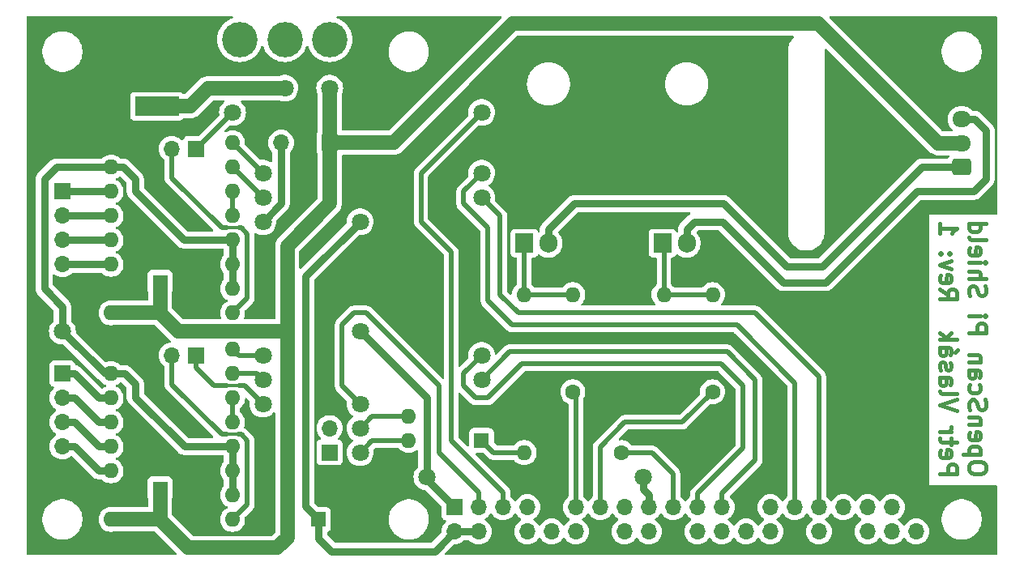
<source format=gbr>
%TF.GenerationSoftware,KiCad,Pcbnew,8.0.6*%
%TF.CreationDate,2024-11-25T18:38:04+01:00*%
%TF.ProjectId,pi-shield,70692d73-6869-4656-9c64-2e6b69636164,rev?*%
%TF.SameCoordinates,Original*%
%TF.FileFunction,Copper,L2,Bot*%
%TF.FilePolarity,Positive*%
%FSLAX46Y46*%
G04 Gerber Fmt 4.6, Leading zero omitted, Abs format (unit mm)*
G04 Created by KiCad (PCBNEW 8.0.6) date 2024-11-25 18:38:04*
%MOMM*%
%LPD*%
G01*
G04 APERTURE LIST*
G04 Aperture macros list*
%AMRoundRect*
0 Rectangle with rounded corners*
0 $1 Rounding radius*
0 $2 $3 $4 $5 $6 $7 $8 $9 X,Y pos of 4 corners*
0 Add a 4 corners polygon primitive as box body*
4,1,4,$2,$3,$4,$5,$6,$7,$8,$9,$2,$3,0*
0 Add four circle primitives for the rounded corners*
1,1,$1+$1,$2,$3*
1,1,$1+$1,$4,$5*
1,1,$1+$1,$6,$7*
1,1,$1+$1,$8,$9*
0 Add four rect primitives between the rounded corners*
20,1,$1+$1,$2,$3,$4,$5,0*
20,1,$1+$1,$4,$5,$6,$7,0*
20,1,$1+$1,$6,$7,$8,$9,0*
20,1,$1+$1,$8,$9,$2,$3,0*%
G04 Aperture macros list end*
%ADD10C,0.400000*%
%TA.AperFunction,NonConductor*%
%ADD11C,0.400000*%
%TD*%
%TA.AperFunction,ComponentPad*%
%ADD12R,1.600000X1.600000*%
%TD*%
%TA.AperFunction,ComponentPad*%
%ADD13O,1.600000X1.600000*%
%TD*%
%TA.AperFunction,ComponentPad*%
%ADD14R,1.700000X1.700000*%
%TD*%
%TA.AperFunction,ComponentPad*%
%ADD15O,1.700000X1.700000*%
%TD*%
%TA.AperFunction,ComponentPad*%
%ADD16C,1.600000*%
%TD*%
%TA.AperFunction,ComponentPad*%
%ADD17RoundRect,0.250000X0.725000X-0.600000X0.725000X0.600000X-0.725000X0.600000X-0.725000X-0.600000X0*%
%TD*%
%TA.AperFunction,ComponentPad*%
%ADD18O,1.950000X1.700000*%
%TD*%
%TA.AperFunction,ComponentPad*%
%ADD19R,1.905000X2.000000*%
%TD*%
%TA.AperFunction,ComponentPad*%
%ADD20O,1.905000X2.000000*%
%TD*%
%TA.AperFunction,ComponentPad*%
%ADD21R,4.600000X2.000000*%
%TD*%
%TA.AperFunction,ComponentPad*%
%ADD22O,4.200000X2.000000*%
%TD*%
%TA.AperFunction,ComponentPad*%
%ADD23O,2.000000X4.200000*%
%TD*%
%TA.AperFunction,ComponentPad*%
%ADD24C,3.700000*%
%TD*%
%TA.AperFunction,ViaPad*%
%ADD25C,1.800000*%
%TD*%
%TA.AperFunction,Conductor*%
%ADD26C,0.500000*%
%TD*%
%TA.AperFunction,Conductor*%
%ADD27C,0.800000*%
%TD*%
%TA.AperFunction,Conductor*%
%ADD28C,1.500000*%
%TD*%
%TA.AperFunction,Conductor*%
%ADD29C,0.300000*%
%TD*%
G04 APERTURE END LIST*
D10*
D11*
X91681085Y4755728D02*
X93481085Y4755728D01*
X93481085Y4755728D02*
X93481085Y5441442D01*
X93481085Y5441442D02*
X93395371Y5612871D01*
X93395371Y5612871D02*
X93309657Y5698585D01*
X93309657Y5698585D02*
X93138228Y5784299D01*
X93138228Y5784299D02*
X92881085Y5784299D01*
X92881085Y5784299D02*
X92709657Y5698585D01*
X92709657Y5698585D02*
X92623942Y5612871D01*
X92623942Y5612871D02*
X92538228Y5441442D01*
X92538228Y5441442D02*
X92538228Y4755728D01*
X91766800Y7241442D02*
X91681085Y7070014D01*
X91681085Y7070014D02*
X91681085Y6727157D01*
X91681085Y6727157D02*
X91766800Y6555728D01*
X91766800Y6555728D02*
X91938228Y6470014D01*
X91938228Y6470014D02*
X92623942Y6470014D01*
X92623942Y6470014D02*
X92795371Y6555728D01*
X92795371Y6555728D02*
X92881085Y6727157D01*
X92881085Y6727157D02*
X92881085Y7070014D01*
X92881085Y7070014D02*
X92795371Y7241442D01*
X92795371Y7241442D02*
X92623942Y7327157D01*
X92623942Y7327157D02*
X92452514Y7327157D01*
X92452514Y7327157D02*
X92281085Y6470014D01*
X92881085Y7841442D02*
X92881085Y8527156D01*
X93481085Y8098585D02*
X91938228Y8098585D01*
X91938228Y8098585D02*
X91766800Y8184299D01*
X91766800Y8184299D02*
X91681085Y8355728D01*
X91681085Y8355728D02*
X91681085Y8527156D01*
X91681085Y9127156D02*
X92881085Y9127156D01*
X92538228Y9127156D02*
X92709657Y9212870D01*
X92709657Y9212870D02*
X92795371Y9298585D01*
X92795371Y9298585D02*
X92881085Y9470013D01*
X92881085Y9470013D02*
X92881085Y9641442D01*
X93481085Y11355728D02*
X91681085Y11955728D01*
X91681085Y11955728D02*
X93481085Y12555728D01*
X91681085Y13412871D02*
X91766800Y13241442D01*
X91766800Y13241442D02*
X91938228Y13155728D01*
X91938228Y13155728D02*
X93481085Y13155728D01*
X91681085Y14870014D02*
X92623942Y14870014D01*
X92623942Y14870014D02*
X92795371Y14784299D01*
X92795371Y14784299D02*
X92881085Y14612871D01*
X92881085Y14612871D02*
X92881085Y14270014D01*
X92881085Y14270014D02*
X92795371Y14098585D01*
X91766800Y14870014D02*
X91681085Y14698585D01*
X91681085Y14698585D02*
X91681085Y14270014D01*
X91681085Y14270014D02*
X91766800Y14098585D01*
X91766800Y14098585D02*
X91938228Y14012871D01*
X91938228Y14012871D02*
X92109657Y14012871D01*
X92109657Y14012871D02*
X92281085Y14098585D01*
X92281085Y14098585D02*
X92366800Y14270014D01*
X92366800Y14270014D02*
X92366800Y14698585D01*
X92366800Y14698585D02*
X92452514Y14870014D01*
X91766800Y15641442D02*
X91681085Y15812870D01*
X91681085Y15812870D02*
X91681085Y16155727D01*
X91681085Y16155727D02*
X91766800Y16327156D01*
X91766800Y16327156D02*
X91938228Y16412870D01*
X91938228Y16412870D02*
X92023942Y16412870D01*
X92023942Y16412870D02*
X92195371Y16327156D01*
X92195371Y16327156D02*
X92281085Y16155727D01*
X92281085Y16155727D02*
X92281085Y15898585D01*
X92281085Y15898585D02*
X92366800Y15727156D01*
X92366800Y15727156D02*
X92538228Y15641442D01*
X92538228Y15641442D02*
X92623942Y15641442D01*
X92623942Y15641442D02*
X92795371Y15727156D01*
X92795371Y15727156D02*
X92881085Y15898585D01*
X92881085Y15898585D02*
X92881085Y16155727D01*
X92881085Y16155727D02*
X92795371Y16327156D01*
X91681085Y17955728D02*
X92623942Y17955728D01*
X92623942Y17955728D02*
X92795371Y17870013D01*
X92795371Y17870013D02*
X92881085Y17698585D01*
X92881085Y17698585D02*
X92881085Y17355728D01*
X92881085Y17355728D02*
X92795371Y17184299D01*
X91766800Y17955728D02*
X91681085Y17784299D01*
X91681085Y17784299D02*
X91681085Y17355728D01*
X91681085Y17355728D02*
X91766800Y17184299D01*
X91766800Y17184299D02*
X91938228Y17098585D01*
X91938228Y17098585D02*
X92109657Y17098585D01*
X92109657Y17098585D02*
X92281085Y17184299D01*
X92281085Y17184299D02*
X92366800Y17355728D01*
X92366800Y17355728D02*
X92366800Y17784299D01*
X92366800Y17784299D02*
X92452514Y17955728D01*
X93566800Y17698585D02*
X93309657Y17441442D01*
X91681085Y18812870D02*
X93481085Y18812870D01*
X92366800Y18984299D02*
X91681085Y19498584D01*
X92881085Y19498584D02*
X92195371Y18812870D01*
D10*
D11*
X91681085Y24072299D02*
X92538228Y23472299D01*
X91681085Y23043728D02*
X93481085Y23043728D01*
X93481085Y23043728D02*
X93481085Y23729442D01*
X93481085Y23729442D02*
X93395371Y23900871D01*
X93395371Y23900871D02*
X93309657Y23986585D01*
X93309657Y23986585D02*
X93138228Y24072299D01*
X93138228Y24072299D02*
X92881085Y24072299D01*
X92881085Y24072299D02*
X92709657Y23986585D01*
X92709657Y23986585D02*
X92623942Y23900871D01*
X92623942Y23900871D02*
X92538228Y23729442D01*
X92538228Y23729442D02*
X92538228Y23043728D01*
X91766800Y25529442D02*
X91681085Y25358014D01*
X91681085Y25358014D02*
X91681085Y25015157D01*
X91681085Y25015157D02*
X91766800Y24843728D01*
X91766800Y24843728D02*
X91938228Y24758014D01*
X91938228Y24758014D02*
X92623942Y24758014D01*
X92623942Y24758014D02*
X92795371Y24843728D01*
X92795371Y24843728D02*
X92881085Y25015157D01*
X92881085Y25015157D02*
X92881085Y25358014D01*
X92881085Y25358014D02*
X92795371Y25529442D01*
X92795371Y25529442D02*
X92623942Y25615157D01*
X92623942Y25615157D02*
X92452514Y25615157D01*
X92452514Y25615157D02*
X92281085Y24758014D01*
X92881085Y26215156D02*
X91681085Y26643728D01*
X91681085Y26643728D02*
X92881085Y27072299D01*
X91852514Y27758014D02*
X91766800Y27843728D01*
X91766800Y27843728D02*
X91681085Y27758014D01*
X91681085Y27758014D02*
X91766800Y27672300D01*
X91766800Y27672300D02*
X91852514Y27758014D01*
X91852514Y27758014D02*
X91681085Y27758014D01*
X92795371Y27758014D02*
X92709657Y27843728D01*
X92709657Y27843728D02*
X92623942Y27758014D01*
X92623942Y27758014D02*
X92709657Y27672300D01*
X92709657Y27672300D02*
X92795371Y27758014D01*
X92795371Y27758014D02*
X92623942Y27758014D01*
X91681085Y30929443D02*
X91681085Y29900872D01*
X91681085Y30415157D02*
X93481085Y30415157D01*
X93481085Y30415157D02*
X93223942Y30243729D01*
X93223942Y30243729D02*
X93052514Y30072300D01*
X93052514Y30072300D02*
X92966800Y29900872D01*
D10*
D11*
X96529085Y5225585D02*
X96529085Y5568442D01*
X96529085Y5568442D02*
X96443371Y5739871D01*
X96443371Y5739871D02*
X96271942Y5911299D01*
X96271942Y5911299D02*
X95929085Y5997014D01*
X95929085Y5997014D02*
X95329085Y5997014D01*
X95329085Y5997014D02*
X94986228Y5911299D01*
X94986228Y5911299D02*
X94814800Y5739871D01*
X94814800Y5739871D02*
X94729085Y5568442D01*
X94729085Y5568442D02*
X94729085Y5225585D01*
X94729085Y5225585D02*
X94814800Y5054157D01*
X94814800Y5054157D02*
X94986228Y4882728D01*
X94986228Y4882728D02*
X95329085Y4797014D01*
X95329085Y4797014D02*
X95929085Y4797014D01*
X95929085Y4797014D02*
X96271942Y4882728D01*
X96271942Y4882728D02*
X96443371Y5054157D01*
X96443371Y5054157D02*
X96529085Y5225585D01*
X95929085Y6768442D02*
X94129085Y6768442D01*
X95843371Y6768442D02*
X95929085Y6939871D01*
X95929085Y6939871D02*
X95929085Y7282728D01*
X95929085Y7282728D02*
X95843371Y7454156D01*
X95843371Y7454156D02*
X95757657Y7539871D01*
X95757657Y7539871D02*
X95586228Y7625585D01*
X95586228Y7625585D02*
X95071942Y7625585D01*
X95071942Y7625585D02*
X94900514Y7539871D01*
X94900514Y7539871D02*
X94814800Y7454156D01*
X94814800Y7454156D02*
X94729085Y7282728D01*
X94729085Y7282728D02*
X94729085Y6939871D01*
X94729085Y6939871D02*
X94814800Y6768442D01*
X94814800Y9082727D02*
X94729085Y8911299D01*
X94729085Y8911299D02*
X94729085Y8568442D01*
X94729085Y8568442D02*
X94814800Y8397013D01*
X94814800Y8397013D02*
X94986228Y8311299D01*
X94986228Y8311299D02*
X95671942Y8311299D01*
X95671942Y8311299D02*
X95843371Y8397013D01*
X95843371Y8397013D02*
X95929085Y8568442D01*
X95929085Y8568442D02*
X95929085Y8911299D01*
X95929085Y8911299D02*
X95843371Y9082727D01*
X95843371Y9082727D02*
X95671942Y9168442D01*
X95671942Y9168442D02*
X95500514Y9168442D01*
X95500514Y9168442D02*
X95329085Y8311299D01*
X95929085Y9939870D02*
X94729085Y9939870D01*
X95757657Y9939870D02*
X95843371Y10025584D01*
X95843371Y10025584D02*
X95929085Y10197013D01*
X95929085Y10197013D02*
X95929085Y10454156D01*
X95929085Y10454156D02*
X95843371Y10625584D01*
X95843371Y10625584D02*
X95671942Y10711299D01*
X95671942Y10711299D02*
X94729085Y10711299D01*
X94814800Y11482727D02*
X94729085Y11739870D01*
X94729085Y11739870D02*
X94729085Y12168441D01*
X94729085Y12168441D02*
X94814800Y12339870D01*
X94814800Y12339870D02*
X94900514Y12425584D01*
X94900514Y12425584D02*
X95071942Y12511298D01*
X95071942Y12511298D02*
X95243371Y12511298D01*
X95243371Y12511298D02*
X95414800Y12425584D01*
X95414800Y12425584D02*
X95500514Y12339870D01*
X95500514Y12339870D02*
X95586228Y12168441D01*
X95586228Y12168441D02*
X95671942Y11825584D01*
X95671942Y11825584D02*
X95757657Y11654155D01*
X95757657Y11654155D02*
X95843371Y11568441D01*
X95843371Y11568441D02*
X96014800Y11482727D01*
X96014800Y11482727D02*
X96186228Y11482727D01*
X96186228Y11482727D02*
X96357657Y11568441D01*
X96357657Y11568441D02*
X96443371Y11654155D01*
X96443371Y11654155D02*
X96529085Y11825584D01*
X96529085Y11825584D02*
X96529085Y12254155D01*
X96529085Y12254155D02*
X96443371Y12511298D01*
X94814800Y14054156D02*
X94729085Y13882727D01*
X94729085Y13882727D02*
X94729085Y13539870D01*
X94729085Y13539870D02*
X94814800Y13368441D01*
X94814800Y13368441D02*
X94900514Y13282727D01*
X94900514Y13282727D02*
X95071942Y13197013D01*
X95071942Y13197013D02*
X95586228Y13197013D01*
X95586228Y13197013D02*
X95757657Y13282727D01*
X95757657Y13282727D02*
X95843371Y13368441D01*
X95843371Y13368441D02*
X95929085Y13539870D01*
X95929085Y13539870D02*
X95929085Y13882727D01*
X95929085Y13882727D02*
X95843371Y14054156D01*
X94729085Y15597013D02*
X95671942Y15597013D01*
X95671942Y15597013D02*
X95843371Y15511298D01*
X95843371Y15511298D02*
X95929085Y15339870D01*
X95929085Y15339870D02*
X95929085Y14997013D01*
X95929085Y14997013D02*
X95843371Y14825584D01*
X94814800Y15597013D02*
X94729085Y15425584D01*
X94729085Y15425584D02*
X94729085Y14997013D01*
X94729085Y14997013D02*
X94814800Y14825584D01*
X94814800Y14825584D02*
X94986228Y14739870D01*
X94986228Y14739870D02*
X95157657Y14739870D01*
X95157657Y14739870D02*
X95329085Y14825584D01*
X95329085Y14825584D02*
X95414800Y14997013D01*
X95414800Y14997013D02*
X95414800Y15425584D01*
X95414800Y15425584D02*
X95500514Y15597013D01*
X95929085Y16454155D02*
X94729085Y16454155D01*
X95757657Y16454155D02*
X95843371Y16539869D01*
X95843371Y16539869D02*
X95929085Y16711298D01*
X95929085Y16711298D02*
X95929085Y16968441D01*
X95929085Y16968441D02*
X95843371Y17139869D01*
X95843371Y17139869D02*
X95671942Y17225584D01*
X95671942Y17225584D02*
X94729085Y17225584D01*
X94729085Y19454155D02*
X96529085Y19454155D01*
X96529085Y19454155D02*
X96529085Y20139869D01*
X96529085Y20139869D02*
X96443371Y20311298D01*
X96443371Y20311298D02*
X96357657Y20397012D01*
X96357657Y20397012D02*
X96186228Y20482726D01*
X96186228Y20482726D02*
X95929085Y20482726D01*
X95929085Y20482726D02*
X95757657Y20397012D01*
X95757657Y20397012D02*
X95671942Y20311298D01*
X95671942Y20311298D02*
X95586228Y20139869D01*
X95586228Y20139869D02*
X95586228Y19454155D01*
X94729085Y21254155D02*
X95929085Y21254155D01*
X96529085Y21254155D02*
X96443371Y21168441D01*
X96443371Y21168441D02*
X96357657Y21254155D01*
X96357657Y21254155D02*
X96443371Y21339869D01*
X96443371Y21339869D02*
X96529085Y21254155D01*
X96529085Y21254155D02*
X96357657Y21254155D01*
X94814800Y23397013D02*
X94729085Y23654156D01*
X94729085Y23654156D02*
X94729085Y24082727D01*
X94729085Y24082727D02*
X94814800Y24254156D01*
X94814800Y24254156D02*
X94900514Y24339870D01*
X94900514Y24339870D02*
X95071942Y24425584D01*
X95071942Y24425584D02*
X95243371Y24425584D01*
X95243371Y24425584D02*
X95414800Y24339870D01*
X95414800Y24339870D02*
X95500514Y24254156D01*
X95500514Y24254156D02*
X95586228Y24082727D01*
X95586228Y24082727D02*
X95671942Y23739870D01*
X95671942Y23739870D02*
X95757657Y23568441D01*
X95757657Y23568441D02*
X95843371Y23482727D01*
X95843371Y23482727D02*
X96014800Y23397013D01*
X96014800Y23397013D02*
X96186228Y23397013D01*
X96186228Y23397013D02*
X96357657Y23482727D01*
X96357657Y23482727D02*
X96443371Y23568441D01*
X96443371Y23568441D02*
X96529085Y23739870D01*
X96529085Y23739870D02*
X96529085Y24168441D01*
X96529085Y24168441D02*
X96443371Y24425584D01*
X94729085Y25197013D02*
X96529085Y25197013D01*
X94729085Y25968442D02*
X95671942Y25968442D01*
X95671942Y25968442D02*
X95843371Y25882727D01*
X95843371Y25882727D02*
X95929085Y25711299D01*
X95929085Y25711299D02*
X95929085Y25454156D01*
X95929085Y25454156D02*
X95843371Y25282727D01*
X95843371Y25282727D02*
X95757657Y25197013D01*
X94729085Y26825584D02*
X95929085Y26825584D01*
X96529085Y26825584D02*
X96443371Y26739870D01*
X96443371Y26739870D02*
X96357657Y26825584D01*
X96357657Y26825584D02*
X96443371Y26911298D01*
X96443371Y26911298D02*
X96529085Y26825584D01*
X96529085Y26825584D02*
X96357657Y26825584D01*
X94814800Y28368441D02*
X94729085Y28197013D01*
X94729085Y28197013D02*
X94729085Y27854156D01*
X94729085Y27854156D02*
X94814800Y27682727D01*
X94814800Y27682727D02*
X94986228Y27597013D01*
X94986228Y27597013D02*
X95671942Y27597013D01*
X95671942Y27597013D02*
X95843371Y27682727D01*
X95843371Y27682727D02*
X95929085Y27854156D01*
X95929085Y27854156D02*
X95929085Y28197013D01*
X95929085Y28197013D02*
X95843371Y28368441D01*
X95843371Y28368441D02*
X95671942Y28454156D01*
X95671942Y28454156D02*
X95500514Y28454156D01*
X95500514Y28454156D02*
X95329085Y27597013D01*
X94729085Y29482727D02*
X94814800Y29311298D01*
X94814800Y29311298D02*
X94986228Y29225584D01*
X94986228Y29225584D02*
X96529085Y29225584D01*
X94729085Y30939870D02*
X96529085Y30939870D01*
X94814800Y30939870D02*
X94729085Y30768441D01*
X94729085Y30768441D02*
X94729085Y30425584D01*
X94729085Y30425584D02*
X94814800Y30254155D01*
X94814800Y30254155D02*
X94900514Y30168441D01*
X94900514Y30168441D02*
X95071942Y30082727D01*
X95071942Y30082727D02*
X95586228Y30082727D01*
X95586228Y30082727D02*
X95757657Y30168441D01*
X95757657Y30168441D02*
X95843371Y30254155D01*
X95843371Y30254155D02*
X95929085Y30425584D01*
X95929085Y30425584D02*
X95929085Y30768441D01*
X95929085Y30768441D02*
X95843371Y30939870D01*
D12*
%TO.P,A2,1,GND*%
%TO.N,GND*%
X5080000Y17780000D03*
D13*
%TO.P,A2,2,VDD*%
%TO.N,+3V3*%
X5080000Y15240000D03*
%TO.P,A2,3,1B*%
%TO.N,/PWR_TT_1B*%
X5080000Y12700000D03*
%TO.P,A2,4,1A*%
%TO.N,/PWR_TT_1A*%
X5080000Y10160000D03*
%TO.P,A2,5,2A*%
%TO.N,/PWR_TT_2A*%
X5080000Y7620000D03*
%TO.P,A2,6,2B*%
%TO.N,/PWR_TT_2B*%
X5080000Y5080000D03*
%TO.P,A2,7,GND*%
%TO.N,GND*%
X5080000Y2540000D03*
%TO.P,A2,8,VMOT*%
%TO.N,+12V*%
X5080000Y0D03*
%TO.P,A2,9,~{ENABLE}*%
%TO.N,/TT_EN*%
X17780000Y0D03*
%TO.P,A2,10,MS1*%
%TO.N,+3V3*%
X17780000Y2540000D03*
%TO.P,A2,11,MS2*%
X17780000Y5080000D03*
%TO.P,A2,12,MS3*%
X17780000Y7620000D03*
%TO.P,A2,13,~{RESET}*%
%TO.N,Net-(A2-~{RESET})*%
X17780000Y10160000D03*
%TO.P,A2,14,~{SLEEP}*%
X17780000Y12700000D03*
%TO.P,A2,15,STEP*%
%TO.N,/Turntable_step*%
X17780000Y15240000D03*
%TO.P,A2,16,DIR*%
%TO.N,/Turntable_dir*%
X17780000Y17780000D03*
%TD*%
D14*
%TO.P,J7,1,Pin_1*%
%TO.N,/PWR_TT_1B*%
X0Y15240000D03*
D15*
%TO.P,J7,2,Pin_2*%
%TO.N,/PWR_TT_1A*%
X0Y12700000D03*
%TO.P,J7,3,Pin_3*%
%TO.N,/PWR_TT_2A*%
X0Y10160000D03*
%TO.P,J7,4,Pin_4*%
%TO.N,/PWR_TT_2B*%
X0Y7620000D03*
%TD*%
D16*
%TO.P,R1,1*%
%TO.N,/Ringlight1*%
X53340000Y13335000D03*
D13*
%TO.P,R1,2*%
%TO.N,/RL1G*%
X53340000Y23495000D03*
%TD*%
D12*
%TO.P,C2,1*%
%TO.N,+12V*%
X10200000Y24765000D03*
D16*
%TO.P,C2,2*%
%TO.N,GND*%
X12700000Y24765000D03*
%TD*%
D12*
%TO.P,U1,1*%
%TO.N,/Ext_cam_opt*%
X43805000Y8250000D03*
D13*
%TO.P,U1,2*%
%TO.N,GND*%
X43805000Y10790000D03*
%TO.P,U1,3*%
%TO.N,/Cam2*%
X36185000Y10790000D03*
%TO.P,U1,4*%
%TO.N,/Cam1*%
X36185000Y8250000D03*
%TD*%
D16*
%TO.P,R5,1*%
%TO.N,/Ext_cam*%
X58420000Y6985000D03*
D13*
%TO.P,R5,2*%
%TO.N,/Ext_cam_opt*%
X48260000Y6985000D03*
%TD*%
D12*
%TO.P,C3,1*%
%TO.N,+12V*%
X10200000Y3175000D03*
D16*
%TO.P,C3,2*%
%TO.N,GND*%
X12700000Y3175000D03*
%TD*%
D17*
%TO.P,J8,1,Pin_1*%
%TO.N,/PWR_RL1*%
X93980000Y36830000D03*
D18*
%TO.P,J8,2,Pin_2*%
%TO.N,+12V*%
X93980000Y39330000D03*
%TO.P,J8,3,Pin_3*%
%TO.N,/PWR_RL2*%
X93980000Y41830000D03*
%TD*%
D14*
%TO.P,J2,1,Pin_1*%
%TO.N,+12V*%
X27940000Y39370000D03*
D15*
%TO.P,J2,2,Pin_2*%
%TO.N,GND*%
X25400000Y39370000D03*
%TO.P,J2,3,Pin_3*%
%TO.N,+5V*%
X22860000Y39370000D03*
%TD*%
D12*
%TO.P,C1,1*%
%TO.N,+5V*%
X26757621Y0D03*
D16*
%TO.P,C1,2*%
%TO.N,GND*%
X29257621Y0D03*
%TD*%
D19*
%TO.P,Q1,1,G*%
%TO.N,/RL1G*%
X48260000Y28870000D03*
D20*
%TO.P,Q1,2,D*%
%TO.N,/PWR_RL1*%
X50800000Y28870000D03*
%TO.P,Q1,3,S*%
%TO.N,GND*%
X53340000Y28870000D03*
%TD*%
D19*
%TO.P,Q2,1,G*%
%TO.N,/RL2G*%
X62706250Y28870000D03*
D20*
%TO.P,Q2,2,D*%
%TO.N,/PWR_RL2*%
X65246250Y28870000D03*
%TO.P,Q2,3,S*%
%TO.N,GND*%
X67786250Y28870000D03*
%TD*%
D16*
%TO.P,R4,1*%
%TO.N,GND*%
X62865000Y13335000D03*
D13*
%TO.P,R4,2*%
%TO.N,/RL2G*%
X62865000Y23495000D03*
%TD*%
D16*
%TO.P,R2,1*%
%TO.N,GND*%
X48260000Y13335000D03*
D13*
%TO.P,R2,2*%
%TO.N,/RL1G*%
X48260000Y23495000D03*
%TD*%
D14*
%TO.P,J4,1,Pin_1*%
%TO.N,/Rotor_en*%
X13955000Y38735000D03*
D15*
%TO.P,J4,2,Pin_2*%
%TO.N,/RO_EN*%
X11415000Y38735000D03*
%TO.P,J4,3,Pin_3*%
%TO.N,GND*%
X8875000Y38735000D03*
%TD*%
D14*
%TO.P,J3,1,3V3*%
%TO.N,+3V3*%
X40970200Y1270000D03*
D15*
%TO.P,J3,2,5V*%
%TO.N,+5V*%
X40970200Y-1270000D03*
%TO.P,J3,3,SDA/GPIO2*%
%TO.N,/Turntable_en*%
X43510200Y1270000D03*
%TO.P,J3,4,5V*%
%TO.N,+5V*%
X43510200Y-1270000D03*
%TO.P,J3,5,SCL/GPIO3*%
%TO.N,/Rotor_en*%
X46050200Y1270000D03*
%TO.P,J3,6,GND*%
%TO.N,GND*%
X46050200Y-1270000D03*
%TO.P,J3,7,GCLK0/GPIO4*%
%TO.N,unconnected-(J3-GCLK0{slash}GPIO4-Pad7)*%
X48590200Y1270000D03*
%TO.P,J3,8,GPIO14/TXD*%
%TO.N,unconnected-(J3-GPIO14{slash}TXD-Pad8)*%
X48590200Y-1270000D03*
%TO.P,J3,9,GND*%
%TO.N,GND*%
X51130200Y1270000D03*
%TO.P,J3,10,GPIO15/RXD*%
%TO.N,unconnected-(J3-GPIO15{slash}RXD-Pad10)*%
X51130200Y-1270000D03*
%TO.P,J3,11,GPIO17*%
%TO.N,/Ringlight1*%
X53670200Y1270000D03*
%TO.P,J3,12,GPIO18/PWM0*%
%TO.N,unconnected-(J3-GPIO18{slash}PWM0-Pad12)*%
X53670200Y-1270000D03*
%TO.P,J3,13,GPIO27*%
%TO.N,/Ringlight2*%
X56210200Y1270000D03*
%TO.P,J3,14,GND*%
%TO.N,GND*%
X56210200Y-1270000D03*
%TO.P,J3,15,GPIO22*%
%TO.N,unconnected-(J3-GPIO22-Pad15)*%
X58750200Y1270000D03*
%TO.P,J3,16,GPIO23*%
%TO.N,unconnected-(J3-GPIO23-Pad16)*%
X58750200Y-1270000D03*
%TO.P,J3,17,3V3*%
%TO.N,+3V3*%
X61290200Y1270000D03*
%TO.P,J3,18,GPIO24*%
%TO.N,unconnected-(J3-GPIO24-Pad18)*%
X61290200Y-1270000D03*
%TO.P,J3,19,MOSI0/GPIO10*%
%TO.N,/Ext_cam*%
X63830200Y1270000D03*
%TO.P,J3,20,GND*%
%TO.N,GND*%
X63830200Y-1270000D03*
%TO.P,J3,21,MISO0/GPIO9*%
%TO.N,/Turntable_dir*%
X66370200Y1270000D03*
%TO.P,J3,22,GPIO25*%
%TO.N,unconnected-(J3-GPIO25-Pad22)*%
X66370200Y-1270000D03*
%TO.P,J3,23,SCLK0/GPIO11*%
%TO.N,/Turntable_step*%
X68910200Y1270000D03*
%TO.P,J3,24,~{CE0}/GPIO8*%
%TO.N,unconnected-(J3-~{CE0}{slash}GPIO8-Pad24)*%
X68910200Y-1270000D03*
%TO.P,J3,25,GND*%
%TO.N,GND*%
X71450200Y1270000D03*
%TO.P,J3,26,~{CE1}/GPIO7*%
%TO.N,unconnected-(J3-~{CE1}{slash}GPIO7-Pad26)*%
X71450200Y-1270000D03*
%TO.P,J3,27,ID_SD/GPIO0*%
%TO.N,unconnected-(J3-ID_SD{slash}GPIO0-Pad27)*%
X73990200Y1270000D03*
%TO.P,J3,28,ID_SC/GPIO1*%
%TO.N,unconnected-(J3-ID_SC{slash}GPIO1-Pad28)*%
X73990200Y-1270000D03*
%TO.P,J3,29,GCLK1/GPIO5*%
%TO.N,/Rotor_dir*%
X76530200Y1270000D03*
%TO.P,J3,30,GND*%
%TO.N,GND*%
X76530200Y-1270000D03*
%TO.P,J3,31,GCLK2/GPIO6*%
%TO.N,/Rotor_step*%
X79070200Y1270000D03*
%TO.P,J3,32,PWM0/GPIO12*%
%TO.N,unconnected-(J3-PWM0{slash}GPIO12-Pad32)*%
X79070200Y-1270000D03*
%TO.P,J3,33,PWM1/GPIO13*%
%TO.N,unconnected-(J3-PWM1{slash}GPIO13-Pad33)*%
X81610200Y1270000D03*
%TO.P,J3,34,GND*%
%TO.N,GND*%
X81610200Y-1270000D03*
%TO.P,J3,35,GPIO19/MISO1*%
%TO.N,unconnected-(J3-GPIO19{slash}MISO1-Pad35)*%
X84150200Y1270000D03*
%TO.P,J3,36,GPIO16*%
%TO.N,unconnected-(J3-GPIO16-Pad36)*%
X84150200Y-1270000D03*
%TO.P,J3,37,GPIO26*%
%TO.N,unconnected-(J3-GPIO26-Pad37)*%
X86690200Y1270000D03*
%TO.P,J3,38,GPIO20/MOSI1*%
%TO.N,unconnected-(J3-GPIO20{slash}MOSI1-Pad38)*%
X86690200Y-1270000D03*
%TO.P,J3,39,GND*%
%TO.N,GND*%
X89230200Y1270000D03*
%TO.P,J3,40,GPIO21/SCLK1*%
%TO.N,unconnected-(J3-GPIO21{slash}SCLK1-Pad40)*%
X89230200Y-1270000D03*
%TD*%
D14*
%TO.P,J6,1,Pin_1*%
%TO.N,/Turntable_en*%
X13955000Y17145000D03*
D15*
%TO.P,J6,2,Pin_2*%
%TO.N,/TT_EN*%
X11415000Y17145000D03*
%TO.P,J6,3,Pin_3*%
%TO.N,GND*%
X8875000Y17145000D03*
%TD*%
D16*
%TO.P,R3,1*%
%TO.N,/Ringlight2*%
X67945000Y13335000D03*
D13*
%TO.P,R3,2*%
%TO.N,/RL2G*%
X67945000Y23495000D03*
%TD*%
D14*
%TO.P,J5,1,Pin_1*%
%TO.N,/PWR_RO_1B*%
X0Y34290000D03*
D15*
%TO.P,J5,2,Pin_2*%
%TO.N,/PWR_RO_1A*%
X0Y31750000D03*
%TO.P,J5,3,Pin_3*%
%TO.N,/PWR_RO_2A*%
X0Y29210000D03*
%TO.P,J5,4,Pin_4*%
%TO.N,/PWR_RO_2B*%
X0Y26670000D03*
%TD*%
D12*
%TO.P,A1,1,GND*%
%TO.N,GND*%
X5080000Y39370000D03*
D13*
%TO.P,A1,2,VDD*%
%TO.N,+3V3*%
X5080000Y36830000D03*
%TO.P,A1,3,1B*%
%TO.N,/PWR_RO_1B*%
X5080000Y34290000D03*
%TO.P,A1,4,1A*%
%TO.N,/PWR_RO_1A*%
X5080000Y31750000D03*
%TO.P,A1,5,2A*%
%TO.N,/PWR_RO_2A*%
X5080000Y29210000D03*
%TO.P,A1,6,2B*%
%TO.N,/PWR_RO_2B*%
X5080000Y26670000D03*
%TO.P,A1,7,GND*%
%TO.N,GND*%
X5080000Y24130000D03*
%TO.P,A1,8,VMOT*%
%TO.N,+12V*%
X5080000Y21590000D03*
%TO.P,A1,9,~{ENABLE}*%
%TO.N,/RO_EN*%
X17780000Y21590000D03*
%TO.P,A1,10,MS1*%
%TO.N,+3V3*%
X17780000Y24130000D03*
%TO.P,A1,11,MS2*%
X17780000Y26670000D03*
%TO.P,A1,12,MS3*%
X17780000Y29210000D03*
%TO.P,A1,13,~{RESET}*%
%TO.N,Net-(A1-~{RESET})*%
X17780000Y31750000D03*
%TO.P,A1,14,~{SLEEP}*%
X17780000Y34290000D03*
%TO.P,A1,15,STEP*%
%TO.N,/Rotor_step*%
X17780000Y36830000D03*
%TO.P,A1,16,DIR*%
%TO.N,/Rotor_dir*%
X17780000Y39370000D03*
%TD*%
D21*
%TO.P,J1,1*%
%TO.N,/VIN*%
X9880000Y43180000D03*
D22*
%TO.P,J1,2*%
%TO.N,GND*%
X9880000Y49480000D03*
D23*
%TO.P,J1,3*%
X5080000Y46080000D03*
%TD*%
D14*
%TO.P,J9,1,Pin_1*%
%TO.N,/Cam1*%
X27915000Y7005000D03*
D15*
%TO.P,J9,2,Pin_2*%
%TO.N,/Cam2*%
X27915000Y9545000D03*
%TD*%
D24*
%TO.P,SW1,1,A*%
%TO.N,unconnected-(SW1-A-Pad1)*%
X18540000Y50165000D03*
%TO.P,SW1,2,B*%
%TO.N,/VIN*%
X23240000Y50165000D03*
%TO.P,SW1,3,C*%
%TO.N,+12V*%
X27940000Y50165000D03*
%TD*%
D25*
%TO.N,/Rotor_dir*%
X20955000Y36195000D03*
X43815000Y36195000D03*
%TO.N,GND*%
X58039000Y13335000D03*
X8128000Y31115000D03*
X43815000Y45085000D03*
X20955000Y22225000D03*
X58039000Y23495000D03*
X13462000Y31115000D03*
X60325000Y26035000D03*
X8128000Y9525000D03*
X31115000Y4445000D03*
X67945000Y26035000D03*
X13462000Y9525000D03*
X50800000Y26035000D03*
X71755000Y33655000D03*
X43815000Y51689000D03*
X71755000Y24765000D03*
X27940000Y22225000D03*
X20955000Y4445000D03*
X38100000Y26035000D03*
%TO.N,/Rotor_step*%
X43815000Y33655000D03*
X20955000Y33655000D03*
%TO.N,+5V*%
X31115000Y31115000D03*
X20955000Y31115000D03*
%TO.N,+12V*%
X27940000Y45085000D03*
%TO.N,/Turntable_step*%
X20955000Y14605000D03*
X43815000Y14605000D03*
%TO.N,/Turntable_dir*%
X20968460Y17145000D03*
X43815000Y17145000D03*
%TO.N,+3V3*%
X38100000Y4445000D03*
X60706000Y4445000D03*
X31115000Y19685000D03*
X0Y19685000D03*
%TO.N,/VIN*%
X23240000Y45085000D03*
%TO.N,/Cam2*%
X31115000Y9525000D03*
%TO.N,/Cam1*%
X31115000Y6985000D03*
%TO.N,/Turntable_en*%
X31115000Y12065000D03*
X20955000Y12065000D03*
%TO.N,/Rotor_en*%
X43815000Y42545000D03*
X17780000Y42545000D03*
%TD*%
D26*
%TO.N,/Rotor_dir*%
X76530200Y1270000D02*
X76530200Y14274800D01*
X76530200Y14274800D02*
X70485000Y20320000D01*
X41910000Y33020000D02*
X41910000Y34290000D01*
X46990000Y20320000D02*
X44450000Y22860000D01*
X70485000Y20320000D02*
X46990000Y20320000D01*
X44450000Y22860000D02*
X44450000Y30480000D01*
X41910000Y34290000D02*
X43815000Y36195000D01*
X17780000Y39370000D02*
X20955000Y36195000D01*
X44450000Y30480000D02*
X41910000Y33020000D01*
%TO.N,/Rotor_step*%
X79070200Y1270000D02*
X79070200Y14909800D01*
X45720000Y23495000D02*
X45720000Y31750000D01*
X17780000Y36830000D02*
X20955000Y33655000D01*
X79070200Y14909800D02*
X72390000Y21590000D01*
X72390000Y21590000D02*
X47625000Y21590000D01*
X47625000Y21590000D02*
X45720000Y23495000D01*
X45720000Y31750000D02*
X43815000Y33655000D01*
%TO.N,Net-(A1-~{RESET})*%
X17780000Y31750000D02*
X17780000Y34290000D01*
D27*
%TO.N,+5V*%
X40970200Y-1270000D02*
X43510200Y-1270000D01*
X26757621Y0D02*
X25400000Y1357621D01*
X25400000Y25400000D02*
X31115000Y31115000D01*
X26757621Y-1992621D02*
X26757621Y0D01*
X22860000Y39370000D02*
X22860000Y33020000D01*
X28090000Y-3325000D02*
X26757621Y-1992621D01*
X38915200Y-3325000D02*
X28090000Y-3325000D01*
X22860000Y33020000D02*
X20955000Y31115000D01*
X25400000Y1357621D02*
X25400000Y25400000D01*
X40970200Y-1270000D02*
X38915200Y-3325000D01*
D28*
%TO.N,+12V*%
X78994000Y51816000D02*
X91480000Y39330000D01*
X22425000Y-2975000D02*
X13135000Y-2975000D01*
X27940000Y39370000D02*
X27940000Y45085000D01*
X23495000Y28575000D02*
X27940000Y33020000D01*
X27940000Y33020000D02*
X27940000Y39370000D01*
X13135000Y-2975000D02*
X10160000Y0D01*
X10200000Y3175000D02*
X10200000Y40000D01*
X23495000Y19685000D02*
X23495000Y28575000D01*
X5080000Y0D02*
X10160000Y0D01*
X27940000Y39370000D02*
X34607500Y39370000D01*
X12065000Y19685000D02*
X23495000Y19685000D01*
X10200000Y24765000D02*
X10200000Y21630000D01*
X47053500Y51816000D02*
X78994000Y51816000D01*
X23495000Y19685000D02*
X23495000Y-1905000D01*
X23495000Y-1905000D02*
X22425000Y-2975000D01*
X91480000Y39330000D02*
X93980000Y39330000D01*
X10160000Y21590000D02*
X12065000Y19685000D01*
X10200000Y21630000D02*
X10160000Y21590000D01*
X34607500Y39370000D02*
X47053500Y51816000D01*
X10200000Y40000D02*
X10160000Y0D01*
X10160000Y21590000D02*
X5080000Y21590000D01*
D26*
%TO.N,Net-(A2-~{RESET})*%
X17780000Y10160000D02*
X17780000Y12700000D01*
%TO.N,/Turntable_step*%
X20955000Y14605000D02*
X20320000Y15240000D01*
X69469000Y17526000D02*
X72390000Y14605000D01*
X43815000Y14605000D02*
X46736000Y17526000D01*
X72390000Y6184900D02*
X68910200Y2705100D01*
X20320000Y15240000D02*
X17780000Y15240000D01*
X68910200Y2705100D02*
X68910200Y1270000D01*
X72390000Y14605000D02*
X72390000Y6184900D01*
X46736000Y17526000D02*
X69469000Y17526000D01*
%TO.N,/Turntable_dir*%
X20968460Y17145000D02*
X18415000Y17145000D01*
X71120000Y13970000D02*
X71120000Y7454900D01*
X41910000Y15240000D02*
X41910000Y13970000D01*
X43180000Y12700000D02*
X44487450Y12700000D01*
X71120000Y7454900D02*
X66370200Y2705100D01*
X48043450Y16256000D02*
X68834000Y16256000D01*
X43815000Y17145000D02*
X41910000Y15240000D01*
X18415000Y17145000D02*
X17780000Y17780000D01*
X66370200Y2705100D02*
X66370200Y1270000D01*
X44487450Y12700000D02*
X48043450Y16256000D01*
X68834000Y16256000D02*
X71120000Y13970000D01*
X41910000Y13970000D02*
X43180000Y12700000D01*
%TO.N,/Ringlight2*%
X56210200Y1270000D02*
X56210200Y7599439D01*
X56210200Y7599439D02*
X58770761Y10160000D01*
X64770000Y10160000D02*
X67945000Y13335000D01*
X58770761Y10160000D02*
X64770000Y10160000D01*
%TO.N,/Ext_cam*%
X63830200Y1270000D02*
X63830200Y4749800D01*
X63830200Y4749800D02*
X61595000Y6985000D01*
X61595000Y6985000D02*
X58420000Y6985000D01*
%TO.N,/Ringlight1*%
X53340000Y13335000D02*
X53670200Y13004800D01*
X53670200Y13004800D02*
X53670200Y1270000D01*
D27*
%TO.N,+3V3*%
X7620000Y35560000D02*
X7620000Y34290000D01*
X17780000Y5080000D02*
X17780000Y2540000D01*
X0Y19685000D02*
X0Y22225000D01*
X61290200Y1270000D02*
X61290200Y2590800D01*
X17780000Y7620000D02*
X17780000Y5080000D01*
X5080000Y36830000D02*
X6350000Y36830000D01*
X-635000Y36830000D02*
X5080000Y36830000D01*
X4445000Y15240000D02*
X5080000Y15240000D01*
X17780000Y29210000D02*
X17780000Y26670000D01*
X-1905000Y35560000D02*
X-635000Y36830000D01*
X0Y22225000D02*
X-1905000Y24130000D01*
X61290200Y2590800D02*
X60706000Y3175000D01*
X38100000Y4140200D02*
X40970200Y1270000D01*
X38100000Y4445000D02*
X38100000Y12700000D01*
X7620000Y14160500D02*
X7620000Y12763500D01*
X6540500Y15240000D02*
X7620000Y14160500D01*
X7620000Y12763500D02*
X12763500Y7620000D01*
X5080000Y15240000D02*
X6540500Y15240000D01*
X38100000Y12700000D02*
X31115000Y19685000D01*
X12763500Y7620000D02*
X17780000Y7620000D01*
X-1905000Y24130000D02*
X-1905000Y35560000D01*
X0Y19685000D02*
X4445000Y15240000D01*
X12700000Y29210000D02*
X17780000Y29210000D01*
X60706000Y3175000D02*
X60706000Y4445000D01*
X6350000Y36830000D02*
X7620000Y35560000D01*
X38100000Y4445000D02*
X38100000Y4140200D01*
X17780000Y24130000D02*
X17780000Y26670000D01*
X7620000Y34290000D02*
X12700000Y29210000D01*
D28*
%TO.N,/VIN*%
X23240000Y45085000D02*
X15240000Y45085000D01*
X15240000Y45085000D02*
X13335000Y43180000D01*
X13335000Y43180000D02*
X9880000Y43180000D01*
D26*
%TO.N,/Cam2*%
X32380000Y10790000D02*
X36185000Y10790000D01*
X31115000Y9525000D02*
X32380000Y10790000D01*
%TO.N,/Cam1*%
X32380000Y8250000D02*
X36185000Y8250000D01*
X31115000Y6985000D02*
X32380000Y8250000D01*
%TO.N,/Ext_cam_opt*%
X48260000Y6985000D02*
X45070000Y6985000D01*
X45070000Y6985000D02*
X43805000Y8250000D01*
D27*
%TO.N,/PWR_RO_2B*%
X0Y26670000D02*
X5080000Y26670000D01*
%TO.N,/PWR_RO_1A*%
X0Y31750000D02*
X5080000Y31750000D01*
%TO.N,/PWR_RO_1B*%
X0Y34290000D02*
X5080000Y34290000D01*
%TO.N,/PWR_RO_2A*%
X0Y29210000D02*
X5080000Y29210000D01*
%TO.N,/PWR_TT_2A*%
X1270000Y10160000D02*
X0Y10160000D01*
X3810000Y7620000D02*
X1270000Y10160000D01*
X5080000Y7620000D02*
X3810000Y7620000D01*
%TO.N,/PWR_TT_1B*%
X5080000Y12700000D02*
X3810000Y12700000D01*
X1270000Y15240000D02*
X0Y15240000D01*
X3810000Y12700000D02*
X1270000Y15240000D01*
%TO.N,/PWR_TT_2B*%
X1270000Y7620000D02*
X0Y7620000D01*
X3810000Y5080000D02*
X1270000Y7620000D01*
X5080000Y5080000D02*
X3810000Y5080000D01*
%TO.N,/PWR_TT_1A*%
X3810000Y10160000D02*
X1270000Y12700000D01*
X5080000Y10160000D02*
X3810000Y10160000D01*
X1270000Y12700000D02*
X0Y12700000D01*
%TO.N,/PWR_RL2*%
X66040000Y31115000D02*
X65246250Y30321250D01*
X95250000Y34290000D02*
X89281000Y34290000D01*
X75311000Y24765000D02*
X68961000Y31115000D01*
X96520000Y35560000D02*
X95250000Y34290000D01*
X68961000Y31115000D02*
X66040000Y31115000D01*
X79756000Y24765000D02*
X75311000Y24765000D01*
X93980000Y41830000D02*
X95330000Y41830000D01*
X96520000Y40640000D02*
X96520000Y35560000D01*
X95330000Y41830000D02*
X96520000Y40640000D01*
X89281000Y34290000D02*
X79756000Y24765000D01*
X65246250Y30321250D02*
X65246250Y28870000D01*
%TO.N,/PWR_RL1*%
X79375000Y26416000D02*
X89789000Y36830000D01*
X75692000Y26416000D02*
X79375000Y26416000D01*
X89789000Y36830000D02*
X93980000Y36830000D01*
X50800000Y30310000D02*
X53510000Y33020000D01*
X53510000Y33020000D02*
X69088000Y33020000D01*
X69088000Y33020000D02*
X75692000Y26416000D01*
X50800000Y28870000D02*
X50800000Y30310000D01*
D26*
%TO.N,/RL1G*%
X48260000Y28870000D02*
X48260000Y23495000D01*
X48260000Y23495000D02*
X53340000Y23495000D01*
%TO.N,/RL2G*%
X62865000Y28711250D02*
X62706250Y28870000D01*
X62865000Y23495000D02*
X62865000Y28711250D01*
X62865000Y23495000D02*
X67945000Y23495000D01*
%TO.N,/RO_EN*%
X19304000Y23114000D02*
X17780000Y21590000D01*
X16637000Y30480000D02*
X11415000Y35702000D01*
X17145000Y30480000D02*
X16637000Y30480000D01*
X19304000Y29845000D02*
X19304000Y23114000D01*
X18669000Y30480000D02*
X19304000Y29845000D01*
X11415000Y35702000D02*
X11415000Y38735000D01*
X18415000Y30480000D02*
X18669000Y30480000D01*
D29*
X17145000Y30480000D02*
X18415000Y30480000D01*
D26*
%TO.N,/TT_EN*%
X19304000Y8255000D02*
X19304000Y1524000D01*
X11415000Y14112000D02*
X11415000Y17145000D01*
X18348478Y8890000D02*
X18669000Y8890000D01*
X16637000Y8890000D02*
X11415000Y14112000D01*
X19304000Y1524000D02*
X17780000Y0D01*
X18669000Y8890000D02*
X19304000Y8255000D01*
X17145000Y8890000D02*
X16637000Y8890000D01*
D29*
X18348478Y8890000D02*
X17145000Y8890000D01*
D26*
%TO.N,/Turntable_en*%
X30480000Y21590000D02*
X29210000Y20320000D01*
X31750000Y21590000D02*
X30480000Y21590000D01*
X29210000Y13970000D02*
X31115000Y12065000D01*
X18415000Y13970000D02*
X19050000Y13970000D01*
X19050000Y13970000D02*
X20955000Y12065000D01*
X39370000Y6985000D02*
X39370000Y13970000D01*
X17145000Y13970000D02*
X15867500Y13970000D01*
X13955000Y15882500D02*
X13955000Y17145000D01*
X15867500Y13970000D02*
X13955000Y15882500D01*
D29*
X17145000Y13970000D02*
X18415000Y13970000D01*
D26*
X29210000Y20320000D02*
X29210000Y13970000D01*
X43510200Y1270000D02*
X43510200Y2844800D01*
X43510200Y2844800D02*
X39370000Y6985000D01*
X39370000Y13970000D02*
X31750000Y21590000D01*
%TO.N,/Rotor_en*%
X37465000Y31115000D02*
X37465000Y36195000D01*
X17765000Y42545000D02*
X17780000Y42545000D01*
X40640000Y8255000D02*
X40640000Y27940000D01*
X40640000Y27940000D02*
X37465000Y31115000D01*
X46050200Y1270000D02*
X46050200Y2844800D01*
X46050200Y2844800D02*
X40640000Y8255000D01*
X37465000Y36195000D02*
X43815000Y42545000D01*
X13955000Y38735000D02*
X17765000Y42545000D01*
%TD*%
%TA.AperFunction,Conductor*%
%TO.N,GND*%
G36*
X17774290Y52599815D02*
G01*
X17820045Y52547011D01*
X17829989Y52477853D01*
X17800964Y52414297D01*
X17747111Y52378081D01*
X17638573Y52341238D01*
X17638561Y52341232D01*
X17638556Y52341230D01*
X17362238Y52204965D01*
X17362233Y52204962D01*
X17362229Y52204960D01*
X17106036Y52033778D01*
X17106035Y52033777D01*
X17106034Y52033776D01*
X16874379Y51830620D01*
X16671223Y51598965D01*
X16500043Y51342776D01*
X16500034Y51342761D01*
X16363769Y51066443D01*
X16363760Y51066422D01*
X16267526Y50782924D01*
X16264720Y50774659D01*
X16204609Y50472460D01*
X16184457Y50165000D01*
X16191045Y50064479D01*
X16204609Y49857541D01*
X16204611Y49857529D01*
X16264718Y49555348D01*
X16264723Y49555328D01*
X16363758Y49263580D01*
X16363762Y49263570D01*
X16500037Y48987232D01*
X16500041Y48987225D01*
X16671212Y48731048D01*
X16671222Y48731036D01*
X16874379Y48499379D01*
X17106036Y48296222D01*
X17106048Y48296212D01*
X17362225Y48125041D01*
X17362232Y48125037D01*
X17638570Y47988762D01*
X17638580Y47988758D01*
X17930328Y47889723D01*
X17930348Y47889718D01*
X18232529Y47829611D01*
X18232534Y47829610D01*
X18232540Y47829609D01*
X18540000Y47809457D01*
X18847460Y47829609D01*
X18855305Y47831169D01*
X19149651Y47889718D01*
X19149671Y47889723D01*
X19441419Y47988758D01*
X19441429Y47988762D01*
X19717767Y48125037D01*
X19717774Y48125041D01*
X19973951Y48296212D01*
X19973958Y48296218D01*
X19973964Y48296222D01*
X20082200Y48391142D01*
X20205620Y48499379D01*
X20300540Y48607616D01*
X20408778Y48731036D01*
X20408782Y48731042D01*
X20408787Y48731048D01*
X20579958Y48987225D01*
X20579962Y48987232D01*
X20716237Y49263570D01*
X20716241Y49263580D01*
X20772581Y49429552D01*
X20812770Y49486707D01*
X20877479Y49513060D01*
X20946163Y49500246D01*
X20997016Y49452332D01*
X21007419Y49429552D01*
X21063758Y49263580D01*
X21063762Y49263570D01*
X21200037Y48987232D01*
X21200041Y48987225D01*
X21371212Y48731048D01*
X21371222Y48731036D01*
X21574379Y48499379D01*
X21806036Y48296222D01*
X21806048Y48296212D01*
X22062225Y48125041D01*
X22062232Y48125037D01*
X22338570Y47988762D01*
X22338580Y47988758D01*
X22630328Y47889723D01*
X22630348Y47889718D01*
X22932529Y47829611D01*
X22932534Y47829610D01*
X22932540Y47829609D01*
X23240000Y47809457D01*
X23547460Y47829609D01*
X23555305Y47831169D01*
X23849651Y47889718D01*
X23849671Y47889723D01*
X24141419Y47988758D01*
X24141429Y47988762D01*
X24417767Y48125037D01*
X24417774Y48125041D01*
X24673951Y48296212D01*
X24673958Y48296218D01*
X24673964Y48296222D01*
X24782200Y48391142D01*
X24905620Y48499379D01*
X25000540Y48607616D01*
X25108778Y48731036D01*
X25108782Y48731042D01*
X25108787Y48731048D01*
X25279958Y48987225D01*
X25279962Y48987232D01*
X25416237Y49263570D01*
X25416241Y49263580D01*
X25472581Y49429552D01*
X25512770Y49486707D01*
X25577479Y49513060D01*
X25646163Y49500246D01*
X25697016Y49452332D01*
X25707419Y49429552D01*
X25763758Y49263580D01*
X25763762Y49263570D01*
X25900037Y48987232D01*
X25900041Y48987225D01*
X26071212Y48731048D01*
X26071222Y48731036D01*
X26274379Y48499379D01*
X26506036Y48296222D01*
X26506048Y48296212D01*
X26762225Y48125041D01*
X26762232Y48125037D01*
X27038570Y47988762D01*
X27038580Y47988758D01*
X27330328Y47889723D01*
X27330348Y47889718D01*
X27632529Y47829611D01*
X27632534Y47829610D01*
X27632540Y47829609D01*
X27940000Y47809457D01*
X28247460Y47829609D01*
X28255305Y47831169D01*
X28549651Y47889718D01*
X28549671Y47889723D01*
X28841419Y47988758D01*
X28841429Y47988762D01*
X29117767Y48125037D01*
X29117774Y48125041D01*
X29373951Y48296212D01*
X29373958Y48296218D01*
X29373964Y48296222D01*
X29482200Y48391142D01*
X29605620Y48499379D01*
X29700540Y48607616D01*
X29808778Y48731036D01*
X29808782Y48731042D01*
X29808787Y48731048D01*
X29979958Y48987225D01*
X29979962Y48987232D01*
X30002368Y49032667D01*
X34094500Y49032667D01*
X34094500Y48757332D01*
X34094501Y48757315D01*
X34130438Y48484344D01*
X34130441Y48484331D01*
X34201704Y48218369D01*
X34307075Y47963982D01*
X34307080Y47963971D01*
X34444754Y47725516D01*
X34612370Y47507073D01*
X34612376Y47507066D01*
X34807066Y47312376D01*
X34807073Y47312370D01*
X35025516Y47144754D01*
X35263971Y47007080D01*
X35263982Y47007075D01*
X35518369Y46901704D01*
X35728125Y46845500D01*
X35784334Y46830440D01*
X35784337Y46830439D01*
X35784344Y46830438D01*
X36057315Y46794501D01*
X36057320Y46794500D01*
X36057326Y46794500D01*
X36057333Y46794500D01*
X36332667Y46794500D01*
X36332674Y46794500D01*
X36332679Y46794500D01*
X36332684Y46794501D01*
X36605655Y46830438D01*
X36605660Y46830439D01*
X36605666Y46830440D01*
X36738649Y46866072D01*
X36871630Y46901704D01*
X37126017Y47007075D01*
X37126028Y47007080D01*
X37269407Y47089861D01*
X37364479Y47144751D01*
X37469904Y47225646D01*
X37582926Y47312370D01*
X37582933Y47312376D01*
X37777623Y47507066D01*
X37777629Y47507073D01*
X37943227Y47722886D01*
X37945249Y47725521D01*
X38040048Y47889718D01*
X38082919Y47963971D01*
X38082924Y47963982D01*
X38093187Y47988758D01*
X38188295Y48218368D01*
X38259560Y48484334D01*
X38295500Y48757326D01*
X38295500Y49032674D01*
X38259560Y49305666D01*
X38188295Y49571632D01*
X38082923Y49826021D01*
X37945249Y50064479D01*
X37777628Y50282928D01*
X37582928Y50477628D01*
X37364479Y50645249D01*
X37126021Y50782923D01*
X36871632Y50888295D01*
X36605666Y50959560D01*
X36332674Y50995500D01*
X36057326Y50995500D01*
X35784334Y50959560D01*
X35518368Y50888295D01*
X35263979Y50782923D01*
X35263976Y50782921D01*
X35263971Y50782919D01*
X35249651Y50774651D01*
X35025521Y50645249D01*
X35025516Y50645245D01*
X34807073Y50477629D01*
X34807066Y50477623D01*
X34612376Y50282933D01*
X34612370Y50282926D01*
X34444754Y50064483D01*
X34444751Y50064479D01*
X34389861Y49969407D01*
X34307080Y49826028D01*
X34307075Y49826017D01*
X34201704Y49571630D01*
X34169739Y49452332D01*
X34130440Y49305666D01*
X34130439Y49305660D01*
X34130438Y49305655D01*
X34094501Y49032684D01*
X34094500Y49032667D01*
X30002368Y49032667D01*
X30116237Y49263570D01*
X30116241Y49263580D01*
X30215276Y49555328D01*
X30215277Y49555332D01*
X30215280Y49555341D01*
X30275391Y49857540D01*
X30295543Y50165000D01*
X30275391Y50472460D01*
X30215280Y50774659D01*
X30116238Y51066427D01*
X29979960Y51342771D01*
X29808778Y51598964D01*
X29605620Y51830620D01*
X29373964Y52033778D01*
X29117772Y52204960D01*
X28841427Y52341238D01*
X28841423Y52341239D01*
X28841419Y52341241D01*
X28732893Y52378081D01*
X28675738Y52418270D01*
X28649385Y52482979D01*
X28662199Y52551663D01*
X28710113Y52602516D01*
X28772751Y52619500D01*
X45789164Y52619500D01*
X45856203Y52599815D01*
X45901958Y52547011D01*
X45911902Y52477853D01*
X45882877Y52414297D01*
X45876845Y52407819D01*
X34125845Y40656819D01*
X34064522Y40623334D01*
X34038164Y40620500D01*
X29314500Y40620500D01*
X29247461Y40640185D01*
X29201706Y40692989D01*
X29190500Y40744500D01*
X29190500Y44423379D01*
X29200944Y44473189D01*
X29269157Y44628699D01*
X29326133Y44853691D01*
X29326135Y44853702D01*
X29345300Y45084993D01*
X29345300Y45085006D01*
X29326135Y45316297D01*
X29326133Y45316308D01*
X29309373Y45382490D01*
X29269157Y45541300D01*
X29175924Y45753849D01*
X29048979Y45948153D01*
X28891784Y46118913D01*
X28717004Y46254949D01*
X28708634Y46261464D01*
X28708631Y46261465D01*
X28708626Y46261470D01*
X28504503Y46371936D01*
X28284981Y46447298D01*
X28056049Y46485500D01*
X27823951Y46485500D01*
X27595019Y46447298D01*
X27595017Y46447297D01*
X27595015Y46447297D01*
X27489487Y46411068D01*
X27375497Y46371936D01*
X27171374Y46261470D01*
X27171372Y46261468D01*
X27171371Y46261468D01*
X27171365Y46261464D01*
X26988222Y46118918D01*
X26988216Y46118913D01*
X26831021Y45948153D01*
X26831019Y45948151D01*
X26831016Y45948147D01*
X26704075Y45753848D01*
X26610842Y45541300D01*
X26553866Y45316308D01*
X26553864Y45316297D01*
X26534700Y45085006D01*
X26534700Y45084993D01*
X26553864Y44853702D01*
X26553866Y44853691D01*
X26610842Y44628699D01*
X26679056Y44473189D01*
X26689500Y44423379D01*
X26689500Y40561438D01*
X26669815Y40494399D01*
X26664767Y40487128D01*
X26646204Y40462331D01*
X26646203Y40462329D01*
X26646202Y40462329D01*
X26595908Y40327482D01*
X26589501Y40267883D01*
X26589500Y40267864D01*
X26589500Y38472129D01*
X26589501Y38472123D01*
X26595908Y38412516D01*
X26646202Y38277671D01*
X26646204Y38277668D01*
X26664767Y38252872D01*
X26689184Y38187408D01*
X26689500Y38178561D01*
X26689500Y33589336D01*
X26669815Y33522297D01*
X26653181Y33501655D01*
X22541172Y29389646D01*
X22445343Y29257749D01*
X22425476Y29230405D01*
X22336115Y29055026D01*
X22336114Y29055023D01*
X22295546Y28930164D01*
X22275290Y28867823D01*
X22275290Y28867822D01*
X22244500Y28673422D01*
X22244500Y21059500D01*
X22224815Y20992461D01*
X22172011Y20946706D01*
X22120500Y20935500D01*
X19104386Y20935500D01*
X19037347Y20955185D01*
X18991592Y21007989D01*
X18981648Y21077147D01*
X18992004Y21111905D01*
X19006739Y21143504D01*
X19065635Y21363308D01*
X19085468Y21590000D01*
X19070869Y21756861D01*
X19084635Y21825359D01*
X19106716Y21855348D01*
X19886948Y22635580D01*
X19886953Y22635586D01*
X19969080Y22758498D01*
X19969087Y22758511D01*
X20025656Y22895082D01*
X20025657Y22895085D01*
X20025658Y22895087D01*
X20029032Y22912049D01*
X20031849Y22926209D01*
X20054500Y23040079D01*
X20054500Y29801797D01*
X20074185Y29868836D01*
X20126989Y29914591D01*
X20196147Y29924535D01*
X20237517Y29910852D01*
X20390490Y29828067D01*
X20390504Y29828061D01*
X20610015Y29752702D01*
X20793164Y29722140D01*
X20838951Y29714500D01*
X20838952Y29714500D01*
X21071048Y29714500D01*
X21071049Y29714500D01*
X21128282Y29724050D01*
X21299984Y29752702D01*
X21519495Y29828061D01*
X21519504Y29828064D01*
X21723628Y29938531D01*
X21723634Y29938535D01*
X21906777Y30081081D01*
X21906780Y30081084D01*
X21906784Y30081087D01*
X22063979Y30251847D01*
X22063980Y30251849D01*
X22063983Y30251852D01*
X22190924Y30446151D01*
X22284157Y30658699D01*
X22341133Y30883691D01*
X22341134Y30883695D01*
X22360300Y31115000D01*
X22354960Y31179434D01*
X22369040Y31247868D01*
X22390855Y31277355D01*
X23559461Y32445960D01*
X23559465Y32445965D01*
X23605926Y32515500D01*
X23655125Y32589131D01*
X23655130Y32589136D01*
X23655129Y32589137D01*
X23658011Y32593450D01*
X23658013Y32593453D01*
X23670060Y32622538D01*
X23681639Y32650491D01*
X23681640Y32650496D01*
X23681642Y32650500D01*
X23725895Y32757334D01*
X23760500Y32931308D01*
X23760500Y33108692D01*
X23760500Y38309242D01*
X23780185Y38376281D01*
X23796819Y38396923D01*
X23898493Y38498597D01*
X23898495Y38498599D01*
X23985030Y38622184D01*
X24034032Y38692165D01*
X24034034Y38692169D01*
X24034035Y38692170D01*
X24133903Y38906337D01*
X24195063Y39134592D01*
X24215659Y39370000D01*
X24195063Y39605408D01*
X24133903Y39833663D01*
X24034035Y40047829D01*
X23898495Y40241401D01*
X23731401Y40408495D01*
X23537830Y40544035D01*
X23323663Y40643903D01*
X23095408Y40705063D01*
X22899234Y40722226D01*
X22860001Y40725659D01*
X22859999Y40725659D01*
X22812918Y40721539D01*
X22624592Y40705063D01*
X22396337Y40643903D01*
X22182171Y40544035D01*
X22182169Y40544034D01*
X21988597Y40408494D01*
X21821505Y40241402D01*
X21685965Y40047830D01*
X21685964Y40047828D01*
X21677088Y40028793D01*
X21586097Y39833663D01*
X21586096Y39833659D01*
X21586094Y39833655D01*
X21524938Y39605413D01*
X21524936Y39605403D01*
X21504341Y39370000D01*
X21504341Y39369999D01*
X21524936Y39134596D01*
X21524938Y39134586D01*
X21586094Y38906344D01*
X21586098Y38906335D01*
X21685965Y38692169D01*
X21685967Y38692165D01*
X21821501Y38498604D01*
X21821506Y38498597D01*
X21923181Y38396923D01*
X21956666Y38335600D01*
X21959500Y38309242D01*
X21959500Y37441528D01*
X21939815Y37374489D01*
X21887011Y37328734D01*
X21817853Y37318790D01*
X21759337Y37343675D01*
X21723626Y37371470D01*
X21519503Y37481936D01*
X21299981Y37557298D01*
X21071049Y37595500D01*
X20838951Y37595500D01*
X20710724Y37574102D01*
X20641362Y37582484D01*
X20602639Y37608727D01*
X19106714Y39104652D01*
X19073231Y39165973D01*
X19070869Y39203135D01*
X19085468Y39370000D01*
X19065635Y39596692D01*
X19006739Y39816496D01*
X18910568Y40022734D01*
X18780047Y40209139D01*
X18619139Y40370047D01*
X18432734Y40500568D01*
X18226496Y40596739D01*
X18006692Y40655635D01*
X17836673Y40670509D01*
X17780002Y40675468D01*
X17779998Y40675468D01*
X17722175Y40670409D01*
X17553308Y40655635D01*
X17422182Y40620500D01*
X17346365Y40600185D01*
X17333504Y40596739D01*
X17127266Y40500568D01*
X17127259Y40500563D01*
X17125891Y40499774D01*
X17125209Y40499608D01*
X17122360Y40498280D01*
X17122093Y40498852D01*
X17057991Y40483299D01*
X16991964Y40506150D01*
X16948772Y40561070D01*
X16942128Y40630623D01*
X16974143Y40692726D01*
X16976207Y40694840D01*
X17414780Y41133413D01*
X17476103Y41166898D01*
X17522870Y41168041D01*
X17663951Y41144500D01*
X17896048Y41144500D01*
X17896049Y41144500D01*
X17953282Y41154050D01*
X18124984Y41182702D01*
X18344495Y41258061D01*
X18344504Y41258064D01*
X18548628Y41368531D01*
X18548634Y41368535D01*
X18731777Y41511081D01*
X18731780Y41511084D01*
X18731784Y41511087D01*
X18888979Y41681847D01*
X18888980Y41681849D01*
X18888983Y41681852D01*
X19015924Y41876151D01*
X19109157Y42088699D01*
X19166133Y42313691D01*
X19166135Y42313702D01*
X19185300Y42544993D01*
X19185300Y42545006D01*
X19166135Y42776297D01*
X19166133Y42776308D01*
X19109157Y43001300D01*
X19015924Y43213848D01*
X19015924Y43213849D01*
X18897989Y43394362D01*
X18888983Y43408147D01*
X18888982Y43408147D01*
X18888979Y43408153D01*
X18731784Y43578913D01*
X18688442Y43612647D01*
X18647630Y43669356D01*
X18643955Y43739129D01*
X18678586Y43799813D01*
X18740528Y43832140D01*
X18764605Y43834500D01*
X22576768Y43834500D01*
X22635786Y43819554D01*
X22675486Y43798069D01*
X22675501Y43798062D01*
X22895015Y43722702D01*
X23032790Y43699712D01*
X23123951Y43684500D01*
X23123952Y43684500D01*
X23356048Y43684500D01*
X23356049Y43684500D01*
X23447210Y43699712D01*
X23584984Y43722702D01*
X23804495Y43798061D01*
X23804504Y43798064D01*
X24008628Y43908531D01*
X24008634Y43908535D01*
X24191777Y44051081D01*
X24191780Y44051084D01*
X24191784Y44051087D01*
X24348979Y44221847D01*
X24348980Y44221849D01*
X24348983Y44221852D01*
X24475924Y44416151D01*
X24569157Y44628699D01*
X24626133Y44853691D01*
X24626135Y44853702D01*
X24645300Y45084993D01*
X24645300Y45085006D01*
X24626135Y45316297D01*
X24626133Y45316308D01*
X24609373Y45382490D01*
X24569157Y45541300D01*
X24475924Y45753849D01*
X24348979Y45948153D01*
X24191784Y46118913D01*
X24017004Y46254949D01*
X24008634Y46261464D01*
X24008631Y46261465D01*
X24008626Y46261470D01*
X23804503Y46371936D01*
X23584981Y46447298D01*
X23356049Y46485500D01*
X23123951Y46485500D01*
X22895019Y46447298D01*
X22895017Y46447297D01*
X22895015Y46447297D01*
X22785258Y46409617D01*
X22675497Y46371936D01*
X22675486Y46371930D01*
X22635786Y46350446D01*
X22576768Y46335500D01*
X15141578Y46335500D01*
X14947173Y46304709D01*
X14860318Y46276487D01*
X14759974Y46243884D01*
X14759971Y46243882D01*
X14759969Y46243882D01*
X14667454Y46196742D01*
X14584595Y46154524D01*
X14425354Y46038828D01*
X14425351Y46038825D01*
X12853345Y44466819D01*
X12792022Y44433334D01*
X12765664Y44430500D01*
X12679751Y44430500D01*
X12612712Y44450185D01*
X12580485Y44480188D01*
X12541332Y44532488D01*
X12537546Y44537546D01*
X12422331Y44623796D01*
X12287483Y44674091D01*
X12227873Y44680500D01*
X7532128Y44680499D01*
X7483757Y44675299D01*
X7472516Y44674091D01*
X7337671Y44623797D01*
X7337664Y44623793D01*
X7222455Y44537547D01*
X7222452Y44537544D01*
X7136206Y44422335D01*
X7136202Y44422328D01*
X7085908Y44287482D01*
X7079501Y44227883D01*
X7079500Y44227864D01*
X7079500Y42132129D01*
X7079501Y42132123D01*
X7085908Y42072516D01*
X7136202Y41937671D01*
X7136206Y41937664D01*
X7222452Y41822455D01*
X7222455Y41822452D01*
X7337664Y41736206D01*
X7337671Y41736202D01*
X7472517Y41685908D01*
X7472516Y41685908D01*
X7532116Y41679501D01*
X7532119Y41679500D01*
X7532127Y41679500D01*
X7532134Y41679500D01*
X7532135Y41679500D01*
X12227870Y41679500D01*
X12227876Y41679501D01*
X12287483Y41685908D01*
X12422328Y41736202D01*
X12422335Y41736206D01*
X12537542Y41822451D01*
X12537543Y41822452D01*
X12537546Y41822454D01*
X12577744Y41876151D01*
X12580485Y41879812D01*
X12636419Y41921682D01*
X12679751Y41929500D01*
X13433422Y41929500D01*
X13627826Y41960290D01*
X13815030Y42021117D01*
X13990405Y42110476D01*
X14020206Y42132128D01*
X14149646Y42226172D01*
X15721655Y43798181D01*
X15782978Y43831666D01*
X15809336Y43834500D01*
X16795395Y43834500D01*
X16862434Y43814815D01*
X16908189Y43762011D01*
X16918133Y43692853D01*
X16889108Y43629297D01*
X16871560Y43612648D01*
X16828216Y43578913D01*
X16671021Y43408153D01*
X16671019Y43408151D01*
X16671016Y43408147D01*
X16544075Y43213848D01*
X16450842Y43001300D01*
X16393866Y42776308D01*
X16393864Y42776297D01*
X16374700Y42545006D01*
X16374700Y42544993D01*
X16393866Y42313687D01*
X16394582Y42309394D01*
X16386192Y42240030D01*
X16359952Y42201319D01*
X15303132Y41144500D01*
X14280450Y40121818D01*
X14219127Y40088333D01*
X14192769Y40085499D01*
X13057128Y40085499D01*
X13008757Y40080299D01*
X12997516Y40079091D01*
X12862671Y40028797D01*
X12862664Y40028793D01*
X12747455Y39942547D01*
X12747452Y39942544D01*
X12661206Y39827335D01*
X12661202Y39827328D01*
X12612189Y39695917D01*
X12570318Y39639983D01*
X12504853Y39615566D01*
X12436580Y39630418D01*
X12408332Y39651563D01*
X12286401Y39773495D01*
X12092830Y39909035D01*
X11878663Y40008903D01*
X11650408Y40070063D01*
X11441586Y40088333D01*
X11415001Y40090659D01*
X11414999Y40090659D01*
X11388414Y40088333D01*
X11179592Y40070063D01*
X10951337Y40008903D01*
X10737171Y39909035D01*
X10737169Y39909034D01*
X10543597Y39773494D01*
X10376505Y39606402D01*
X10240965Y39412830D01*
X10240964Y39412828D01*
X10220994Y39370001D01*
X10141097Y39198663D01*
X10141096Y39198659D01*
X10141094Y39198655D01*
X10079938Y38970413D01*
X10079936Y38970403D01*
X10059341Y38735000D01*
X10059341Y38734999D01*
X10079936Y38499596D01*
X10079938Y38499586D01*
X10141094Y38271344D01*
X10141098Y38271335D01*
X10240965Y38057169D01*
X10240967Y38057165D01*
X10376501Y37863604D01*
X10376506Y37863597D01*
X10543596Y37696507D01*
X10611625Y37648872D01*
X10655249Y37594294D01*
X10664500Y37547298D01*
X10664500Y35628079D01*
X10664499Y35628079D01*
X10693340Y35483092D01*
X10693343Y35483082D01*
X10749912Y35346511D01*
X10749919Y35346498D01*
X10782770Y35297335D01*
X10782771Y35297334D01*
X10832052Y35223578D01*
X15733452Y30322181D01*
X15766937Y30260858D01*
X15761953Y30191166D01*
X15720081Y30135233D01*
X15654617Y30110816D01*
X15645771Y30110500D01*
X13124362Y30110500D01*
X13057323Y30130185D01*
X13036681Y30146819D01*
X8556819Y34626681D01*
X8523334Y34688004D01*
X8520500Y34714362D01*
X8520500Y35648691D01*
X8518214Y35660184D01*
X8510407Y35699432D01*
X8510406Y35699435D01*
X8504236Y35730452D01*
X8485895Y35822666D01*
X8449444Y35910666D01*
X8418013Y35986547D01*
X8357438Y36077203D01*
X8357438Y36077204D01*
X8319465Y36134034D01*
X8319464Y36134036D01*
X6924036Y37529464D01*
X6864959Y37568936D01*
X6844215Y37582797D01*
X6776551Y37628010D01*
X6776547Y37628013D01*
X6677259Y37669139D01*
X6612666Y37695895D01*
X6438694Y37730499D01*
X6438693Y37730500D01*
X6438692Y37730500D01*
X6438691Y37730500D01*
X6070048Y37730500D01*
X6003009Y37750185D01*
X5982371Y37766814D01*
X5919139Y37830047D01*
X5732734Y37960568D01*
X5526496Y38056739D01*
X5306692Y38115635D01*
X5136673Y38130509D01*
X5080002Y38135468D01*
X5079998Y38135468D01*
X5015230Y38129801D01*
X4853308Y38115635D01*
X4718450Y38079500D01*
X4635094Y38057165D01*
X4633504Y38056739D01*
X4427266Y37960568D01*
X4338846Y37898656D01*
X4250957Y37837116D01*
X4240861Y37830047D01*
X4177631Y37766817D01*
X4116311Y37733334D01*
X4089952Y37730500D01*
X-723693Y37730500D01*
X-723694Y37730499D01*
X-897666Y37695895D01*
X-962259Y37669139D01*
X-1061547Y37628013D01*
X-1061551Y37628010D01*
X-1129215Y37582797D01*
X-1149959Y37568936D01*
X-1209036Y37529464D01*
X-2604464Y36134036D01*
X-2604465Y36134034D01*
X-2642438Y36077204D01*
X-2642438Y36077203D01*
X-2703013Y35986547D01*
X-2734444Y35910666D01*
X-2770895Y35822666D01*
X-2783092Y35761344D01*
X-2795407Y35699435D01*
X-2795407Y35699433D01*
X-2795407Y35699432D01*
X-2805500Y35648691D01*
X-2805500Y24218692D01*
X-2805500Y24041308D01*
X-2770895Y23867334D01*
X-2766828Y23857516D01*
X-2757774Y23835657D01*
X-2745435Y23805868D01*
X-2703013Y23703453D01*
X-2698668Y23696951D01*
X-2604890Y23556601D01*
X-2604462Y23555961D01*
X-936819Y21888318D01*
X-903334Y21826995D01*
X-900500Y21800637D01*
X-900500Y20819448D01*
X-920185Y20752409D01*
X-948343Y20721590D01*
X-951784Y20718913D01*
X-1108979Y20548153D01*
X-1235924Y20353849D01*
X-1257630Y20304364D01*
X-1329157Y20141300D01*
X-1386133Y19916308D01*
X-1386135Y19916297D01*
X-1405300Y19685006D01*
X-1405300Y19684993D01*
X-1386135Y19453702D01*
X-1386133Y19453691D01*
X-1329157Y19228699D01*
X-1235924Y19016151D01*
X-1108983Y18821852D01*
X-1108980Y18821849D01*
X-1108979Y18821847D01*
X-951784Y18651087D01*
X-951780Y18651084D01*
X-951777Y18651081D01*
X-768634Y18508535D01*
X-768628Y18508531D01*
X-564504Y18398064D01*
X-564495Y18398061D01*
X-344984Y18322702D01*
X-173282Y18294050D01*
X-116049Y18284500D01*
X-116048Y18284500D01*
X75638Y18284500D01*
X142677Y18264815D01*
X163319Y18248181D01*
X1963637Y16447864D01*
X3745536Y14665965D01*
X3781206Y14630295D01*
X3870966Y14540534D01*
X4018456Y14441985D01*
X4031792Y14436461D01*
X4075704Y14404267D01*
X4076126Y14404689D01*
X4078864Y14401950D01*
X4079314Y14401621D01*
X4079941Y14400873D01*
X4240862Y14239951D01*
X4427265Y14109432D01*
X4427267Y14109431D01*
X4485275Y14082382D01*
X4537714Y14036209D01*
X4556866Y13969016D01*
X4536650Y13902135D01*
X4485275Y13857618D01*
X4427266Y13830568D01*
X4365758Y13787500D01*
X4236426Y13696942D01*
X4235489Y13698278D01*
X4178302Y13673251D01*
X4109310Y13684292D01*
X4074925Y13708573D01*
X3609357Y14174141D01*
X1844036Y15939464D01*
X1784959Y15978936D01*
X1696547Y16038013D01*
X1597259Y16079139D01*
X1532666Y16105895D01*
X1433701Y16125580D01*
X1371791Y16157964D01*
X1341711Y16203864D01*
X1334243Y16223888D01*
X1293796Y16332331D01*
X1207546Y16447546D01*
X1092331Y16533796D01*
X957483Y16584091D01*
X897873Y16590500D01*
X-897872Y16590499D01*
X-957483Y16584091D01*
X-1092331Y16533796D01*
X-1207546Y16447546D01*
X-1293796Y16332331D01*
X-1344091Y16197483D01*
X-1350500Y16137873D01*
X-1350499Y14342128D01*
X-1349435Y14332229D01*
X-1344091Y14282517D01*
X-1293797Y14147671D01*
X-1293793Y14147664D01*
X-1207547Y14032455D01*
X-1207544Y14032452D01*
X-1092335Y13946206D01*
X-1092330Y13946203D01*
X-960917Y13897189D01*
X-904984Y13855317D01*
X-880567Y13789853D01*
X-895419Y13721580D01*
X-916567Y13693328D01*
X-1038495Y13571401D01*
X-1174035Y13377829D01*
X-1273903Y13163663D01*
X-1335063Y12935408D01*
X-1352698Y12733848D01*
X-1355659Y12700000D01*
X-1355659Y12699999D01*
X-1353139Y12671199D01*
X-1335063Y12464592D01*
X-1273903Y12236337D01*
X-1174035Y12022170D01*
X-1174034Y12022169D01*
X-1174032Y12022165D01*
X-1143345Y11978340D01*
X-1038495Y11828599D01*
X-871401Y11661505D01*
X-685842Y11531575D01*
X-685840Y11531574D01*
X-642216Y11476997D01*
X-635023Y11407498D01*
X-666545Y11345144D01*
X-685835Y11328429D01*
X-871401Y11198495D01*
X-1038495Y11031401D01*
X-1174035Y10837829D01*
X-1273903Y10623663D01*
X-1335063Y10395408D01*
X-1355659Y10160000D01*
X-1335063Y9924592D01*
X-1273903Y9696337D01*
X-1174035Y9482170D01*
X-1174034Y9482169D01*
X-1174032Y9482165D01*
X-1106265Y9385384D01*
X-1038495Y9288599D01*
X-871401Y9121505D01*
X-685842Y8991575D01*
X-685840Y8991574D01*
X-642216Y8936997D01*
X-635023Y8867498D01*
X-666545Y8805144D01*
X-685835Y8788429D01*
X-871401Y8658495D01*
X-1038495Y8491401D01*
X-1174035Y8297829D01*
X-1273903Y8083663D01*
X-1335063Y7855408D01*
X-1355659Y7620000D01*
X-1335063Y7384592D01*
X-1273903Y7156337D01*
X-1174035Y6942170D01*
X-1174034Y6942169D01*
X-1174032Y6942165D01*
X-1149019Y6906443D01*
X-1038495Y6748599D01*
X-871401Y6581505D01*
X-871395Y6581501D01*
X-677834Y6445967D01*
X-677830Y6445965D01*
X-463663Y6346097D01*
X-463659Y6346096D01*
X-463655Y6346094D01*
X-235413Y6284938D01*
X-235403Y6284936D01*
X-1Y6264341D01*
X0Y6264341D01*
X1Y6264341D01*
X235403Y6284936D01*
X235413Y6284938D01*
X463655Y6346094D01*
X463659Y6346096D01*
X463663Y6346097D01*
X677830Y6445965D01*
X677834Y6445967D01*
X871400Y6581504D01*
X873313Y6583109D01*
X874324Y6583551D01*
X875836Y6584610D01*
X876048Y6584306D01*
X937322Y6611122D01*
X1006314Y6600081D01*
X1040699Y6575800D01*
X3110536Y4505965D01*
X3147410Y4469091D01*
X3235966Y4380534D01*
X3383446Y4281990D01*
X3383459Y4281983D01*
X3547332Y4214106D01*
X3547341Y4214103D01*
X3721304Y4179500D01*
X3721309Y4179500D01*
X4089952Y4179500D01*
X4156991Y4159815D01*
X4177628Y4143185D01*
X4204505Y4116309D01*
X4240862Y4079951D01*
X4427265Y3949432D01*
X4427267Y3949431D01*
X4633502Y3853261D01*
X4633511Y3853258D01*
X4853302Y3794366D01*
X4853313Y3794364D01*
X5079998Y3774532D01*
X5080000Y3774532D01*
X5080002Y3774532D01*
X5306686Y3794364D01*
X5306697Y3794366D01*
X5526488Y3853258D01*
X5526497Y3853261D01*
X5732732Y3949431D01*
X5732734Y3949432D01*
X5919141Y4079954D01*
X6080045Y4240858D01*
X6112839Y4287693D01*
X6210568Y4427266D01*
X6306739Y4633504D01*
X6365635Y4853308D01*
X6385468Y5080000D01*
X6365635Y5306692D01*
X6306739Y5526496D01*
X6210568Y5732734D01*
X6080047Y5919139D01*
X5919139Y6080047D01*
X5732734Y6210568D01*
X5674724Y6237618D01*
X5622285Y6283790D01*
X5603133Y6350983D01*
X5623348Y6417865D01*
X5674725Y6462382D01*
X5732728Y6489429D01*
X5732734Y6489432D01*
X5919141Y6619954D01*
X6080045Y6780858D01*
X6141646Y6868834D01*
X6210568Y6967266D01*
X6306739Y7173504D01*
X6311289Y7190483D01*
X6329498Y7258443D01*
X6365635Y7393308D01*
X6385468Y7620000D01*
X6383916Y7637734D01*
X6379852Y7684189D01*
X6365635Y7846692D01*
X6306739Y8066496D01*
X6210568Y8272734D01*
X6080047Y8459139D01*
X5919139Y8620047D01*
X5732734Y8750568D01*
X5674724Y8777618D01*
X5622285Y8823790D01*
X5603133Y8890983D01*
X5623348Y8957865D01*
X5674725Y9002382D01*
X5732728Y9029429D01*
X5732734Y9029432D01*
X5919141Y9159954D01*
X6080045Y9320858D01*
X6140128Y9406666D01*
X6210568Y9507266D01*
X6306739Y9713504D01*
X6311289Y9730483D01*
X6363298Y9924586D01*
X6365635Y9933308D01*
X6385468Y10160000D01*
X6365635Y10386692D01*
X6306739Y10606496D01*
X6210568Y10812734D01*
X6080047Y10999139D01*
X5919139Y11160047D01*
X5732734Y11290568D01*
X5674724Y11317618D01*
X5622285Y11363790D01*
X5603133Y11430983D01*
X5623348Y11497865D01*
X5674725Y11542382D01*
X5732728Y11569429D01*
X5732734Y11569432D01*
X5919141Y11699954D01*
X6080045Y11860858D01*
X6162308Y11978343D01*
X6210568Y12047266D01*
X6306739Y12253504D01*
X6365635Y12473308D01*
X6383916Y12682261D01*
X6385468Y12699998D01*
X6385468Y12700001D01*
X6368975Y12888511D01*
X6365635Y12926692D01*
X6306739Y13146496D01*
X6210568Y13352734D01*
X6080047Y13539139D01*
X5919139Y13700047D01*
X5732734Y13830568D01*
X5674724Y13857618D01*
X5622285Y13903790D01*
X5603133Y13970983D01*
X5623348Y14037865D01*
X5674725Y14082382D01*
X5732728Y14109429D01*
X5732734Y14109432D01*
X5919137Y14239951D01*
X5928377Y14249191D01*
X5982368Y14303182D01*
X6043689Y14336666D01*
X6070048Y14339500D01*
X6116138Y14339500D01*
X6183177Y14319815D01*
X6203819Y14303181D01*
X6683181Y13823819D01*
X6716666Y13762496D01*
X6719500Y13736138D01*
X6719500Y12674803D01*
X6754103Y12500841D01*
X6754105Y12500833D01*
X6780408Y12437334D01*
X6780408Y12437333D01*
X6821984Y12336957D01*
X6857943Y12283141D01*
X6920537Y12189461D01*
X6920540Y12189458D01*
X12064036Y7045965D01*
X12124995Y6985006D01*
X12189466Y6920534D01*
X12336946Y6821990D01*
X12336959Y6821983D01*
X12500832Y6754106D01*
X12500841Y6754103D01*
X12674804Y6719500D01*
X12674809Y6719500D01*
X16755500Y6719500D01*
X16822539Y6699815D01*
X16868294Y6647011D01*
X16879500Y6595500D01*
X16879500Y6070048D01*
X16859815Y6003009D01*
X16843185Y5982371D01*
X16779955Y5919141D01*
X16779951Y5919137D01*
X16649432Y5732734D01*
X16649431Y5732732D01*
X16553261Y5526497D01*
X16553258Y5526488D01*
X16494366Y5306697D01*
X16494364Y5306686D01*
X16474532Y5080001D01*
X16474532Y5079998D01*
X16494364Y4853313D01*
X16494366Y4853302D01*
X16553258Y4633511D01*
X16553261Y4633502D01*
X16649431Y4427267D01*
X16649432Y4427265D01*
X16779954Y4240858D01*
X16843181Y4177632D01*
X16876666Y4116309D01*
X16879500Y4089951D01*
X16879500Y3530048D01*
X16859815Y3463009D01*
X16843185Y3442371D01*
X16809217Y3408403D01*
X16779951Y3379137D01*
X16649432Y3192734D01*
X16649431Y3192732D01*
X16553261Y2986497D01*
X16553258Y2986488D01*
X16494366Y2766697D01*
X16494364Y2766686D01*
X16474532Y2540001D01*
X16474532Y2539998D01*
X16494364Y2313313D01*
X16494366Y2313302D01*
X16553258Y2093511D01*
X16553261Y2093502D01*
X16649431Y1887267D01*
X16649432Y1887265D01*
X16779954Y1700858D01*
X16940858Y1539954D01*
X17127265Y1409432D01*
X17127267Y1409431D01*
X17168272Y1390310D01*
X17183267Y1383318D01*
X17185275Y1382382D01*
X17237714Y1336209D01*
X17256866Y1269016D01*
X17236650Y1202135D01*
X17185275Y1157618D01*
X17127266Y1130568D01*
X17001255Y1042335D01*
X16940858Y1000045D01*
X16779954Y839141D01*
X16649432Y652734D01*
X16649431Y652732D01*
X16553261Y446497D01*
X16553258Y446488D01*
X16494366Y226697D01*
X16494364Y226686D01*
X16474532Y1D01*
X16474532Y-1D01*
X16494364Y-226686D01*
X16494366Y-226697D01*
X16553258Y-446488D01*
X16553261Y-446497D01*
X16649431Y-652732D01*
X16649432Y-652734D01*
X16779954Y-839141D01*
X16940858Y-1000045D01*
X16940861Y-1000047D01*
X17127266Y-1130568D01*
X17333504Y-1226739D01*
X17553308Y-1285635D01*
X17715230Y-1299801D01*
X17779998Y-1305468D01*
X17780000Y-1305468D01*
X17780002Y-1305468D01*
X17836673Y-1300509D01*
X18006692Y-1285635D01*
X18226496Y-1226739D01*
X18432734Y-1130568D01*
X18619139Y-1000047D01*
X18780047Y-839139D01*
X18910568Y-652734D01*
X19006739Y-446496D01*
X19065635Y-226692D01*
X19085468Y0D01*
X19070869Y166861D01*
X19084635Y235359D01*
X19106716Y265348D01*
X19886948Y1045580D01*
X19886951Y1045584D01*
X19969080Y1168498D01*
X19969087Y1168511D01*
X20025656Y1305082D01*
X20025658Y1305087D01*
X20038280Y1368541D01*
X20054500Y1450082D01*
X20054500Y8328918D01*
X20050487Y8349091D01*
X20040930Y8397138D01*
X20040930Y8397139D01*
X20025659Y8473912D01*
X19992518Y8553920D01*
X19991317Y8556819D01*
X19969085Y8610493D01*
X19969083Y8610496D01*
X19964585Y8617228D01*
X19886951Y8733416D01*
X19782416Y8837951D01*
X19782415Y8837952D01*
X19147416Y9472952D01*
X19069519Y9525000D01*
X19043081Y9542664D01*
X18998277Y9596273D01*
X18989567Y9665598D01*
X18999590Y9698173D01*
X19006736Y9713497D01*
X19006738Y9713502D01*
X19006739Y9713504D01*
X19011289Y9730483D01*
X19063298Y9924586D01*
X19065635Y9933308D01*
X19085468Y10160000D01*
X19065635Y10386692D01*
X19006739Y10606496D01*
X18910568Y10812734D01*
X18780047Y10999139D01*
X18619139Y11160047D01*
X18583378Y11185086D01*
X18539753Y11239662D01*
X18530500Y11286662D01*
X18530500Y11573336D01*
X18550185Y11640375D01*
X18583375Y11674910D01*
X18619136Y11699951D01*
X18619139Y11699953D01*
X18780047Y11860861D01*
X18808844Y11901987D01*
X18892996Y12022170D01*
X18910568Y12047266D01*
X19006739Y12253504D01*
X19065635Y12473308D01*
X19076222Y12594327D01*
X19101674Y12659394D01*
X19158265Y12700372D01*
X19228027Y12704251D01*
X19287431Y12671199D01*
X19537930Y12420700D01*
X19571415Y12359377D01*
X19570454Y12302578D01*
X19568865Y12296307D01*
X19568865Y12296304D01*
X19549700Y12065006D01*
X19549700Y12064993D01*
X19568864Y11833702D01*
X19568866Y11833691D01*
X19625842Y11608699D01*
X19719075Y11396151D01*
X19846016Y11201852D01*
X20003219Y11031084D01*
X20003222Y11031081D01*
X20186365Y10888535D01*
X20186371Y10888531D01*
X20390495Y10778064D01*
X20390504Y10778061D01*
X20610015Y10702702D01*
X20793164Y10672140D01*
X20838951Y10664500D01*
X20838952Y10664500D01*
X21071048Y10664500D01*
X21071049Y10664500D01*
X21128282Y10674050D01*
X21299984Y10702702D01*
X21519495Y10778061D01*
X21519504Y10778064D01*
X21723628Y10888531D01*
X21723634Y10888535D01*
X21906777Y11031081D01*
X21906780Y11031084D01*
X21906784Y11031087D01*
X22029270Y11164143D01*
X22089157Y11200133D01*
X22158995Y11198033D01*
X22216611Y11158509D01*
X22243713Y11094110D01*
X22244500Y11080160D01*
X22244500Y-1335664D01*
X22224815Y-1402703D01*
X22208181Y-1423345D01*
X21943345Y-1688181D01*
X21882022Y-1721666D01*
X21855664Y-1724500D01*
X13704336Y-1724500D01*
X13637297Y-1704815D01*
X13616655Y-1688181D01*
X11486819Y441655D01*
X11453334Y502978D01*
X11450500Y529336D01*
X11450500Y2128271D01*
X11458318Y2171604D01*
X11494091Y2267517D01*
X11498496Y2308492D01*
X11500500Y2327127D01*
X11500499Y4022872D01*
X11494091Y4082483D01*
X11443796Y4217331D01*
X11357546Y4332546D01*
X11242331Y4418796D01*
X11107483Y4469091D01*
X11047873Y4475500D01*
X9352128Y4475499D01*
X9303757Y4470299D01*
X9292516Y4469091D01*
X9157671Y4418797D01*
X9157664Y4418793D01*
X9042455Y4332547D01*
X9042452Y4332544D01*
X8956206Y4217335D01*
X8956202Y4217328D01*
X8905908Y4082482D01*
X8904048Y4065176D01*
X8899501Y4022876D01*
X8899500Y4022864D01*
X8899500Y2327129D01*
X8899501Y2327123D01*
X8905908Y2267516D01*
X8941682Y2171604D01*
X8949500Y2128271D01*
X8949500Y1374500D01*
X8929815Y1307461D01*
X8877011Y1261706D01*
X8825500Y1250500D01*
X5454143Y1250500D01*
X5422050Y1254725D01*
X5306692Y1285635D01*
X5136673Y1300509D01*
X5080002Y1305468D01*
X5079998Y1305468D01*
X5023204Y1300499D01*
X4853308Y1285635D01*
X4633504Y1226739D01*
X4427266Y1130568D01*
X4301255Y1042335D01*
X4240858Y1000045D01*
X4079954Y839141D01*
X3949432Y652734D01*
X3949431Y652732D01*
X3853261Y446497D01*
X3853258Y446488D01*
X3794366Y226697D01*
X3794364Y226686D01*
X3774532Y1D01*
X3774532Y-1D01*
X3794364Y-226686D01*
X3794366Y-226697D01*
X3853258Y-446488D01*
X3853261Y-446497D01*
X3949431Y-652732D01*
X3949432Y-652734D01*
X4079954Y-839141D01*
X4240858Y-1000045D01*
X4240861Y-1000047D01*
X4427266Y-1130568D01*
X4633504Y-1226739D01*
X4853308Y-1285635D01*
X5015230Y-1299801D01*
X5079998Y-1305468D01*
X5080000Y-1305468D01*
X5080002Y-1305468D01*
X5136673Y-1300509D01*
X5306692Y-1285635D01*
X5422050Y-1254724D01*
X5454143Y-1250500D01*
X9590664Y-1250500D01*
X9657703Y-1270185D01*
X9678345Y-1286819D01*
X11904345Y-3512819D01*
X11937830Y-3574142D01*
X11932846Y-3643834D01*
X11890974Y-3699767D01*
X11825510Y-3724184D01*
X11816664Y-3724500D01*
X-3600500Y-3724500D01*
X-3667539Y-3704815D01*
X-3713294Y-3652011D01*
X-3724500Y-3600500D01*
X-3724500Y137674D01*
X-2100500Y137674D01*
X-2100500Y-137674D01*
X-2064560Y-410666D01*
X-1993295Y-676632D01*
X-1887923Y-931021D01*
X-1750249Y-1169479D01*
X-1582628Y-1387928D01*
X-1387928Y-1582628D01*
X-1169479Y-1750249D01*
X-931021Y-1887923D01*
X-676632Y-1993295D01*
X-410666Y-2064560D01*
X-137674Y-2100500D01*
X-137667Y-2100500D01*
X137667Y-2100500D01*
X137674Y-2100500D01*
X410666Y-2064560D01*
X676632Y-1993295D01*
X931021Y-1887923D01*
X1169479Y-1750249D01*
X1387928Y-1582628D01*
X1582628Y-1387928D01*
X1750249Y-1169479D01*
X1887923Y-931021D01*
X1993295Y-676632D01*
X2064560Y-410666D01*
X2100500Y-137674D01*
X2100500Y137674D01*
X2064560Y410666D01*
X1993295Y676632D01*
X1887923Y931021D01*
X1750249Y1169479D01*
X1582628Y1387928D01*
X1387928Y1582628D01*
X1169479Y1750249D01*
X931021Y1887923D01*
X676632Y1993295D01*
X410666Y2064560D01*
X137674Y2100500D01*
X-137674Y2100500D01*
X-410666Y2064560D01*
X-676632Y1993295D01*
X-931021Y1887923D01*
X-1169479Y1750249D01*
X-1387928Y1582628D01*
X-1582628Y1387928D01*
X-1750249Y1169479D01*
X-1887923Y931021D01*
X-1993295Y676632D01*
X-2064560Y410666D01*
X-2100500Y137674D01*
X-3724500Y137674D01*
X-3724500Y49032674D01*
X-2100500Y49032674D01*
X-2100500Y48757326D01*
X-2064560Y48484334D01*
X-1993295Y48218368D01*
X-1898187Y47988758D01*
X-1887924Y47963982D01*
X-1887919Y47963971D01*
X-1845048Y47889718D01*
X-1750249Y47725521D01*
X-1748227Y47722886D01*
X-1582629Y47507073D01*
X-1582623Y47507066D01*
X-1387933Y47312376D01*
X-1387926Y47312370D01*
X-1274904Y47225646D01*
X-1169479Y47144751D01*
X-1074407Y47089861D01*
X-931028Y47007080D01*
X-931017Y47007075D01*
X-676630Y46901704D01*
X-543649Y46866072D01*
X-410666Y46830440D01*
X-410660Y46830439D01*
X-410655Y46830438D01*
X-137684Y46794501D01*
X-137679Y46794500D01*
X-137674Y46794500D01*
X-137667Y46794500D01*
X137667Y46794500D01*
X137674Y46794500D01*
X137679Y46794500D01*
X137684Y46794501D01*
X410655Y46830438D01*
X410660Y46830439D01*
X410666Y46830440D01*
X543649Y46866072D01*
X676630Y46901704D01*
X931017Y47007075D01*
X931028Y47007080D01*
X1074407Y47089861D01*
X1169479Y47144751D01*
X1274904Y47225646D01*
X1387926Y47312370D01*
X1387933Y47312376D01*
X1582623Y47507066D01*
X1582629Y47507073D01*
X1748227Y47722886D01*
X1750249Y47725521D01*
X1845048Y47889718D01*
X1887919Y47963971D01*
X1887924Y47963982D01*
X1898187Y47988758D01*
X1993295Y48218368D01*
X2064560Y48484334D01*
X2100500Y48757326D01*
X2100500Y49032674D01*
X2064560Y49305666D01*
X1993295Y49571632D01*
X1887923Y49826021D01*
X1750249Y50064479D01*
X1582628Y50282928D01*
X1387928Y50477628D01*
X1169479Y50645249D01*
X931021Y50782923D01*
X676632Y50888295D01*
X410666Y50959560D01*
X137674Y50995500D01*
X-137674Y50995500D01*
X-410666Y50959560D01*
X-676632Y50888295D01*
X-931021Y50782923D01*
X-1169479Y50645249D01*
X-1387928Y50477628D01*
X-1582628Y50282928D01*
X-1750249Y50064479D01*
X-1887923Y49826021D01*
X-1993295Y49571632D01*
X-2064560Y49305666D01*
X-2100500Y49032674D01*
X-3724500Y49032674D01*
X-3724500Y52495500D01*
X-3704815Y52562539D01*
X-3652011Y52608294D01*
X-3600500Y52619500D01*
X17707251Y52619500D01*
X17774290Y52599815D01*
G37*
%TD.AperFunction*%
%TA.AperFunction,Conductor*%
G36*
X97647539Y52599815D02*
G01*
X97693294Y52547011D01*
X97704500Y52495500D01*
X97704500Y32001000D01*
X97684815Y31933961D01*
X97632011Y31888206D01*
X97580500Y31877000D01*
X90551000Y31877000D01*
X90551000Y3556000D01*
X97580500Y3556000D01*
X97647539Y3536315D01*
X97693294Y3483511D01*
X97704500Y3432000D01*
X97704500Y-3600500D01*
X97684815Y-3667539D01*
X97632011Y-3713294D01*
X97580500Y-3724500D01*
X40088562Y-3724500D01*
X40021523Y-3704815D01*
X39975768Y-3652011D01*
X39965824Y-3582853D01*
X39994849Y-3519297D01*
X40000881Y-3512819D01*
X40133823Y-3379875D01*
X40853765Y-2659933D01*
X40915086Y-2626450D01*
X40952249Y-2624088D01*
X40970200Y-2625659D01*
X41205608Y-2605063D01*
X41433863Y-2543903D01*
X41648030Y-2444035D01*
X41841601Y-2308495D01*
X41943277Y-2206819D01*
X42004600Y-2173334D01*
X42030958Y-2170500D01*
X42449442Y-2170500D01*
X42516481Y-2190185D01*
X42537123Y-2206819D01*
X42638799Y-2308495D01*
X42654653Y-2319596D01*
X42832365Y-2444032D01*
X42832367Y-2444033D01*
X42832370Y-2444035D01*
X43046537Y-2543903D01*
X43274792Y-2605063D01*
X43463118Y-2621539D01*
X43510199Y-2625659D01*
X43510200Y-2625659D01*
X43510201Y-2625659D01*
X43549434Y-2622226D01*
X43745608Y-2605063D01*
X43973863Y-2543903D01*
X44188030Y-2444035D01*
X44381601Y-2308495D01*
X44548695Y-2141401D01*
X44684235Y-1947830D01*
X44784103Y-1733663D01*
X44845263Y-1505408D01*
X44865859Y-1270000D01*
X44863566Y-1243796D01*
X44845263Y-1034596D01*
X44845263Y-1034592D01*
X44784103Y-806337D01*
X44684235Y-592171D01*
X44678625Y-584158D01*
X44548694Y-398597D01*
X44381602Y-231506D01*
X44381596Y-231501D01*
X44196042Y-101575D01*
X44152417Y-46998D01*
X44145223Y22500D01*
X44176746Y84855D01*
X44196042Y101575D01*
X44381596Y231501D01*
X44381602Y231506D01*
X44548693Y398597D01*
X44548695Y398599D01*
X44678625Y584158D01*
X44733202Y627782D01*
X44802701Y634975D01*
X44865055Y603453D01*
X44881775Y584158D01*
X45011705Y398599D01*
X45011706Y398597D01*
X45178797Y231506D01*
X45178804Y231501D01*
X45372365Y95967D01*
X45372369Y95965D01*
X45394471Y85659D01*
X45586537Y-3903D01*
X45814792Y-65063D01*
X45991234Y-80500D01*
X46050199Y-85659D01*
X46050200Y-85659D01*
X46050201Y-85659D01*
X46109166Y-80500D01*
X46285608Y-65063D01*
X46513863Y-3903D01*
X46728030Y95965D01*
X46728034Y95967D01*
X46882721Y204281D01*
X46921601Y231505D01*
X47088695Y398599D01*
X47218625Y584158D01*
X47273202Y627782D01*
X47342701Y634975D01*
X47405055Y603453D01*
X47421775Y584158D01*
X47551705Y398599D01*
X47551706Y398597D01*
X47718797Y231506D01*
X47718803Y231501D01*
X47904358Y101575D01*
X47947983Y46998D01*
X47955177Y-22500D01*
X47923654Y-84855D01*
X47904358Y-101575D01*
X47718797Y-231505D01*
X47551705Y-398597D01*
X47416165Y-592169D01*
X47416164Y-592171D01*
X47316298Y-806335D01*
X47316294Y-806344D01*
X47255138Y-1034586D01*
X47255136Y-1034596D01*
X47236247Y-1250500D01*
X47234541Y-1270000D01*
X47238544Y-1315751D01*
X47255136Y-1505403D01*
X47255138Y-1505413D01*
X47316294Y-1733655D01*
X47316296Y-1733659D01*
X47316297Y-1733663D01*
X47388228Y-1887919D01*
X47416165Y-1947830D01*
X47416167Y-1947834D01*
X47455090Y-2003421D01*
X47551705Y-2141401D01*
X47718799Y-2308495D01*
X47734653Y-2319596D01*
X47912365Y-2444032D01*
X47912367Y-2444033D01*
X47912370Y-2444035D01*
X48126537Y-2543903D01*
X48354792Y-2605063D01*
X48543118Y-2621539D01*
X48590199Y-2625659D01*
X48590200Y-2625659D01*
X48590201Y-2625659D01*
X48629434Y-2622226D01*
X48825608Y-2605063D01*
X49053863Y-2543903D01*
X49268030Y-2444035D01*
X49461601Y-2308495D01*
X49628695Y-2141401D01*
X49758625Y-1955842D01*
X49813202Y-1912217D01*
X49882700Y-1905023D01*
X49945055Y-1936546D01*
X49961775Y-1955842D01*
X50091700Y-2141395D01*
X50091705Y-2141401D01*
X50258799Y-2308495D01*
X50274653Y-2319596D01*
X50452365Y-2444032D01*
X50452367Y-2444033D01*
X50452370Y-2444035D01*
X50666537Y-2543903D01*
X50894792Y-2605063D01*
X51083118Y-2621539D01*
X51130199Y-2625659D01*
X51130200Y-2625659D01*
X51130201Y-2625659D01*
X51169434Y-2622226D01*
X51365608Y-2605063D01*
X51593863Y-2543903D01*
X51808030Y-2444035D01*
X52001601Y-2308495D01*
X52168695Y-2141401D01*
X52298625Y-1955842D01*
X52353202Y-1912217D01*
X52422700Y-1905023D01*
X52485055Y-1936546D01*
X52501775Y-1955842D01*
X52631700Y-2141395D01*
X52631705Y-2141401D01*
X52798799Y-2308495D01*
X52814653Y-2319596D01*
X52992365Y-2444032D01*
X52992367Y-2444033D01*
X52992370Y-2444035D01*
X53206537Y-2543903D01*
X53434792Y-2605063D01*
X53623118Y-2621539D01*
X53670199Y-2625659D01*
X53670200Y-2625659D01*
X53670201Y-2625659D01*
X53709434Y-2622226D01*
X53905608Y-2605063D01*
X54133863Y-2543903D01*
X54348030Y-2444035D01*
X54541601Y-2308495D01*
X54708695Y-2141401D01*
X54844235Y-1947830D01*
X54944103Y-1733663D01*
X55005263Y-1505408D01*
X55025859Y-1270000D01*
X55023566Y-1243796D01*
X55005263Y-1034596D01*
X55005263Y-1034592D01*
X54944103Y-806337D01*
X54844235Y-592171D01*
X54838625Y-584158D01*
X54708694Y-398597D01*
X54541602Y-231506D01*
X54541596Y-231501D01*
X54356042Y-101575D01*
X54312417Y-46998D01*
X54305223Y22500D01*
X54336746Y84855D01*
X54356042Y101575D01*
X54541596Y231501D01*
X54541602Y231506D01*
X54708693Y398597D01*
X54708695Y398599D01*
X54838625Y584158D01*
X54893202Y627782D01*
X54962701Y634975D01*
X55025055Y603453D01*
X55041775Y584158D01*
X55171705Y398599D01*
X55171706Y398597D01*
X55338797Y231506D01*
X55338804Y231501D01*
X55532365Y95967D01*
X55532369Y95965D01*
X55554471Y85659D01*
X55746537Y-3903D01*
X55974792Y-65063D01*
X56151234Y-80500D01*
X56210199Y-85659D01*
X56210200Y-85659D01*
X56210201Y-85659D01*
X56269166Y-80500D01*
X56445608Y-65063D01*
X56673863Y-3903D01*
X56888030Y95965D01*
X56888034Y95967D01*
X57042721Y204281D01*
X57081601Y231505D01*
X57248695Y398599D01*
X57378625Y584158D01*
X57433202Y627782D01*
X57502701Y634975D01*
X57565055Y603453D01*
X57581775Y584158D01*
X57711705Y398599D01*
X57711706Y398597D01*
X57878797Y231506D01*
X57878803Y231501D01*
X58064358Y101575D01*
X58107983Y46998D01*
X58115177Y-22500D01*
X58083654Y-84855D01*
X58064358Y-101575D01*
X57878797Y-231505D01*
X57711705Y-398597D01*
X57576165Y-592169D01*
X57576164Y-592171D01*
X57476298Y-806335D01*
X57476294Y-806344D01*
X57415138Y-1034586D01*
X57415136Y-1034596D01*
X57396247Y-1250500D01*
X57394541Y-1270000D01*
X57398544Y-1315751D01*
X57415136Y-1505403D01*
X57415138Y-1505413D01*
X57476294Y-1733655D01*
X57476296Y-1733659D01*
X57476297Y-1733663D01*
X57548228Y-1887919D01*
X57576165Y-1947830D01*
X57576167Y-1947834D01*
X57615090Y-2003421D01*
X57711705Y-2141401D01*
X57878799Y-2308495D01*
X57894653Y-2319596D01*
X58072365Y-2444032D01*
X58072367Y-2444033D01*
X58072370Y-2444035D01*
X58286537Y-2543903D01*
X58514792Y-2605063D01*
X58703118Y-2621539D01*
X58750199Y-2625659D01*
X58750200Y-2625659D01*
X58750201Y-2625659D01*
X58789434Y-2622226D01*
X58985608Y-2605063D01*
X59213863Y-2543903D01*
X59428030Y-2444035D01*
X59621601Y-2308495D01*
X59788695Y-2141401D01*
X59918625Y-1955842D01*
X59973202Y-1912217D01*
X60042700Y-1905023D01*
X60105055Y-1936546D01*
X60121775Y-1955842D01*
X60251700Y-2141395D01*
X60251705Y-2141401D01*
X60418799Y-2308495D01*
X60434653Y-2319596D01*
X60612365Y-2444032D01*
X60612367Y-2444033D01*
X60612370Y-2444035D01*
X60826537Y-2543903D01*
X61054792Y-2605063D01*
X61243118Y-2621539D01*
X61290199Y-2625659D01*
X61290200Y-2625659D01*
X61290201Y-2625659D01*
X61329434Y-2622226D01*
X61525608Y-2605063D01*
X61753863Y-2543903D01*
X61968030Y-2444035D01*
X62161601Y-2308495D01*
X62328695Y-2141401D01*
X62464235Y-1947830D01*
X62564103Y-1733663D01*
X62625263Y-1505408D01*
X62645859Y-1270000D01*
X62643566Y-1243796D01*
X62625263Y-1034596D01*
X62625263Y-1034592D01*
X62564103Y-806337D01*
X62464235Y-592171D01*
X62458625Y-584158D01*
X62328694Y-398597D01*
X62161602Y-231506D01*
X62161596Y-231501D01*
X61976042Y-101575D01*
X61932417Y-46998D01*
X61925223Y22500D01*
X61956746Y84855D01*
X61976042Y101575D01*
X62161596Y231501D01*
X62161602Y231506D01*
X62328693Y398597D01*
X62328695Y398599D01*
X62458625Y584158D01*
X62513202Y627782D01*
X62582701Y634975D01*
X62645055Y603453D01*
X62661775Y584158D01*
X62791705Y398599D01*
X62791706Y398597D01*
X62958797Y231506D01*
X62958804Y231501D01*
X63152365Y95967D01*
X63152369Y95965D01*
X63174471Y85659D01*
X63366537Y-3903D01*
X63594792Y-65063D01*
X63771234Y-80500D01*
X63830199Y-85659D01*
X63830200Y-85659D01*
X63830201Y-85659D01*
X63889166Y-80500D01*
X64065608Y-65063D01*
X64293863Y-3903D01*
X64508030Y95965D01*
X64508034Y95967D01*
X64662721Y204281D01*
X64701601Y231505D01*
X64868695Y398599D01*
X64998625Y584158D01*
X65053202Y627782D01*
X65122701Y634975D01*
X65185055Y603453D01*
X65201775Y584158D01*
X65331705Y398599D01*
X65331706Y398597D01*
X65498797Y231506D01*
X65498803Y231501D01*
X65684358Y101575D01*
X65727983Y46998D01*
X65735177Y-22500D01*
X65703654Y-84855D01*
X65684358Y-101575D01*
X65498797Y-231505D01*
X65331705Y-398597D01*
X65196165Y-592169D01*
X65196164Y-592171D01*
X65096298Y-806335D01*
X65096294Y-806344D01*
X65035138Y-1034586D01*
X65035136Y-1034596D01*
X65016247Y-1250500D01*
X65014541Y-1270000D01*
X65018544Y-1315751D01*
X65035136Y-1505403D01*
X65035138Y-1505413D01*
X65096294Y-1733655D01*
X65096296Y-1733659D01*
X65096297Y-1733663D01*
X65168228Y-1887919D01*
X65196165Y-1947830D01*
X65196167Y-1947834D01*
X65235090Y-2003421D01*
X65331705Y-2141401D01*
X65498799Y-2308495D01*
X65514653Y-2319596D01*
X65692365Y-2444032D01*
X65692367Y-2444033D01*
X65692370Y-2444035D01*
X65906537Y-2543903D01*
X66134792Y-2605063D01*
X66323118Y-2621539D01*
X66370199Y-2625659D01*
X66370200Y-2625659D01*
X66370201Y-2625659D01*
X66409434Y-2622226D01*
X66605608Y-2605063D01*
X66833863Y-2543903D01*
X67048030Y-2444035D01*
X67241601Y-2308495D01*
X67408695Y-2141401D01*
X67538625Y-1955842D01*
X67593202Y-1912217D01*
X67662700Y-1905023D01*
X67725055Y-1936546D01*
X67741775Y-1955842D01*
X67871700Y-2141395D01*
X67871705Y-2141401D01*
X68038799Y-2308495D01*
X68054653Y-2319596D01*
X68232365Y-2444032D01*
X68232367Y-2444033D01*
X68232370Y-2444035D01*
X68446537Y-2543903D01*
X68674792Y-2605063D01*
X68863118Y-2621539D01*
X68910199Y-2625659D01*
X68910200Y-2625659D01*
X68910201Y-2625659D01*
X68949434Y-2622226D01*
X69145608Y-2605063D01*
X69373863Y-2543903D01*
X69588030Y-2444035D01*
X69781601Y-2308495D01*
X69948695Y-2141401D01*
X70078625Y-1955842D01*
X70133202Y-1912217D01*
X70202700Y-1905023D01*
X70265055Y-1936546D01*
X70281775Y-1955842D01*
X70411700Y-2141395D01*
X70411705Y-2141401D01*
X70578799Y-2308495D01*
X70594653Y-2319596D01*
X70772365Y-2444032D01*
X70772367Y-2444033D01*
X70772370Y-2444035D01*
X70986537Y-2543903D01*
X71214792Y-2605063D01*
X71403118Y-2621539D01*
X71450199Y-2625659D01*
X71450200Y-2625659D01*
X71450201Y-2625659D01*
X71489434Y-2622226D01*
X71685608Y-2605063D01*
X71913863Y-2543903D01*
X72128030Y-2444035D01*
X72321601Y-2308495D01*
X72488695Y-2141401D01*
X72618625Y-1955842D01*
X72673202Y-1912217D01*
X72742700Y-1905023D01*
X72805055Y-1936546D01*
X72821775Y-1955842D01*
X72951700Y-2141395D01*
X72951705Y-2141401D01*
X73118799Y-2308495D01*
X73134653Y-2319596D01*
X73312365Y-2444032D01*
X73312367Y-2444033D01*
X73312370Y-2444035D01*
X73526537Y-2543903D01*
X73754792Y-2605063D01*
X73943118Y-2621539D01*
X73990199Y-2625659D01*
X73990200Y-2625659D01*
X73990201Y-2625659D01*
X74029434Y-2622226D01*
X74225608Y-2605063D01*
X74453863Y-2543903D01*
X74668030Y-2444035D01*
X74861601Y-2308495D01*
X75028695Y-2141401D01*
X75164235Y-1947830D01*
X75264103Y-1733663D01*
X75325263Y-1505408D01*
X75345859Y-1270000D01*
X75343566Y-1243796D01*
X75325263Y-1034596D01*
X75325263Y-1034592D01*
X75264103Y-806337D01*
X75164235Y-592171D01*
X75158625Y-584158D01*
X75028694Y-398597D01*
X74861602Y-231506D01*
X74861596Y-231501D01*
X74676042Y-101575D01*
X74632417Y-46998D01*
X74625223Y22500D01*
X74656746Y84855D01*
X74676042Y101575D01*
X74861596Y231501D01*
X74861602Y231506D01*
X75028693Y398597D01*
X75028695Y398599D01*
X75158625Y584158D01*
X75213202Y627782D01*
X75282701Y634975D01*
X75345055Y603453D01*
X75361775Y584158D01*
X75491705Y398599D01*
X75491706Y398597D01*
X75658797Y231506D01*
X75658804Y231501D01*
X75852365Y95967D01*
X75852369Y95965D01*
X75874471Y85659D01*
X76066537Y-3903D01*
X76294792Y-65063D01*
X76471234Y-80500D01*
X76530199Y-85659D01*
X76530200Y-85659D01*
X76530201Y-85659D01*
X76589166Y-80500D01*
X76765608Y-65063D01*
X76993863Y-3903D01*
X77208030Y95965D01*
X77208034Y95967D01*
X77362721Y204281D01*
X77401601Y231505D01*
X77568695Y398599D01*
X77698625Y584158D01*
X77753202Y627782D01*
X77822701Y634975D01*
X77885055Y603453D01*
X77901775Y584158D01*
X78031705Y398599D01*
X78031706Y398597D01*
X78198797Y231506D01*
X78198803Y231501D01*
X78384358Y101575D01*
X78427983Y46998D01*
X78435177Y-22500D01*
X78403654Y-84855D01*
X78384358Y-101575D01*
X78198797Y-231505D01*
X78031705Y-398597D01*
X77896165Y-592169D01*
X77896164Y-592171D01*
X77796298Y-806335D01*
X77796294Y-806344D01*
X77735138Y-1034586D01*
X77735136Y-1034596D01*
X77716247Y-1250500D01*
X77714541Y-1270000D01*
X77718544Y-1315751D01*
X77735136Y-1505403D01*
X77735138Y-1505413D01*
X77796294Y-1733655D01*
X77796296Y-1733659D01*
X77796297Y-1733663D01*
X77868228Y-1887919D01*
X77896165Y-1947830D01*
X77896167Y-1947834D01*
X77935090Y-2003421D01*
X78031705Y-2141401D01*
X78198799Y-2308495D01*
X78214653Y-2319596D01*
X78392365Y-2444032D01*
X78392367Y-2444033D01*
X78392370Y-2444035D01*
X78606537Y-2543903D01*
X78834792Y-2605063D01*
X79023118Y-2621539D01*
X79070199Y-2625659D01*
X79070200Y-2625659D01*
X79070201Y-2625659D01*
X79109434Y-2622226D01*
X79305608Y-2605063D01*
X79533863Y-2543903D01*
X79748030Y-2444035D01*
X79941601Y-2308495D01*
X80108695Y-2141401D01*
X80244235Y-1947830D01*
X80344103Y-1733663D01*
X80405263Y-1505408D01*
X80425859Y-1270000D01*
X80423566Y-1243796D01*
X80405263Y-1034596D01*
X80405263Y-1034592D01*
X80344103Y-806337D01*
X80244235Y-592171D01*
X80238625Y-584158D01*
X80108694Y-398597D01*
X79941602Y-231506D01*
X79941596Y-231501D01*
X79756042Y-101575D01*
X79712417Y-46998D01*
X79705223Y22500D01*
X79736746Y84855D01*
X79756042Y101575D01*
X79941596Y231501D01*
X79941602Y231506D01*
X80108693Y398597D01*
X80108695Y398599D01*
X80238625Y584158D01*
X80293202Y627782D01*
X80362701Y634975D01*
X80425055Y603453D01*
X80441775Y584158D01*
X80571705Y398599D01*
X80571706Y398597D01*
X80738797Y231506D01*
X80738804Y231501D01*
X80932365Y95967D01*
X80932369Y95965D01*
X80954471Y85659D01*
X81146537Y-3903D01*
X81374792Y-65063D01*
X81551234Y-80500D01*
X81610199Y-85659D01*
X81610200Y-85659D01*
X81610201Y-85659D01*
X81669166Y-80500D01*
X81845608Y-65063D01*
X82073863Y-3903D01*
X82288030Y95965D01*
X82288034Y95967D01*
X82442721Y204281D01*
X82481601Y231505D01*
X82648695Y398599D01*
X82778625Y584158D01*
X82833202Y627782D01*
X82902701Y634975D01*
X82965055Y603453D01*
X82981775Y584158D01*
X83111705Y398599D01*
X83111706Y398597D01*
X83278797Y231506D01*
X83278803Y231501D01*
X83464358Y101575D01*
X83507983Y46998D01*
X83515177Y-22500D01*
X83483654Y-84855D01*
X83464358Y-101575D01*
X83278797Y-231505D01*
X83111705Y-398597D01*
X82976165Y-592169D01*
X82976164Y-592171D01*
X82876298Y-806335D01*
X82876294Y-806344D01*
X82815138Y-1034586D01*
X82815136Y-1034596D01*
X82796247Y-1250500D01*
X82794541Y-1270000D01*
X82798544Y-1315751D01*
X82815136Y-1505403D01*
X82815138Y-1505413D01*
X82876294Y-1733655D01*
X82876296Y-1733659D01*
X82876297Y-1733663D01*
X82948228Y-1887919D01*
X82976165Y-1947830D01*
X82976167Y-1947834D01*
X83015090Y-2003421D01*
X83111705Y-2141401D01*
X83278799Y-2308495D01*
X83294653Y-2319596D01*
X83472365Y-2444032D01*
X83472367Y-2444033D01*
X83472370Y-2444035D01*
X83686537Y-2543903D01*
X83914792Y-2605063D01*
X84103118Y-2621539D01*
X84150199Y-2625659D01*
X84150200Y-2625659D01*
X84150201Y-2625659D01*
X84189434Y-2622226D01*
X84385608Y-2605063D01*
X84613863Y-2543903D01*
X84828030Y-2444035D01*
X85021601Y-2308495D01*
X85188695Y-2141401D01*
X85318625Y-1955842D01*
X85373202Y-1912217D01*
X85442700Y-1905023D01*
X85505055Y-1936546D01*
X85521775Y-1955842D01*
X85651700Y-2141395D01*
X85651705Y-2141401D01*
X85818799Y-2308495D01*
X85834653Y-2319596D01*
X86012365Y-2444032D01*
X86012367Y-2444033D01*
X86012370Y-2444035D01*
X86226537Y-2543903D01*
X86454792Y-2605063D01*
X86643118Y-2621539D01*
X86690199Y-2625659D01*
X86690200Y-2625659D01*
X86690201Y-2625659D01*
X86729434Y-2622226D01*
X86925608Y-2605063D01*
X87153863Y-2543903D01*
X87368030Y-2444035D01*
X87561601Y-2308495D01*
X87728695Y-2141401D01*
X87858625Y-1955842D01*
X87913202Y-1912217D01*
X87982700Y-1905023D01*
X88045055Y-1936546D01*
X88061775Y-1955842D01*
X88191700Y-2141395D01*
X88191705Y-2141401D01*
X88358799Y-2308495D01*
X88374653Y-2319596D01*
X88552365Y-2444032D01*
X88552367Y-2444033D01*
X88552370Y-2444035D01*
X88766537Y-2543903D01*
X88994792Y-2605063D01*
X89183118Y-2621539D01*
X89230199Y-2625659D01*
X89230200Y-2625659D01*
X89230201Y-2625659D01*
X89269434Y-2622226D01*
X89465608Y-2605063D01*
X89693863Y-2543903D01*
X89908030Y-2444035D01*
X90101601Y-2308495D01*
X90268695Y-2141401D01*
X90404235Y-1947830D01*
X90504103Y-1733663D01*
X90565263Y-1505408D01*
X90585859Y-1270000D01*
X90583566Y-1243796D01*
X90565263Y-1034596D01*
X90565263Y-1034592D01*
X90504103Y-806337D01*
X90404235Y-592171D01*
X90398625Y-584158D01*
X90268694Y-398597D01*
X90101602Y-231506D01*
X90101595Y-231501D01*
X89908034Y-95967D01*
X89908030Y-95965D01*
X89894648Y-89725D01*
X89693863Y3903D01*
X89465608Y65063D01*
X89239390Y84855D01*
X89230201Y85659D01*
X89230199Y85659D01*
X89221010Y84855D01*
X88994792Y65063D01*
X88766537Y3903D01*
X88657380Y-46998D01*
X88552371Y-95964D01*
X88552369Y-95965D01*
X88358797Y-231505D01*
X88191705Y-398597D01*
X88061775Y-584158D01*
X88007198Y-627783D01*
X87937700Y-634977D01*
X87875345Y-603454D01*
X87858625Y-584158D01*
X87728694Y-398597D01*
X87561602Y-231506D01*
X87561596Y-231501D01*
X87376042Y-101575D01*
X87332417Y-46998D01*
X87325223Y22500D01*
X87356746Y84855D01*
X87376042Y101575D01*
X87427587Y137667D01*
X91879500Y137667D01*
X91879500Y-137667D01*
X91879501Y-137684D01*
X91915438Y-410655D01*
X91915439Y-410660D01*
X91915440Y-410666D01*
X91925041Y-446496D01*
X91986704Y-676630D01*
X92092075Y-931017D01*
X92092080Y-931028D01*
X92131928Y-1000045D01*
X92229751Y-1169479D01*
X92229753Y-1169482D01*
X92229754Y-1169483D01*
X92397370Y-1387926D01*
X92397376Y-1387933D01*
X92592066Y-1582623D01*
X92592073Y-1582629D01*
X92720403Y-1681099D01*
X92810521Y-1750249D01*
X92963778Y-1838732D01*
X93048971Y-1887919D01*
X93048976Y-1887921D01*
X93048979Y-1887923D01*
X93303368Y-1993295D01*
X93569334Y-2064560D01*
X93842326Y-2100500D01*
X93842333Y-2100500D01*
X94117667Y-2100500D01*
X94117674Y-2100500D01*
X94390666Y-2064560D01*
X94656632Y-1993295D01*
X94911021Y-1887923D01*
X95149479Y-1750249D01*
X95367928Y-1582628D01*
X95562628Y-1387928D01*
X95730249Y-1169479D01*
X95867923Y-931021D01*
X95973295Y-676632D01*
X96044560Y-410666D01*
X96080500Y-137674D01*
X96080500Y137674D01*
X96044560Y410666D01*
X95973295Y676632D01*
X95867923Y931021D01*
X95730249Y1169479D01*
X95562628Y1387928D01*
X95367928Y1582628D01*
X95149479Y1750249D01*
X94911021Y1887923D01*
X94656632Y1993295D01*
X94390666Y2064560D01*
X94117674Y2100500D01*
X93842326Y2100500D01*
X93569334Y2064560D01*
X93303368Y1993295D01*
X93048979Y1887923D01*
X93048976Y1887921D01*
X93048971Y1887919D01*
X92963778Y1838732D01*
X92810521Y1750249D01*
X92788907Y1733664D01*
X92592073Y1582629D01*
X92592066Y1582623D01*
X92397376Y1387933D01*
X92397370Y1387926D01*
X92306883Y1270000D01*
X92229751Y1169479D01*
X92174861Y1074407D01*
X92092080Y931028D01*
X92092075Y931017D01*
X91986704Y676630D01*
X91953324Y552052D01*
X91915440Y410666D01*
X91915439Y410660D01*
X91915438Y410655D01*
X91879501Y137684D01*
X91879500Y137667D01*
X87427587Y137667D01*
X87561596Y231501D01*
X87561602Y231506D01*
X87728693Y398597D01*
X87728695Y398599D01*
X87820238Y529336D01*
X87864232Y592165D01*
X87864234Y592169D01*
X87864235Y592170D01*
X87964103Y806337D01*
X88025263Y1034592D01*
X88043566Y1243796D01*
X88045859Y1269999D01*
X88045859Y1270000D01*
X88043191Y1300499D01*
X88025263Y1505408D01*
X87964103Y1733663D01*
X87864235Y1947829D01*
X87728695Y2141401D01*
X87561601Y2308495D01*
X87368030Y2444035D01*
X87153863Y2543903D01*
X86925608Y2605063D01*
X86729434Y2622226D01*
X86690201Y2625659D01*
X86690199Y2625659D01*
X86643118Y2621539D01*
X86454792Y2605063D01*
X86226537Y2543903D01*
X86012371Y2444035D01*
X86012369Y2444034D01*
X85818797Y2308494D01*
X85651706Y2141403D01*
X85618172Y2093511D01*
X85521773Y1955838D01*
X85467199Y1912215D01*
X85397700Y1905021D01*
X85335345Y1936543D01*
X85318628Y1955836D01*
X85188695Y2141401D01*
X85021601Y2308495D01*
X84828030Y2444035D01*
X84613863Y2543903D01*
X84385608Y2605063D01*
X84189434Y2622226D01*
X84150201Y2625659D01*
X84150199Y2625659D01*
X84103118Y2621539D01*
X83914792Y2605063D01*
X83686537Y2543903D01*
X83472371Y2444035D01*
X83472369Y2444034D01*
X83278797Y2308494D01*
X83111706Y2141403D01*
X83078172Y2093511D01*
X82981773Y1955838D01*
X82927199Y1912215D01*
X82857700Y1905021D01*
X82795345Y1936543D01*
X82778628Y1955836D01*
X82648695Y2141401D01*
X82481601Y2308495D01*
X82288030Y2444035D01*
X82073863Y2543903D01*
X81845608Y2605063D01*
X81649434Y2622226D01*
X81610201Y2625659D01*
X81610199Y2625659D01*
X81563118Y2621539D01*
X81374792Y2605063D01*
X81146537Y2543903D01*
X80932371Y2444035D01*
X80932369Y2444034D01*
X80738797Y2308494D01*
X80571706Y2141403D01*
X80538172Y2093511D01*
X80441773Y1955838D01*
X80387199Y1912215D01*
X80317700Y1905021D01*
X80255345Y1936543D01*
X80238628Y1955836D01*
X80108695Y2141401D01*
X79941601Y2308495D01*
X79873576Y2356125D01*
X79829952Y2410701D01*
X79820700Y2457700D01*
X79820700Y14983720D01*
X79791859Y15128707D01*
X79791858Y15128713D01*
X79735284Y15265295D01*
X79653151Y15388216D01*
X79548616Y15492751D01*
X72868416Y22172952D01*
X72794729Y22222186D01*
X72745495Y22255084D01*
X72608913Y22311658D01*
X72561462Y22321096D01*
X72463920Y22340500D01*
X72463918Y22340500D01*
X68929049Y22340500D01*
X68862010Y22360185D01*
X68816255Y22412989D01*
X68806311Y22482147D01*
X68835336Y22545703D01*
X68841368Y22552181D01*
X68945045Y22655858D01*
X69009295Y22747618D01*
X69075568Y22842266D01*
X69171739Y23048504D01*
X69230635Y23268308D01*
X69244801Y23430230D01*
X69250468Y23494998D01*
X69250468Y23495001D01*
X69232800Y23696945D01*
X69230635Y23721692D01*
X69171739Y23941496D01*
X69075568Y24147734D01*
X68945047Y24334139D01*
X68784139Y24495047D01*
X68597734Y24625568D01*
X68391496Y24721739D01*
X68171692Y24780635D01*
X68001673Y24795509D01*
X67945002Y24800468D01*
X67944998Y24800468D01*
X67880230Y24794801D01*
X67718308Y24780635D01*
X67498504Y24721739D01*
X67292266Y24625568D01*
X67292265Y24625567D01*
X67105858Y24495045D01*
X66944954Y24334141D01*
X66919912Y24298377D01*
X66865335Y24254752D01*
X66818337Y24245500D01*
X63991663Y24245500D01*
X63924624Y24265185D01*
X63890088Y24298377D01*
X63879232Y24313880D01*
X63865047Y24334139D01*
X63704139Y24495047D01*
X63668378Y24520086D01*
X63624753Y24574662D01*
X63615500Y24621662D01*
X63615500Y27248320D01*
X63635185Y27315359D01*
X63687989Y27361114D01*
X63726245Y27371610D01*
X63766233Y27375909D01*
X63901078Y27426202D01*
X63901085Y27426206D01*
X64016294Y27512452D01*
X64016297Y27512455D01*
X64102543Y27627664D01*
X64102546Y27627669D01*
X64112940Y27655538D01*
X64154811Y27711473D01*
X64220274Y27735891D01*
X64288548Y27721040D01*
X64302006Y27712526D01*
X64343730Y27682212D01*
X64484711Y27579783D01*
X64688494Y27475950D01*
X64906001Y27405278D01*
X65086717Y27376655D01*
X65131896Y27369500D01*
X65131897Y27369500D01*
X65360603Y27369500D01*
X65360604Y27369500D01*
X65473549Y27387389D01*
X65586496Y27405278D01*
X65586499Y27405278D01*
X65804005Y27475950D01*
X66007788Y27579783D01*
X66025992Y27593009D01*
X66192816Y27714214D01*
X66354536Y27875934D01*
X66488967Y28060962D01*
X66592798Y28264742D01*
X66592799Y28264744D01*
X66663471Y28482250D01*
X66663471Y28482253D01*
X66663472Y28482255D01*
X66699250Y28708146D01*
X66699250Y29031854D01*
X66663472Y29257745D01*
X66592798Y29475258D01*
X66488967Y29679038D01*
X66354536Y29864066D01*
X66296232Y29922370D01*
X66262747Y29983693D01*
X66267731Y30053385D01*
X66296232Y30097732D01*
X66376681Y30178181D01*
X66438004Y30211666D01*
X66464362Y30214500D01*
X68536638Y30214500D01*
X68603677Y30194815D01*
X68624319Y30178181D01*
X74736960Y24065538D01*
X74736961Y24065537D01*
X74796039Y24026064D01*
X74796040Y24026063D01*
X74884455Y23966985D01*
X74966393Y23933046D01*
X74966392Y23933045D01*
X75048329Y23899106D01*
X75048341Y23899103D01*
X75222303Y23864500D01*
X75222308Y23864500D01*
X79844696Y23864500D01*
X80018658Y23899103D01*
X80018666Y23899105D01*
X80100606Y23933046D01*
X80100607Y23933046D01*
X80182542Y23966984D01*
X80182544Y23966985D01*
X80270960Y24026063D01*
X80270961Y24026064D01*
X80330030Y24065531D01*
X80330035Y24065535D01*
X89617681Y33353181D01*
X89679004Y33386666D01*
X89705362Y33389500D01*
X95338696Y33389500D01*
X95512658Y33424103D01*
X95512666Y33424105D01*
X95615604Y33466744D01*
X95676547Y33491987D01*
X95676549Y33491988D01*
X95809885Y33581081D01*
X95824037Y33590537D01*
X97219461Y34985960D01*
X97219462Y34985961D01*
X97287649Y35088011D01*
X97287650Y35088012D01*
X97315130Y35129139D01*
X97318013Y35133453D01*
X97355346Y35223584D01*
X97385895Y35297334D01*
X97420500Y35471308D01*
X97420500Y35648692D01*
X97420500Y40728691D01*
X97420500Y40728692D01*
X97385895Y40902666D01*
X97351953Y40984606D01*
X97318013Y41066547D01*
X97240400Y41182702D01*
X97219464Y41214036D01*
X95904036Y42529464D01*
X95880776Y42545006D01*
X95816849Y42587721D01*
X95816848Y42587721D01*
X95756547Y42628013D01*
X95674606Y42661953D01*
X95592666Y42695895D01*
X95418694Y42730499D01*
X95418693Y42730500D01*
X95418692Y42730500D01*
X95418691Y42730500D01*
X95165758Y42730500D01*
X95098719Y42750185D01*
X95078077Y42766819D01*
X95068588Y42776308D01*
X94984792Y42860104D01*
X94984788Y42860106D01*
X94984786Y42860109D01*
X94812820Y42985048D01*
X94812816Y42985051D01*
X94623412Y43081557D01*
X94421243Y43147246D01*
X94211287Y43180500D01*
X93748713Y43180500D01*
X93538757Y43147246D01*
X93336588Y43081557D01*
X93147184Y42985051D01*
X93147181Y42985049D01*
X93147179Y42985048D01*
X92975213Y42860109D01*
X92824890Y42709786D01*
X92699951Y42537820D01*
X92699949Y42537816D01*
X92603443Y42348412D01*
X92551743Y42189297D01*
X92537753Y42146239D01*
X92504500Y41936286D01*
X92504500Y41723713D01*
X92537753Y41513760D01*
X92603444Y41311585D01*
X92699951Y41122179D01*
X92824890Y40950213D01*
X92975210Y40799893D01*
X92976507Y40798786D01*
X92976862Y40798241D01*
X92978653Y40796451D01*
X92978276Y40796074D01*
X93014698Y40740277D01*
X93015193Y40670409D01*
X92977836Y40611365D01*
X92914488Y40581890D01*
X92895971Y40580500D01*
X92049336Y40580500D01*
X91982297Y40600185D01*
X91961655Y40616819D01*
X83545807Y49032667D01*
X91879500Y49032667D01*
X91879500Y48757332D01*
X91879501Y48757315D01*
X91915438Y48484344D01*
X91915441Y48484331D01*
X91986704Y48218369D01*
X92092075Y47963982D01*
X92092080Y47963971D01*
X92229754Y47725516D01*
X92397370Y47507073D01*
X92397376Y47507066D01*
X92592066Y47312376D01*
X92592073Y47312370D01*
X92810516Y47144754D01*
X93048971Y47007080D01*
X93048982Y47007075D01*
X93303369Y46901704D01*
X93513125Y46845500D01*
X93569334Y46830440D01*
X93569337Y46830439D01*
X93569344Y46830438D01*
X93842315Y46794501D01*
X93842320Y46794500D01*
X93842326Y46794500D01*
X93842333Y46794500D01*
X94117667Y46794500D01*
X94117674Y46794500D01*
X94117679Y46794500D01*
X94117684Y46794501D01*
X94390655Y46830438D01*
X94390660Y46830439D01*
X94390666Y46830440D01*
X94523649Y46866072D01*
X94656630Y46901704D01*
X94911017Y47007075D01*
X94911028Y47007080D01*
X95054407Y47089861D01*
X95149479Y47144751D01*
X95254904Y47225646D01*
X95367926Y47312370D01*
X95367933Y47312376D01*
X95562623Y47507066D01*
X95562629Y47507073D01*
X95728227Y47722886D01*
X95730249Y47725521D01*
X95825048Y47889718D01*
X95867919Y47963971D01*
X95867924Y47963982D01*
X95878187Y47988758D01*
X95973295Y48218368D01*
X96044560Y48484334D01*
X96080500Y48757326D01*
X96080500Y49032674D01*
X96044560Y49305666D01*
X95973295Y49571632D01*
X95867923Y49826021D01*
X95730249Y50064479D01*
X95562628Y50282928D01*
X95367928Y50477628D01*
X95149479Y50645249D01*
X94911021Y50782923D01*
X94656632Y50888295D01*
X94390666Y50959560D01*
X94117674Y50995500D01*
X93842326Y50995500D01*
X93569334Y50959560D01*
X93303368Y50888295D01*
X93048979Y50782923D01*
X93048976Y50782921D01*
X93048971Y50782919D01*
X93034651Y50774651D01*
X92810521Y50645249D01*
X92810516Y50645245D01*
X92592073Y50477629D01*
X92592066Y50477623D01*
X92397376Y50282933D01*
X92397370Y50282926D01*
X92229754Y50064483D01*
X92229751Y50064479D01*
X92174861Y49969407D01*
X92092080Y49826028D01*
X92092075Y49826017D01*
X91986704Y49571630D01*
X91954739Y49452332D01*
X91915440Y49305666D01*
X91915439Y49305660D01*
X91915438Y49305655D01*
X91879501Y49032684D01*
X91879500Y49032667D01*
X83545807Y49032667D01*
X80170655Y52407819D01*
X80137170Y52469142D01*
X80142154Y52538834D01*
X80184026Y52594767D01*
X80249490Y52619184D01*
X80258336Y52619500D01*
X97580500Y52619500D01*
X97647539Y52599815D01*
G37*
%TD.AperFunction*%
%TA.AperFunction,Conductor*%
G36*
X76394440Y50545815D02*
G01*
X76440195Y50493011D01*
X76450139Y50423853D01*
X76421114Y50360297D01*
X76412038Y50350877D01*
X76357801Y50300223D01*
X76343729Y50282926D01*
X76193720Y50098541D01*
X76058626Y49876389D01*
X75955050Y49637930D01*
X75931912Y49555348D01*
X75884903Y49387572D01*
X75873645Y49305666D01*
X75849500Y49129998D01*
X75849500Y29870001D01*
X75884903Y29612428D01*
X75884904Y29612422D01*
X75955050Y29362069D01*
X76058626Y29123610D01*
X76193720Y28901458D01*
X76357798Y28699780D01*
X76547809Y28522320D01*
X76760222Y28372381D01*
X76760221Y28372381D01*
X76991072Y28252765D01*
X77236047Y28165700D01*
X77236049Y28165699D01*
X77490616Y28112801D01*
X77750000Y28095059D01*
X78009383Y28112801D01*
X78009387Y28112801D01*
X78009389Y28112802D01*
X78081580Y28127803D01*
X78263950Y28165699D01*
X78263952Y28165700D01*
X78508927Y28252765D01*
X78608973Y28304604D01*
X78739777Y28372381D01*
X78952185Y28522316D01*
X78952189Y28522320D01*
X78952190Y28522320D01*
X79022811Y28588276D01*
X79142199Y28699777D01*
X79306279Y28901458D01*
X79441369Y29123603D01*
X79441369Y29123604D01*
X79441373Y29123610D01*
X79544949Y29362069D01*
X79544949Y29362070D01*
X79544951Y29362074D01*
X79615097Y29612428D01*
X79650500Y29870002D01*
X79650500Y30000000D01*
X79650500Y30088691D01*
X79650500Y49088691D01*
X79650500Y49091663D01*
X79670185Y49158702D01*
X79722989Y49204457D01*
X79792147Y49214401D01*
X79855703Y49185376D01*
X79862181Y49179344D01*
X90665352Y38376173D01*
X90769540Y38300476D01*
X90824594Y38260476D01*
X90999970Y38171117D01*
X91187173Y38110290D01*
X91381578Y38079500D01*
X91381583Y38079500D01*
X91381584Y38079500D01*
X91578417Y38079500D01*
X92551659Y38079500D01*
X92618698Y38059815D01*
X92664453Y38007011D01*
X92674397Y37937853D01*
X92657198Y37890404D01*
X92594901Y37789403D01*
X92542953Y37742679D01*
X92489362Y37730500D01*
X89700307Y37730500D01*
X89700303Y37730499D01*
X89526334Y37695895D01*
X89461741Y37669139D01*
X89362453Y37628013D01*
X89362452Y37628012D01*
X89274039Y37568936D01*
X89274036Y37568933D01*
X89256622Y37557298D01*
X89214966Y37529466D01*
X79038319Y27352819D01*
X78976996Y27319334D01*
X78950638Y27316500D01*
X76116361Y27316500D01*
X76049322Y27336185D01*
X76028680Y27352819D01*
X72878999Y30502500D01*
X69662036Y33719464D01*
X69602959Y33758936D01*
X69602955Y33758939D01*
X69514552Y33818010D01*
X69514548Y33818012D01*
X69514547Y33818013D01*
X69432606Y33851953D01*
X69350666Y33885895D01*
X69176694Y33920499D01*
X69176693Y33920500D01*
X69176692Y33920500D01*
X69176691Y33920500D01*
X53598692Y33920500D01*
X53421308Y33920500D01*
X53421307Y33920500D01*
X53421303Y33920499D01*
X53247334Y33885895D01*
X53131452Y33837895D01*
X53083453Y33818013D01*
X53083452Y33818012D01*
X53083451Y33818012D01*
X52950113Y33728919D01*
X52950114Y33728919D01*
X52943090Y33724225D01*
X52935965Y33719464D01*
X52935962Y33719461D01*
X50100535Y30884035D01*
X50100533Y30884033D01*
X50079356Y30852337D01*
X50079354Y30852334D01*
X50001990Y30736552D01*
X50001983Y30736540D01*
X49982066Y30688454D01*
X49982066Y30688453D01*
X49934105Y30572666D01*
X49901738Y30409942D01*
X49899500Y30398691D01*
X49899500Y30398689D01*
X49899500Y30147562D01*
X49879815Y30080523D01*
X49827011Y30034768D01*
X49757853Y30024824D01*
X49694297Y30053849D01*
X49659317Y30104231D01*
X49656296Y30112330D01*
X49656296Y30112331D01*
X49570046Y30227546D01*
X49454831Y30313796D01*
X49319983Y30364091D01*
X49260373Y30370500D01*
X47259628Y30370499D01*
X47211257Y30365299D01*
X47200016Y30364091D01*
X47065171Y30313797D01*
X47065164Y30313793D01*
X46949955Y30227547D01*
X46949952Y30227544D01*
X46863706Y30112335D01*
X46863702Y30112328D01*
X46813408Y29977482D01*
X46807001Y29917883D01*
X46807000Y29917864D01*
X46807000Y27822129D01*
X46807001Y27822123D01*
X46813408Y27762516D01*
X46863702Y27627671D01*
X46863706Y27627664D01*
X46949952Y27512455D01*
X46949955Y27512452D01*
X47065164Y27426206D01*
X47065171Y27426202D01*
X47200017Y27375908D01*
X47200016Y27375908D01*
X47259616Y27369501D01*
X47259619Y27369500D01*
X47259627Y27369500D01*
X47385500Y27369500D01*
X47452539Y27349815D01*
X47498294Y27297011D01*
X47509500Y27245500D01*
X47509500Y24621662D01*
X47489815Y24554623D01*
X47456621Y24520086D01*
X47420859Y24495046D01*
X47259954Y24334141D01*
X47129432Y24147734D01*
X47129431Y24147732D01*
X47033261Y23941497D01*
X47033258Y23941488D01*
X46974366Y23721697D01*
X46974364Y23721687D01*
X46963777Y23600672D01*
X46938324Y23535604D01*
X46881733Y23494625D01*
X46811972Y23490747D01*
X46752568Y23523799D01*
X46740763Y23535604D01*
X46506817Y23769550D01*
X46473334Y23830871D01*
X46470500Y23857229D01*
X46470500Y31823920D01*
X46441659Y31968907D01*
X46441658Y31968913D01*
X46385084Y32105495D01*
X46337609Y32176547D01*
X46302952Y32228416D01*
X45232066Y33299300D01*
X45198583Y33360621D01*
X45199545Y33417424D01*
X45201134Y33423695D01*
X45214175Y33581081D01*
X45220300Y33654993D01*
X45220300Y33655006D01*
X45201135Y33886297D01*
X45201133Y33886308D01*
X45192474Y33920500D01*
X45144157Y34111300D01*
X45050924Y34323849D01*
X44930013Y34508917D01*
X44923983Y34518147D01*
X44923982Y34518147D01*
X44923979Y34518153D01*
X44766784Y34688913D01*
X44589180Y34827146D01*
X44548368Y34883857D01*
X44544693Y34953630D01*
X44579324Y35014313D01*
X44589181Y35022854D01*
X44766784Y35161087D01*
X44923979Y35331847D01*
X44923980Y35331849D01*
X44923983Y35331852D01*
X45050924Y35526151D01*
X45144157Y35738699D01*
X45201133Y35963691D01*
X45201135Y35963702D01*
X45220300Y36194993D01*
X45220300Y36195006D01*
X45201135Y36426297D01*
X45201133Y36426308D01*
X45169684Y36550495D01*
X45144157Y36651300D01*
X45050924Y36863849D01*
X44937832Y37036948D01*
X44923983Y37058147D01*
X44923982Y37058147D01*
X44923979Y37058153D01*
X44766784Y37228913D01*
X44583626Y37371470D01*
X44379503Y37481936D01*
X44159981Y37557298D01*
X43931049Y37595500D01*
X43698951Y37595500D01*
X43470019Y37557298D01*
X43470017Y37557297D01*
X43470015Y37557297D01*
X43364487Y37521068D01*
X43250497Y37481936D01*
X43046374Y37371470D01*
X43046372Y37371468D01*
X43046371Y37371468D01*
X43046365Y37371464D01*
X42863222Y37228918D01*
X42863216Y37228913D01*
X42706021Y37058153D01*
X42706019Y37058151D01*
X42706016Y37058147D01*
X42579075Y36863848D01*
X42485842Y36651300D01*
X42428866Y36426308D01*
X42428864Y36426297D01*
X42409700Y36195006D01*
X42409700Y36194993D01*
X42428865Y35963697D01*
X42430456Y35957415D01*
X42427828Y35887595D01*
X42397930Y35839298D01*
X41327052Y34768421D01*
X41327051Y34768420D01*
X41327048Y34768416D01*
X41305721Y34736496D01*
X41277814Y34694730D01*
X41277813Y34694729D01*
X41244914Y34645492D01*
X41188343Y34508917D01*
X41188340Y34508907D01*
X41159500Y34363920D01*
X41159500Y32946079D01*
X41159499Y32946079D01*
X41188340Y32801092D01*
X41188343Y32801082D01*
X41244913Y32664509D01*
X41244915Y32664506D01*
X41254274Y32650499D01*
X41327049Y32541581D01*
X41327052Y32541578D01*
X43663181Y30205450D01*
X43696666Y30144127D01*
X43699500Y30117769D01*
X43699500Y22786079D01*
X43699499Y22786079D01*
X43728340Y22641092D01*
X43728343Y22641082D01*
X43784912Y22504511D01*
X43784920Y22504496D01*
X43817396Y22455895D01*
X43817398Y22455892D01*
X43867043Y22381589D01*
X43867047Y22381584D01*
X45789201Y20459432D01*
X46407048Y19841585D01*
X46407049Y19841584D01*
X46459317Y19789315D01*
X46511585Y19737047D01*
X46634498Y19654919D01*
X46634511Y19654912D01*
X46771082Y19598343D01*
X46771092Y19598340D01*
X46916080Y19569500D01*
X46916082Y19569500D01*
X70122770Y19569500D01*
X70189809Y19549815D01*
X70210451Y19533181D01*
X75743381Y14000251D01*
X75776866Y13938928D01*
X75779700Y13912570D01*
X75779700Y2457700D01*
X75760015Y2390661D01*
X75726824Y2356126D01*
X75658799Y2308495D01*
X75658795Y2308492D01*
X75491706Y2141403D01*
X75458172Y2093511D01*
X75361773Y1955838D01*
X75307199Y1912215D01*
X75237700Y1905021D01*
X75175345Y1936543D01*
X75158628Y1955836D01*
X75028695Y2141401D01*
X74861601Y2308495D01*
X74668030Y2444035D01*
X74453863Y2543903D01*
X74225608Y2605063D01*
X74029434Y2622226D01*
X73990201Y2625659D01*
X73990199Y2625659D01*
X73943118Y2621539D01*
X73754792Y2605063D01*
X73526537Y2543903D01*
X73312371Y2444035D01*
X73312369Y2444034D01*
X73118797Y2308494D01*
X72951705Y2141402D01*
X72816165Y1947830D01*
X72816164Y1947828D01*
X72788230Y1887923D01*
X72716297Y1733663D01*
X72716296Y1733659D01*
X72716294Y1733655D01*
X72655138Y1505413D01*
X72655136Y1505403D01*
X72634541Y1270000D01*
X72634541Y1269999D01*
X72655136Y1034596D01*
X72655138Y1034586D01*
X72716294Y806344D01*
X72716298Y806335D01*
X72816165Y592169D01*
X72816167Y592165D01*
X72951701Y398604D01*
X72951706Y398597D01*
X73118797Y231506D01*
X73118803Y231501D01*
X73304358Y101575D01*
X73347983Y46998D01*
X73355177Y-22500D01*
X73323654Y-84855D01*
X73304358Y-101575D01*
X73118797Y-231505D01*
X72951705Y-398597D01*
X72821775Y-584158D01*
X72767198Y-627783D01*
X72697700Y-634977D01*
X72635345Y-603454D01*
X72618625Y-584158D01*
X72488694Y-398597D01*
X72321602Y-231506D01*
X72321595Y-231501D01*
X72128034Y-95967D01*
X72128030Y-95965D01*
X72114648Y-89725D01*
X71913863Y3903D01*
X71685608Y65063D01*
X71459390Y84855D01*
X71450201Y85659D01*
X71450199Y85659D01*
X71441010Y84855D01*
X71214792Y65063D01*
X70986537Y3903D01*
X70877380Y-46998D01*
X70772371Y-95964D01*
X70772369Y-95965D01*
X70578797Y-231505D01*
X70411705Y-398597D01*
X70281775Y-584158D01*
X70227198Y-627783D01*
X70157700Y-634977D01*
X70095345Y-603454D01*
X70078625Y-584158D01*
X69948694Y-398597D01*
X69781602Y-231506D01*
X69781596Y-231501D01*
X69596042Y-101575D01*
X69552417Y-46998D01*
X69545223Y22500D01*
X69576746Y84855D01*
X69596042Y101575D01*
X69781596Y231501D01*
X69781602Y231506D01*
X69948693Y398597D01*
X69948695Y398599D01*
X70040238Y529336D01*
X70084232Y592165D01*
X70084234Y592169D01*
X70084235Y592170D01*
X70184103Y806337D01*
X70245263Y1034592D01*
X70263566Y1243796D01*
X70265859Y1269999D01*
X70265859Y1270000D01*
X70263191Y1300499D01*
X70245263Y1505408D01*
X70184103Y1733663D01*
X70084235Y1947829D01*
X69948695Y2141401D01*
X69781601Y2308495D01*
X69781128Y2308825D01*
X69780966Y2309028D01*
X69777456Y2311974D01*
X69778047Y2312679D01*
X69737497Y2363395D01*
X69730294Y2432892D01*
X69761808Y2495252D01*
X69764558Y2498090D01*
X72972948Y5706480D01*
X72972951Y5706484D01*
X73055080Y5829398D01*
X73055087Y5829411D01*
X73111656Y5965982D01*
X73111659Y5965992D01*
X73140500Y6110979D01*
X73140500Y14678920D01*
X73111659Y14823907D01*
X73111658Y14823913D01*
X73055084Y14960495D01*
X73011052Y15026394D01*
X72972952Y15083416D01*
X69947416Y18108952D01*
X69842710Y18178913D01*
X69824495Y18191084D01*
X69687913Y18247658D01*
X69635444Y18258095D01*
X69542920Y18276500D01*
X69542918Y18276500D01*
X46662082Y18276500D01*
X46662080Y18276500D01*
X46519716Y18248181D01*
X46517087Y18247658D01*
X46517082Y18247656D01*
X46380509Y18191086D01*
X46380507Y18191084D01*
X46380505Y18191084D01*
X46380504Y18191083D01*
X46362289Y18178913D01*
X46362290Y18178913D01*
X46257584Y18108952D01*
X46257582Y18108950D01*
X46257579Y18108948D01*
X46257578Y18108947D01*
X45415077Y17266445D01*
X45353754Y17232960D01*
X45284063Y17237944D01*
X45228129Y17279816D01*
X45203820Y17343885D01*
X45201134Y17376305D01*
X45144157Y17601300D01*
X45050924Y17813849D01*
X44928326Y18001500D01*
X44923983Y18008147D01*
X44923982Y18008147D01*
X44923979Y18008153D01*
X44766784Y18178913D01*
X44620393Y18292853D01*
X44583634Y18321464D01*
X44583631Y18321465D01*
X44583626Y18321470D01*
X44379503Y18431936D01*
X44159981Y18507298D01*
X43931049Y18545500D01*
X43698951Y18545500D01*
X43470019Y18507298D01*
X43470017Y18507297D01*
X43470015Y18507297D01*
X43409206Y18486421D01*
X43250497Y18431936D01*
X43046374Y18321470D01*
X43046372Y18321468D01*
X43046371Y18321468D01*
X43046365Y18321464D01*
X42863222Y18178918D01*
X42863216Y18178913D01*
X42706021Y18008153D01*
X42706019Y18008151D01*
X42706016Y18008147D01*
X42579075Y17813848D01*
X42485842Y17601300D01*
X42428866Y17376308D01*
X42428864Y17376297D01*
X42409700Y17145006D01*
X42409700Y17144993D01*
X42428865Y16913697D01*
X42430456Y16907415D01*
X42427828Y16837595D01*
X42397930Y16789298D01*
X41602181Y15993549D01*
X41540858Y15960064D01*
X41471166Y15965048D01*
X41415233Y16006920D01*
X41390816Y16072384D01*
X41390500Y16081230D01*
X41390500Y28013920D01*
X41361659Y28158907D01*
X41361658Y28158913D01*
X41305084Y28295495D01*
X41264819Y28355756D01*
X41254728Y28370858D01*
X41222956Y28418410D01*
X41222952Y28418416D01*
X38251819Y31389549D01*
X38218334Y31450872D01*
X38215500Y31477230D01*
X38215500Y35832770D01*
X38235185Y35899809D01*
X38251819Y35920451D01*
X43462635Y41131268D01*
X43523958Y41164753D01*
X43570725Y41165896D01*
X43698951Y41144500D01*
X43931048Y41144500D01*
X43931049Y41144500D01*
X43988282Y41154050D01*
X44159984Y41182702D01*
X44379495Y41258061D01*
X44379504Y41258064D01*
X44583628Y41368531D01*
X44583634Y41368535D01*
X44766777Y41511081D01*
X44766780Y41511084D01*
X44766784Y41511087D01*
X44923979Y41681847D01*
X44923980Y41681849D01*
X44923983Y41681852D01*
X45050924Y41876151D01*
X45144157Y42088699D01*
X45201133Y42313691D01*
X45201135Y42313702D01*
X45220300Y42544993D01*
X45220300Y42545006D01*
X45201135Y42776297D01*
X45201133Y42776308D01*
X45144157Y43001300D01*
X45050924Y43213848D01*
X45050924Y43213849D01*
X44932989Y43394362D01*
X44923983Y43408147D01*
X44923982Y43408147D01*
X44923979Y43408153D01*
X44766784Y43578913D01*
X44583626Y43721470D01*
X44379503Y43831936D01*
X44159981Y43907298D01*
X43931049Y43945500D01*
X43698951Y43945500D01*
X43470019Y43907298D01*
X43470017Y43907297D01*
X43470015Y43907297D01*
X43401254Y43883691D01*
X43250497Y43831936D01*
X43046374Y43721470D01*
X43046372Y43721468D01*
X43046371Y43721468D01*
X43046365Y43721464D01*
X42910336Y43615588D01*
X42863216Y43578913D01*
X42706021Y43408153D01*
X42706019Y43408151D01*
X42706016Y43408147D01*
X42579075Y43213848D01*
X42485842Y43001300D01*
X42428866Y42776308D01*
X42428864Y42776297D01*
X42409700Y42545006D01*
X42409700Y42544993D01*
X42428865Y42313695D01*
X42428866Y42313691D01*
X42430456Y42307412D01*
X42427828Y42237592D01*
X42397930Y42189297D01*
X36882048Y36673416D01*
X36840403Y36611088D01*
X36799919Y36550500D01*
X36799912Y36550488D01*
X36743343Y36413917D01*
X36743340Y36413907D01*
X36714500Y36268920D01*
X36714500Y31041079D01*
X36714499Y31041079D01*
X36743340Y30896092D01*
X36743343Y30896082D01*
X36799914Y30759508D01*
X36815256Y30736547D01*
X36815255Y30736546D01*
X36882046Y30636585D01*
X36882052Y30636578D01*
X39853181Y27665450D01*
X39886666Y27604127D01*
X39889500Y27577769D01*
X39889500Y14811229D01*
X39869815Y14744190D01*
X39817011Y14698435D01*
X39747853Y14688491D01*
X39684297Y14717516D01*
X39677819Y14723548D01*
X36039356Y18362011D01*
X32228416Y22172952D01*
X32154729Y22222186D01*
X32105495Y22255084D01*
X31968913Y22311658D01*
X31921462Y22321096D01*
X31823920Y22340500D01*
X31823918Y22340500D01*
X30553917Y22340500D01*
X30406082Y22340500D01*
X30406080Y22340500D01*
X30271332Y22313696D01*
X30261087Y22311658D01*
X30261082Y22311656D01*
X30124511Y22255087D01*
X30124498Y22255080D01*
X30001584Y22172951D01*
X30001580Y22172948D01*
X28627052Y20798421D01*
X28627051Y20798420D01*
X28627048Y20798416D01*
X28595272Y20750858D01*
X28577814Y20724730D01*
X28577813Y20724729D01*
X28544914Y20675492D01*
X28488343Y20538917D01*
X28488340Y20538907D01*
X28459500Y20393920D01*
X28459500Y13896079D01*
X28459499Y13896079D01*
X28488340Y13751092D01*
X28488343Y13751082D01*
X28544914Y13614508D01*
X28573717Y13571401D01*
X28573716Y13571400D01*
X28627046Y13491585D01*
X28627052Y13491578D01*
X29697930Y12420700D01*
X29731415Y12359377D01*
X29730454Y12302578D01*
X29728865Y12296307D01*
X29728865Y12296304D01*
X29709700Y12065006D01*
X29709700Y12064993D01*
X29728864Y11833702D01*
X29728866Y11833691D01*
X29785842Y11608699D01*
X29879075Y11396151D01*
X30006016Y11201852D01*
X30163219Y11031084D01*
X30163222Y11031081D01*
X30340818Y10892853D01*
X30381631Y10836143D01*
X30385306Y10766370D01*
X30350674Y10705687D01*
X30340818Y10697147D01*
X30163222Y10558918D01*
X30163216Y10558913D01*
X30006021Y10388153D01*
X30006019Y10388151D01*
X30006016Y10388147D01*
X29879075Y10193848D01*
X29785842Y9981300D01*
X29728866Y9756308D01*
X29728864Y9756297D01*
X29709700Y9525006D01*
X29709700Y9524998D01*
X29728864Y9293702D01*
X29728866Y9293691D01*
X29785842Y9068699D01*
X29879075Y8856151D01*
X30006016Y8661852D01*
X30163219Y8491084D01*
X30163222Y8491081D01*
X30340818Y8352853D01*
X30381631Y8296143D01*
X30385306Y8226370D01*
X30350674Y8165687D01*
X30340818Y8157147D01*
X30163222Y8018918D01*
X30163216Y8018913D01*
X30006021Y7848153D01*
X30006019Y7848151D01*
X30006016Y7848147D01*
X29879075Y7653848D01*
X29785842Y7441300D01*
X29728866Y7216308D01*
X29728864Y7216297D01*
X29709700Y6985006D01*
X29709700Y6984993D01*
X29728864Y6753702D01*
X29728866Y6753691D01*
X29785842Y6528699D01*
X29879075Y6316151D01*
X30006016Y6121852D01*
X30163219Y5951084D01*
X30163222Y5951081D01*
X30346365Y5808535D01*
X30346371Y5808531D01*
X30550495Y5698064D01*
X30550504Y5698061D01*
X30770015Y5622702D01*
X30953164Y5592140D01*
X30998951Y5584500D01*
X30998952Y5584500D01*
X31231048Y5584500D01*
X31231049Y5584500D01*
X31288282Y5594050D01*
X31459984Y5622702D01*
X31679495Y5698061D01*
X31679504Y5698064D01*
X31883628Y5808531D01*
X31883634Y5808535D01*
X32066777Y5951081D01*
X32066780Y5951084D01*
X32066784Y5951087D01*
X32223979Y6121847D01*
X32223980Y6121849D01*
X32223983Y6121852D01*
X32350924Y6316151D01*
X32444157Y6528699D01*
X32501133Y6753691D01*
X32501135Y6753702D01*
X32520300Y6984993D01*
X32520300Y6985006D01*
X32504681Y7173502D01*
X32501134Y7216305D01*
X32499546Y7222574D01*
X32502165Y7292389D01*
X32532068Y7340701D01*
X32654548Y7463181D01*
X32715871Y7496666D01*
X32742229Y7499500D01*
X35058337Y7499500D01*
X35125376Y7479815D01*
X35159912Y7446623D01*
X35184954Y7410858D01*
X35345858Y7249954D01*
X35532265Y7119432D01*
X35532267Y7119431D01*
X35738502Y7023261D01*
X35738511Y7023258D01*
X35958302Y6964366D01*
X35958313Y6964364D01*
X36184998Y6944532D01*
X36185000Y6944532D01*
X36185002Y6944532D01*
X36411686Y6964364D01*
X36411697Y6964366D01*
X36631488Y7023258D01*
X36631497Y7023261D01*
X36837732Y7119431D01*
X36837734Y7119432D01*
X37004377Y7236115D01*
X37070584Y7258443D01*
X37138351Y7241431D01*
X37186163Y7190483D01*
X37199500Y7134540D01*
X37199500Y5579448D01*
X37179815Y5512409D01*
X37151656Y5481590D01*
X37148216Y5478913D01*
X36991021Y5308153D01*
X36991019Y5308151D01*
X36991016Y5308147D01*
X36864075Y5113848D01*
X36770842Y4901300D01*
X36713866Y4676308D01*
X36713864Y4676297D01*
X36694700Y4445006D01*
X36694700Y4444993D01*
X36713864Y4213702D01*
X36713866Y4213691D01*
X36770842Y3988699D01*
X36864075Y3776151D01*
X36991016Y3581852D01*
X37148219Y3411084D01*
X37148222Y3411081D01*
X37331365Y3268535D01*
X37331371Y3268531D01*
X37535495Y3158064D01*
X37535504Y3158061D01*
X37755016Y3082702D01*
X37870649Y3063406D01*
X37933534Y3032955D01*
X37937920Y3028778D01*
X39583381Y1383318D01*
X39616866Y1321995D01*
X39619700Y1295637D01*
X39619700Y372129D01*
X39619701Y372123D01*
X39626108Y312516D01*
X39676402Y177671D01*
X39676406Y177664D01*
X39762652Y62455D01*
X39762655Y62452D01*
X39877864Y-23793D01*
X39877871Y-23797D01*
X40009281Y-72810D01*
X40065215Y-114681D01*
X40089632Y-180145D01*
X40074780Y-248418D01*
X40053630Y-276673D01*
X39931703Y-398600D01*
X39796165Y-592169D01*
X39796164Y-592171D01*
X39696298Y-806335D01*
X39696294Y-806344D01*
X39635138Y-1034586D01*
X39635136Y-1034596D01*
X39616247Y-1250500D01*
X39614541Y-1270000D01*
X39615241Y-1278004D01*
X39616111Y-1287952D01*
X39602341Y-1356452D01*
X39580263Y-1386435D01*
X38578519Y-2388181D01*
X38517196Y-2421666D01*
X38490838Y-2424500D01*
X28514361Y-2424500D01*
X28447322Y-2404815D01*
X28426680Y-2388181D01*
X27694440Y-1655940D01*
X27660955Y-1594617D01*
X27658121Y-1568259D01*
X27658121Y-1382790D01*
X27677806Y-1315751D01*
X27730610Y-1269996D01*
X27738767Y-1266616D01*
X27799952Y-1243796D01*
X27915167Y-1157546D01*
X28001417Y-1042331D01*
X28051712Y-907483D01*
X28058121Y-847873D01*
X28058120Y137667D01*
X34094500Y137667D01*
X34094500Y-137667D01*
X34094501Y-137684D01*
X34130438Y-410655D01*
X34130439Y-410660D01*
X34130440Y-410666D01*
X34140041Y-446496D01*
X34201704Y-676630D01*
X34307075Y-931017D01*
X34307080Y-931028D01*
X34346928Y-1000045D01*
X34444751Y-1169479D01*
X34444753Y-1169482D01*
X34444754Y-1169483D01*
X34612370Y-1387926D01*
X34612376Y-1387933D01*
X34807066Y-1582623D01*
X34807073Y-1582629D01*
X34935403Y-1681099D01*
X35025521Y-1750249D01*
X35178778Y-1838732D01*
X35263971Y-1887919D01*
X35263976Y-1887921D01*
X35263979Y-1887923D01*
X35518368Y-1993295D01*
X35784334Y-2064560D01*
X36057326Y-2100500D01*
X36057333Y-2100500D01*
X36332667Y-2100500D01*
X36332674Y-2100500D01*
X36605666Y-2064560D01*
X36871632Y-1993295D01*
X37126021Y-1887923D01*
X37364479Y-1750249D01*
X37582928Y-1582628D01*
X37777628Y-1387928D01*
X37945249Y-1169479D01*
X38082923Y-931021D01*
X38188295Y-676632D01*
X38259560Y-410666D01*
X38295500Y-137674D01*
X38295500Y137674D01*
X38259560Y410666D01*
X38188295Y676632D01*
X38082923Y931021D01*
X37945249Y1169479D01*
X37777628Y1387928D01*
X37582928Y1582628D01*
X37364479Y1750249D01*
X37126021Y1887923D01*
X36871632Y1993295D01*
X36605666Y2064560D01*
X36332674Y2100500D01*
X36057326Y2100500D01*
X35784334Y2064560D01*
X35518368Y1993295D01*
X35263979Y1887923D01*
X35263976Y1887921D01*
X35263971Y1887919D01*
X35178778Y1838732D01*
X35025521Y1750249D01*
X35003907Y1733664D01*
X34807073Y1582629D01*
X34807066Y1582623D01*
X34612376Y1387933D01*
X34612370Y1387926D01*
X34521883Y1270000D01*
X34444751Y1169479D01*
X34389861Y1074407D01*
X34307080Y931028D01*
X34307075Y931017D01*
X34201704Y676630D01*
X34168324Y552052D01*
X34130440Y410666D01*
X34130439Y410660D01*
X34130438Y410655D01*
X34094501Y137684D01*
X34094500Y137667D01*
X28058120Y137667D01*
X28058120Y847872D01*
X28051712Y907483D01*
X28001417Y1042331D01*
X27915167Y1157546D01*
X27799952Y1243796D01*
X27665104Y1294091D01*
X27605494Y1300500D01*
X26781982Y1300499D01*
X26714944Y1320183D01*
X26694302Y1336818D01*
X26525707Y1505413D01*
X26336817Y1694303D01*
X26303334Y1755624D01*
X26300500Y1781982D01*
X26300500Y9545000D01*
X26559341Y9545000D01*
X26559341Y9544999D01*
X26579936Y9309596D01*
X26579938Y9309586D01*
X26641094Y9081344D01*
X26641098Y9081335D01*
X26740965Y8867169D01*
X26740967Y8867165D01*
X26876501Y8673604D01*
X26876501Y8673603D01*
X26998431Y8551673D01*
X27031915Y8490350D01*
X27026931Y8420658D01*
X26985059Y8364725D01*
X26954082Y8347810D01*
X26822671Y8298797D01*
X26822664Y8298793D01*
X26707455Y8212547D01*
X26707452Y8212544D01*
X26621206Y8097335D01*
X26621202Y8097328D01*
X26570908Y7962482D01*
X26564501Y7902883D01*
X26564501Y7902876D01*
X26564500Y7902864D01*
X26564500Y6107129D01*
X26564501Y6107123D01*
X26570908Y6047516D01*
X26621202Y5912671D01*
X26621206Y5912664D01*
X26707452Y5797455D01*
X26707455Y5797452D01*
X26822664Y5711206D01*
X26822671Y5711202D01*
X26957517Y5660908D01*
X26957516Y5660908D01*
X27017116Y5654501D01*
X27017119Y5654500D01*
X27017127Y5654500D01*
X27017134Y5654500D01*
X27017135Y5654500D01*
X28812870Y5654500D01*
X28812876Y5654501D01*
X28872483Y5660908D01*
X29007328Y5711202D01*
X29007335Y5711206D01*
X29122544Y5797452D01*
X29122547Y5797455D01*
X29208793Y5912664D01*
X29208797Y5912671D01*
X29259091Y6047517D01*
X29260520Y6060809D01*
X29265500Y6107127D01*
X29265499Y7902872D01*
X29259091Y7962483D01*
X29208796Y8097331D01*
X29122546Y8212546D01*
X29007331Y8298796D01*
X28875916Y8347810D01*
X28819984Y8389681D01*
X28795566Y8455145D01*
X28810417Y8523418D01*
X28831569Y8551673D01*
X28953493Y8673597D01*
X28953495Y8673599D01*
X29068576Y8837951D01*
X29089032Y8867165D01*
X29089034Y8867169D01*
X29089035Y8867170D01*
X29188903Y9081337D01*
X29193334Y9097872D01*
X29221583Y9203302D01*
X29250063Y9309592D01*
X29269155Y9527813D01*
X29270659Y9544999D01*
X29270659Y9545000D01*
X29263014Y9632382D01*
X29250063Y9780408D01*
X29188903Y10008663D01*
X29089035Y10222829D01*
X28953495Y10416401D01*
X28786401Y10583495D01*
X28592830Y10719035D01*
X28378663Y10818903D01*
X28150408Y10880063D01*
X27954234Y10897226D01*
X27915001Y10900659D01*
X27914999Y10900659D01*
X27867918Y10896539D01*
X27679592Y10880063D01*
X27451337Y10818903D01*
X27237171Y10719035D01*
X27237169Y10719034D01*
X27043597Y10583494D01*
X26876505Y10416402D01*
X26740965Y10222830D01*
X26740964Y10222828D01*
X26711666Y10159998D01*
X26641097Y10008663D01*
X26641096Y10008659D01*
X26641094Y10008655D01*
X26579938Y9780413D01*
X26579936Y9780403D01*
X26559341Y9545000D01*
X26300500Y9545000D01*
X26300500Y24975638D01*
X26320185Y25042677D01*
X26336819Y25063319D01*
X30951680Y29678181D01*
X31013003Y29711666D01*
X31039361Y29714500D01*
X31231048Y29714500D01*
X31231049Y29714500D01*
X31288282Y29724050D01*
X31459984Y29752702D01*
X31679495Y29828061D01*
X31679504Y29828064D01*
X31883628Y29938531D01*
X31883634Y29938535D01*
X32066777Y30081081D01*
X32066780Y30081084D01*
X32066784Y30081087D01*
X32223979Y30251847D01*
X32223980Y30251849D01*
X32223983Y30251852D01*
X32350924Y30446151D01*
X32444157Y30658699D01*
X32501133Y30883691D01*
X32501135Y30883702D01*
X32520300Y31114993D01*
X32520300Y31115006D01*
X32501135Y31346297D01*
X32501133Y31346308D01*
X32444157Y31571300D01*
X32365772Y31749998D01*
X32350924Y31783849D01*
X32227705Y31972450D01*
X32223983Y31978147D01*
X32223982Y31978147D01*
X32223979Y31978153D01*
X32066784Y32148913D01*
X31903636Y32275896D01*
X31883634Y32291464D01*
X31883631Y32291465D01*
X31883626Y32291470D01*
X31679503Y32401936D01*
X31459981Y32477298D01*
X31231049Y32515500D01*
X30998951Y32515500D01*
X30770019Y32477298D01*
X30770017Y32477297D01*
X30770015Y32477297D01*
X30664487Y32441068D01*
X30550497Y32401936D01*
X30346374Y32291470D01*
X30346372Y32291468D01*
X30346371Y32291468D01*
X30346365Y32291464D01*
X30212669Y32187404D01*
X30163216Y32148913D01*
X30006021Y31978153D01*
X30006019Y31978151D01*
X30006016Y31978147D01*
X29879075Y31783848D01*
X29785842Y31571300D01*
X29728866Y31346308D01*
X29728864Y31346297D01*
X29711163Y31132662D01*
X29709700Y31115000D01*
X29712966Y31075574D01*
X29715039Y31050561D01*
X29700956Y30982125D01*
X29679143Y30952642D01*
X24957181Y26230680D01*
X24895858Y26197195D01*
X24826166Y26202179D01*
X24770233Y26244051D01*
X24745816Y26309515D01*
X24745500Y26318361D01*
X24745500Y28005664D01*
X24765185Y28072703D01*
X24781819Y28093345D01*
X28893825Y32205351D01*
X28893828Y32205354D01*
X29009524Y32364595D01*
X29050984Y32445965D01*
X29098884Y32539975D01*
X29159709Y32727174D01*
X29163404Y32750500D01*
X29164487Y32757337D01*
X29190500Y32921578D01*
X29190500Y37995500D01*
X29210185Y38062539D01*
X29262989Y38108294D01*
X29314500Y38119500D01*
X34705922Y38119500D01*
X34900326Y38150290D01*
X35087530Y38211117D01*
X35262905Y38300476D01*
X35277938Y38311398D01*
X35422146Y38416172D01*
X42535980Y45530006D01*
X48544671Y45530006D01*
X48549235Y45460366D01*
X48549500Y45452257D01*
X48549500Y45382500D01*
X48549501Y45382481D01*
X48558607Y45313311D01*
X48559402Y45305238D01*
X48563965Y45235626D01*
X48563965Y45235621D01*
X48563966Y45235620D01*
X48563967Y45235615D01*
X48577579Y45167174D01*
X48578900Y45159174D01*
X48588007Y45090005D01*
X48588010Y45089992D01*
X48606062Y45022618D01*
X48607904Y45014720D01*
X48621519Y44946277D01*
X48621520Y44946273D01*
X48643946Y44880208D01*
X48646300Y44872447D01*
X48664359Y44805053D01*
X48664366Y44805032D01*
X48691060Y44740588D01*
X48693917Y44732997D01*
X48716346Y44666926D01*
X48716347Y44666922D01*
X48747208Y44604342D01*
X48750555Y44596954D01*
X48777252Y44532503D01*
X48777259Y44532488D01*
X48812145Y44472062D01*
X48815967Y44464912D01*
X48846832Y44402326D01*
X48885591Y44344319D01*
X48889874Y44337432D01*
X48924758Y44277011D01*
X48924767Y44276999D01*
X48967241Y44221645D01*
X48971965Y44215052D01*
X49010726Y44157043D01*
X49056732Y44104583D01*
X49061878Y44098313D01*
X49104354Y44042958D01*
X49153695Y43993616D01*
X49159238Y43987697D01*
X49205242Y43935242D01*
X49257697Y43889238D01*
X49263616Y43883695D01*
X49312958Y43834354D01*
X49368313Y43791878D01*
X49374583Y43786732D01*
X49427043Y43740726D01*
X49485052Y43701965D01*
X49491645Y43697241D01*
X49546999Y43654767D01*
X49547011Y43654758D01*
X49607432Y43619874D01*
X49614319Y43615591D01*
X49672326Y43576832D01*
X49734912Y43545967D01*
X49742062Y43542145D01*
X49802488Y43507259D01*
X49802503Y43507252D01*
X49866954Y43480555D01*
X49874342Y43477208D01*
X49936922Y43446347D01*
X49936926Y43446346D01*
X50002997Y43423917D01*
X50010588Y43421060D01*
X50075032Y43394366D01*
X50075053Y43394359D01*
X50142447Y43376300D01*
X50150208Y43373946D01*
X50216273Y43351520D01*
X50216277Y43351519D01*
X50284720Y43337904D01*
X50292618Y43336062D01*
X50359992Y43318010D01*
X50360005Y43318007D01*
X50429174Y43308900D01*
X50437174Y43307579D01*
X50494206Y43296236D01*
X50505620Y43293966D01*
X50505621Y43293965D01*
X50505626Y43293965D01*
X50575238Y43289402D01*
X50583311Y43288607D01*
X50652481Y43279501D01*
X50652489Y43279500D01*
X50652494Y43279500D01*
X50722273Y43279500D01*
X50730382Y43279234D01*
X50737619Y43278759D01*
X50799994Y43274671D01*
X50800000Y43274671D01*
X50800006Y43274671D01*
X50862380Y43278759D01*
X50869617Y43279234D01*
X50877727Y43279500D01*
X50947499Y43279500D01*
X50947506Y43279500D01*
X50947510Y43279500D01*
X50947518Y43279501D01*
X51016687Y43288607D01*
X51024760Y43289402D01*
X51094373Y43293965D01*
X51094377Y43293965D01*
X51094380Y43293966D01*
X51114305Y43297929D01*
X51162825Y43307579D01*
X51170826Y43308900D01*
X51224573Y43315976D01*
X51239993Y43318007D01*
X51239995Y43318007D01*
X51240007Y43318010D01*
X51307384Y43336063D01*
X51315283Y43337905D01*
X51383719Y43351518D01*
X51383729Y43351521D01*
X51449792Y43373947D01*
X51457551Y43376301D01*
X51524952Y43394361D01*
X51524955Y43394362D01*
X51524967Y43394366D01*
X51589419Y43421063D01*
X51597011Y43423921D01*
X51663083Y43446350D01*
X51725650Y43477204D01*
X51733037Y43480551D01*
X51797500Y43507254D01*
X51797501Y43507254D01*
X51797507Y43507257D01*
X51857940Y43542147D01*
X51865094Y43545971D01*
X51927661Y43576825D01*
X51985673Y43615588D01*
X51992564Y43619873D01*
X52008887Y43629297D01*
X52052994Y43654762D01*
X52108358Y43697245D01*
X52114941Y43701962D01*
X52172959Y43740728D01*
X52225409Y43786727D01*
X52231671Y43791866D01*
X52287042Y43834354D01*
X52287046Y43834357D01*
X52336379Y43883691D01*
X52342301Y43889238D01*
X52394756Y43935240D01*
X52394764Y43935249D01*
X52440758Y43987695D01*
X52446307Y43993619D01*
X52495642Y44042953D01*
X52495645Y44042956D01*
X52511270Y44063320D01*
X52538135Y44098331D01*
X52543266Y44104583D01*
X52589266Y44157035D01*
X52589268Y44157036D01*
X52589273Y44157043D01*
X52628043Y44215067D01*
X52632757Y44221645D01*
X52675233Y44276999D01*
X52675238Y44277005D01*
X52710127Y44337437D01*
X52714414Y44344331D01*
X52753171Y44402334D01*
X52753172Y44402335D01*
X52784034Y44464919D01*
X52787855Y44472065D01*
X52822741Y44532489D01*
X52822748Y44532504D01*
X52849446Y44596959D01*
X52852795Y44604351D01*
X52883651Y44666921D01*
X52883653Y44666924D01*
X52892082Y44691759D01*
X52906085Y44733009D01*
X52908924Y44740554D01*
X52935639Y44805048D01*
X52953698Y44872447D01*
X52956044Y44880184D01*
X52978481Y44946278D01*
X52992095Y45014721D01*
X52993936Y45022618D01*
X53011993Y45090007D01*
X53021100Y45159190D01*
X53022419Y45167174D01*
X53036034Y45235620D01*
X53040598Y45305266D01*
X53041391Y45313311D01*
X53050500Y45382494D01*
X53050500Y45452257D01*
X53050765Y45460366D01*
X53050989Y45463798D01*
X53055329Y45530000D01*
X53055329Y45530006D01*
X62990921Y45530006D01*
X62995485Y45460366D01*
X62995750Y45452257D01*
X62995750Y45382500D01*
X62995751Y45382481D01*
X63004857Y45313311D01*
X63005652Y45305238D01*
X63010215Y45235626D01*
X63010215Y45235621D01*
X63010216Y45235620D01*
X63010217Y45235615D01*
X63023829Y45167174D01*
X63025150Y45159174D01*
X63034257Y45090005D01*
X63034260Y45089992D01*
X63052312Y45022618D01*
X63054154Y45014720D01*
X63067769Y44946277D01*
X63067770Y44946273D01*
X63090196Y44880208D01*
X63092550Y44872447D01*
X63110609Y44805053D01*
X63110616Y44805032D01*
X63137310Y44740588D01*
X63140167Y44732997D01*
X63162596Y44666926D01*
X63162597Y44666922D01*
X63193458Y44604342D01*
X63196805Y44596954D01*
X63223502Y44532503D01*
X63223509Y44532488D01*
X63258395Y44472062D01*
X63262217Y44464912D01*
X63293082Y44402326D01*
X63331841Y44344319D01*
X63336124Y44337432D01*
X63371008Y44277011D01*
X63371017Y44276999D01*
X63413491Y44221645D01*
X63418215Y44215052D01*
X63456976Y44157043D01*
X63502982Y44104583D01*
X63508128Y44098313D01*
X63550604Y44042958D01*
X63599945Y43993616D01*
X63605488Y43987697D01*
X63651492Y43935242D01*
X63703947Y43889238D01*
X63709866Y43883695D01*
X63759208Y43834354D01*
X63814563Y43791878D01*
X63820833Y43786732D01*
X63873293Y43740726D01*
X63931302Y43701965D01*
X63937895Y43697241D01*
X63993249Y43654767D01*
X63993261Y43654758D01*
X64053682Y43619874D01*
X64060569Y43615591D01*
X64118576Y43576832D01*
X64181162Y43545967D01*
X64188312Y43542145D01*
X64248738Y43507259D01*
X64248753Y43507252D01*
X64313204Y43480555D01*
X64320592Y43477208D01*
X64383172Y43446347D01*
X64383176Y43446346D01*
X64449247Y43423917D01*
X64456838Y43421060D01*
X64521282Y43394366D01*
X64521303Y43394359D01*
X64588697Y43376300D01*
X64596458Y43373946D01*
X64662523Y43351520D01*
X64662527Y43351519D01*
X64730970Y43337904D01*
X64738868Y43336062D01*
X64806242Y43318010D01*
X64806255Y43318007D01*
X64875424Y43308900D01*
X64883424Y43307579D01*
X64940456Y43296236D01*
X64951870Y43293966D01*
X64951871Y43293965D01*
X64951876Y43293965D01*
X65021488Y43289402D01*
X65029561Y43288607D01*
X65098731Y43279501D01*
X65098739Y43279500D01*
X65098744Y43279500D01*
X65168523Y43279500D01*
X65176632Y43279234D01*
X65183869Y43278759D01*
X65246244Y43274671D01*
X65246250Y43274671D01*
X65246256Y43274671D01*
X65308630Y43278759D01*
X65315867Y43279234D01*
X65323977Y43279500D01*
X65393749Y43279500D01*
X65393756Y43279500D01*
X65393760Y43279500D01*
X65393768Y43279501D01*
X65462937Y43288607D01*
X65471010Y43289402D01*
X65540623Y43293965D01*
X65540627Y43293965D01*
X65540630Y43293966D01*
X65560555Y43297929D01*
X65609075Y43307579D01*
X65617076Y43308900D01*
X65670823Y43315976D01*
X65686243Y43318007D01*
X65686245Y43318007D01*
X65686257Y43318010D01*
X65753634Y43336063D01*
X65761533Y43337905D01*
X65829969Y43351518D01*
X65829979Y43351521D01*
X65896042Y43373947D01*
X65903801Y43376301D01*
X65971202Y43394361D01*
X65971205Y43394362D01*
X65971217Y43394366D01*
X66035669Y43421063D01*
X66043261Y43423921D01*
X66109333Y43446350D01*
X66171900Y43477204D01*
X66179287Y43480551D01*
X66243750Y43507254D01*
X66243751Y43507254D01*
X66243757Y43507257D01*
X66304190Y43542147D01*
X66311344Y43545971D01*
X66373911Y43576825D01*
X66431923Y43615588D01*
X66438814Y43619873D01*
X66455137Y43629297D01*
X66499244Y43654762D01*
X66554608Y43697245D01*
X66561191Y43701962D01*
X66619209Y43740728D01*
X66671659Y43786727D01*
X66677921Y43791866D01*
X66733292Y43834354D01*
X66733296Y43834357D01*
X66782629Y43883691D01*
X66788551Y43889238D01*
X66841006Y43935240D01*
X66841014Y43935249D01*
X66887008Y43987695D01*
X66892557Y43993619D01*
X66941892Y44042953D01*
X66941895Y44042956D01*
X66957520Y44063320D01*
X66984385Y44098331D01*
X66989516Y44104583D01*
X67035516Y44157035D01*
X67035518Y44157036D01*
X67035523Y44157043D01*
X67074293Y44215067D01*
X67079007Y44221645D01*
X67121483Y44276999D01*
X67121488Y44277005D01*
X67156377Y44337437D01*
X67160664Y44344331D01*
X67199421Y44402334D01*
X67199422Y44402335D01*
X67230284Y44464919D01*
X67234105Y44472065D01*
X67268991Y44532489D01*
X67268998Y44532504D01*
X67295696Y44596959D01*
X67299045Y44604351D01*
X67329901Y44666921D01*
X67329903Y44666924D01*
X67338332Y44691759D01*
X67352335Y44733009D01*
X67355174Y44740554D01*
X67381889Y44805048D01*
X67399948Y44872447D01*
X67402294Y44880184D01*
X67424731Y44946278D01*
X67438345Y45014721D01*
X67440186Y45022618D01*
X67458243Y45090007D01*
X67467350Y45159190D01*
X67468669Y45167174D01*
X67482284Y45235620D01*
X67486848Y45305266D01*
X67487641Y45313311D01*
X67496750Y45382494D01*
X67496750Y45452257D01*
X67497015Y45460366D01*
X67497239Y45463798D01*
X67501579Y45530000D01*
X67497015Y45599617D01*
X67496750Y45607727D01*
X67496750Y45677500D01*
X67496750Y45677506D01*
X67487638Y45746703D01*
X67486848Y45754728D01*
X67482284Y45824380D01*
X67468669Y45892825D01*
X67467349Y45900821D01*
X67458243Y45969993D01*
X67440183Y46037388D01*
X67438344Y46045280D01*
X67424731Y46113722D01*
X67422967Y46118918D01*
X67402299Y46179802D01*
X67399946Y46187557D01*
X67381889Y46254952D01*
X67355181Y46319428D01*
X67352328Y46327010D01*
X67349446Y46335500D01*
X67329902Y46393077D01*
X67299029Y46455677D01*
X67295702Y46463020D01*
X67268993Y46527507D01*
X67234094Y46587951D01*
X67230277Y46595094D01*
X67199422Y46657664D01*
X67160643Y46715699D01*
X67156397Y46722528D01*
X67121488Y46782994D01*
X67078987Y46838380D01*
X67074301Y46844918D01*
X67035523Y46902957D01*
X66989521Y46955411D01*
X66984375Y46961681D01*
X66984373Y46961683D01*
X66941896Y47017042D01*
X66892527Y47066409D01*
X66887025Y47072283D01*
X66841008Y47124758D01*
X66788533Y47170775D01*
X66782659Y47176277D01*
X66733292Y47225646D01*
X66677930Y47268125D01*
X66671656Y47273275D01*
X66619207Y47319273D01*
X66561192Y47358035D01*
X66554626Y47362739D01*
X66499244Y47405238D01*
X66438794Y47440137D01*
X66431950Y47444392D01*
X66373915Y47483172D01*
X66311330Y47514034D01*
X66304196Y47517847D01*
X66243757Y47552743D01*
X66179278Y47579450D01*
X66171915Y47582786D01*
X66109327Y47613652D01*
X66043255Y47636079D01*
X66035674Y47638933D01*
X65971202Y47665639D01*
X65903796Y47683699D01*
X65896052Y47686049D01*
X65829979Y47708479D01*
X65829976Y47708479D01*
X65829972Y47708481D01*
X65761519Y47722096D01*
X65753638Y47723933D01*
X65686243Y47741993D01*
X65617063Y47751100D01*
X65609072Y47752419D01*
X65540630Y47766034D01*
X65470978Y47770598D01*
X65462953Y47771388D01*
X65393756Y47780500D01*
X65393750Y47780500D01*
X65323977Y47780500D01*
X65315867Y47780765D01*
X65308630Y47781240D01*
X65246256Y47785329D01*
X65246244Y47785329D01*
X65183869Y47781240D01*
X65176632Y47780765D01*
X65168523Y47780500D01*
X65098744Y47780500D01*
X65029548Y47771389D01*
X65021516Y47770598D01*
X64951870Y47766034D01*
X64883417Y47752417D01*
X64875440Y47751100D01*
X64806257Y47741993D01*
X64738853Y47723932D01*
X64730971Y47722095D01*
X64704582Y47716845D01*
X64662528Y47708481D01*
X64596434Y47686044D01*
X64588688Y47683695D01*
X64521298Y47665639D01*
X64456804Y47638924D01*
X64449259Y47636085D01*
X64383173Y47613652D01*
X64320599Y47582793D01*
X64313213Y47579447D01*
X64248752Y47552747D01*
X64248750Y47552745D01*
X64248743Y47552743D01*
X64188287Y47517838D01*
X64181175Y47514037D01*
X64118586Y47483172D01*
X64060579Y47444413D01*
X64053708Y47440140D01*
X63993256Y47405238D01*
X63937883Y47362748D01*
X63931309Y47358037D01*
X63873293Y47319273D01*
X63833399Y47284287D01*
X63820838Y47273271D01*
X63814565Y47268123D01*
X63759209Y47225647D01*
X63759203Y47225642D01*
X63709869Y47176307D01*
X63703945Y47170758D01*
X63651499Y47124764D01*
X63651490Y47124756D01*
X63605488Y47072301D01*
X63599941Y47066379D01*
X63550607Y47017046D01*
X63550602Y47017040D01*
X63508125Y46961683D01*
X63502978Y46955411D01*
X63456977Y46902957D01*
X63456976Y46902955D01*
X63456972Y46902951D01*
X63418222Y46844956D01*
X63413496Y46838361D01*
X63379841Y46794500D01*
X63371012Y46782994D01*
X63371010Y46782990D01*
X63336121Y46722561D01*
X63331837Y46715672D01*
X63293079Y46657665D01*
X63293072Y46657654D01*
X63262221Y46595094D01*
X63258397Y46587939D01*
X63223506Y46527505D01*
X63223501Y46527495D01*
X63196804Y46463041D01*
X63193455Y46455649D01*
X63162599Y46393080D01*
X63162598Y46393078D01*
X63140171Y46327011D01*
X63137313Y46319419D01*
X63110616Y46254967D01*
X63110612Y46254955D01*
X63110611Y46254952D01*
X63107645Y46243882D01*
X63092553Y46187557D01*
X63090197Y46179792D01*
X63067771Y46113729D01*
X63067768Y46113719D01*
X63054155Y46045283D01*
X63052313Y46037384D01*
X63034260Y45970007D01*
X63034257Y45969992D01*
X63025150Y45900826D01*
X63023829Y45892825D01*
X63014179Y45844305D01*
X63010217Y45824381D01*
X63010215Y45824373D01*
X63005652Y45754760D01*
X63004857Y45746687D01*
X62995751Y45677518D01*
X62995750Y45677510D01*
X62995751Y45677509D01*
X62995750Y45677499D01*
X62995750Y45607727D01*
X62995484Y45599616D01*
X62990921Y45530006D01*
X53055329Y45530006D01*
X53050765Y45599617D01*
X53050500Y45607727D01*
X53050500Y45677500D01*
X53050500Y45677506D01*
X53041388Y45746703D01*
X53040598Y45754728D01*
X53036034Y45824380D01*
X53022419Y45892825D01*
X53021099Y45900821D01*
X53011993Y45969993D01*
X52993933Y46037388D01*
X52992094Y46045280D01*
X52978481Y46113722D01*
X52976717Y46118918D01*
X52956049Y46179802D01*
X52953696Y46187557D01*
X52935639Y46254952D01*
X52908931Y46319428D01*
X52906078Y46327010D01*
X52903196Y46335500D01*
X52883652Y46393077D01*
X52852779Y46455677D01*
X52849452Y46463020D01*
X52822743Y46527507D01*
X52787844Y46587951D01*
X52784027Y46595094D01*
X52753172Y46657664D01*
X52714393Y46715699D01*
X52710147Y46722528D01*
X52675238Y46782994D01*
X52632737Y46838380D01*
X52628051Y46844918D01*
X52589273Y46902957D01*
X52543271Y46955411D01*
X52538125Y46961681D01*
X52538123Y46961683D01*
X52495646Y47017042D01*
X52446277Y47066409D01*
X52440775Y47072283D01*
X52394758Y47124758D01*
X52342283Y47170775D01*
X52336409Y47176277D01*
X52287042Y47225646D01*
X52231680Y47268125D01*
X52225406Y47273275D01*
X52172957Y47319273D01*
X52114942Y47358035D01*
X52108376Y47362739D01*
X52052994Y47405238D01*
X51992544Y47440137D01*
X51985700Y47444392D01*
X51927665Y47483172D01*
X51865080Y47514034D01*
X51857946Y47517847D01*
X51797507Y47552743D01*
X51733028Y47579450D01*
X51725665Y47582786D01*
X51663077Y47613652D01*
X51597005Y47636079D01*
X51589424Y47638933D01*
X51524952Y47665639D01*
X51457546Y47683699D01*
X51449802Y47686049D01*
X51383729Y47708479D01*
X51383726Y47708479D01*
X51383722Y47708481D01*
X51315269Y47722096D01*
X51307388Y47723933D01*
X51239993Y47741993D01*
X51170813Y47751100D01*
X51162822Y47752419D01*
X51094380Y47766034D01*
X51024728Y47770598D01*
X51016703Y47771388D01*
X50947506Y47780500D01*
X50947500Y47780500D01*
X50877727Y47780500D01*
X50869617Y47780765D01*
X50862380Y47781240D01*
X50800006Y47785329D01*
X50799994Y47785329D01*
X50737619Y47781240D01*
X50730382Y47780765D01*
X50722273Y47780500D01*
X50652494Y47780500D01*
X50583298Y47771389D01*
X50575266Y47770598D01*
X50505620Y47766034D01*
X50437167Y47752417D01*
X50429190Y47751100D01*
X50360007Y47741993D01*
X50292603Y47723932D01*
X50284721Y47722095D01*
X50258332Y47716845D01*
X50216278Y47708481D01*
X50150184Y47686044D01*
X50142438Y47683695D01*
X50075048Y47665639D01*
X50010554Y47638924D01*
X50003009Y47636085D01*
X49936923Y47613652D01*
X49874349Y47582793D01*
X49866963Y47579447D01*
X49802502Y47552747D01*
X49802500Y47552745D01*
X49802493Y47552743D01*
X49742037Y47517838D01*
X49734925Y47514037D01*
X49672336Y47483172D01*
X49614329Y47444413D01*
X49607458Y47440140D01*
X49547006Y47405238D01*
X49491633Y47362748D01*
X49485059Y47358037D01*
X49427043Y47319273D01*
X49387149Y47284287D01*
X49374588Y47273271D01*
X49368315Y47268123D01*
X49312959Y47225647D01*
X49312953Y47225642D01*
X49263619Y47176307D01*
X49257695Y47170758D01*
X49205249Y47124764D01*
X49205240Y47124756D01*
X49159238Y47072301D01*
X49153691Y47066379D01*
X49104357Y47017046D01*
X49104352Y47017040D01*
X49061875Y46961683D01*
X49056728Y46955411D01*
X49010727Y46902957D01*
X49010726Y46902955D01*
X49010722Y46902951D01*
X48971972Y46844956D01*
X48967246Y46838361D01*
X48933591Y46794500D01*
X48924762Y46782994D01*
X48924760Y46782990D01*
X48889871Y46722561D01*
X48885587Y46715672D01*
X48846829Y46657665D01*
X48846822Y46657654D01*
X48815971Y46595094D01*
X48812147Y46587939D01*
X48777256Y46527505D01*
X48777251Y46527495D01*
X48750554Y46463041D01*
X48747205Y46455649D01*
X48716349Y46393080D01*
X48716348Y46393078D01*
X48693921Y46327011D01*
X48691063Y46319419D01*
X48664366Y46254967D01*
X48664362Y46254955D01*
X48664361Y46254952D01*
X48661395Y46243882D01*
X48646303Y46187557D01*
X48643947Y46179792D01*
X48621521Y46113729D01*
X48621518Y46113719D01*
X48607905Y46045283D01*
X48606063Y46037384D01*
X48588010Y45970007D01*
X48588007Y45969992D01*
X48578900Y45900826D01*
X48577579Y45892825D01*
X48567929Y45844305D01*
X48563967Y45824381D01*
X48563965Y45824373D01*
X48559402Y45754760D01*
X48558607Y45746687D01*
X48549501Y45677518D01*
X48549500Y45677510D01*
X48549501Y45677509D01*
X48549500Y45677499D01*
X48549500Y45607727D01*
X48549234Y45599616D01*
X48544671Y45530006D01*
X42535980Y45530006D01*
X47535155Y50529181D01*
X47596478Y50562666D01*
X47622836Y50565500D01*
X76327401Y50565500D01*
X76394440Y50545815D01*
G37*
%TD.AperFunction*%
%TA.AperFunction,Conductor*%
G36*
X68538809Y15485815D02*
G01*
X68559451Y15469181D01*
X70333181Y13695451D01*
X70366666Y13634128D01*
X70369500Y13607770D01*
X70369500Y7817129D01*
X70349815Y7750090D01*
X70333181Y7729448D01*
X65787252Y3183521D01*
X65787249Y3183518D01*
X65740822Y3114035D01*
X65740823Y3114035D01*
X65705116Y3060595D01*
X65705114Y3060592D01*
X65705114Y3060591D01*
X65648543Y2924017D01*
X65648540Y2924007D01*
X65619700Y2779020D01*
X65619700Y2457700D01*
X65600015Y2390661D01*
X65566824Y2356126D01*
X65498799Y2308495D01*
X65498795Y2308492D01*
X65331706Y2141403D01*
X65298172Y2093511D01*
X65201773Y1955838D01*
X65147199Y1912215D01*
X65077700Y1905021D01*
X65015345Y1936543D01*
X64998628Y1955836D01*
X64868695Y2141401D01*
X64701601Y2308495D01*
X64633576Y2356125D01*
X64589952Y2410701D01*
X64580700Y2457700D01*
X64580700Y4823720D01*
X64551859Y4968707D01*
X64551858Y4968713D01*
X64495284Y5105295D01*
X64413151Y5228216D01*
X64308616Y5332751D01*
X62073416Y7567952D01*
X62053809Y7581052D01*
X61995519Y7620001D01*
X61995518Y7620001D01*
X61950501Y7650080D01*
X61950500Y7650080D01*
X61950495Y7650084D01*
X61941405Y7653849D01*
X61868158Y7684189D01*
X61813913Y7706658D01*
X61766462Y7716096D01*
X61668920Y7735500D01*
X61668918Y7735500D01*
X59546663Y7735500D01*
X59479624Y7755185D01*
X59445088Y7788377D01*
X59424096Y7818356D01*
X59420047Y7824139D01*
X59259139Y7985047D01*
X59072734Y8115568D01*
X58866496Y8211739D01*
X58646692Y8270635D01*
X58476673Y8285509D01*
X58420002Y8290468D01*
X58419999Y8290468D01*
X58389098Y8287764D01*
X58258130Y8276306D01*
X58189632Y8290072D01*
X58139449Y8338688D01*
X58123515Y8406716D01*
X58146890Y8472560D01*
X58159643Y8487515D01*
X59045309Y9373181D01*
X59106632Y9406666D01*
X59132990Y9409500D01*
X64843920Y9409500D01*
X64988907Y9438340D01*
X64988917Y9438343D01*
X65125491Y9494913D01*
X65174729Y9527813D01*
X65174729Y9527812D01*
X65248414Y9577046D01*
X65248421Y9577052D01*
X67679650Y12008282D01*
X67740973Y12041767D01*
X67778137Y12044129D01*
X67944997Y12029532D01*
X67945000Y12029532D01*
X67945002Y12029532D01*
X68171686Y12049364D01*
X68171697Y12049366D01*
X68391488Y12108258D01*
X68391497Y12108261D01*
X68597732Y12204431D01*
X68597734Y12204432D01*
X68784141Y12334954D01*
X68945045Y12495858D01*
X68998324Y12571949D01*
X69075568Y12682266D01*
X69171739Y12888504D01*
X69230635Y13108308D01*
X69244801Y13270230D01*
X69250468Y13334998D01*
X69250468Y13335001D01*
X69240057Y13453999D01*
X69230635Y13561692D01*
X69171739Y13781496D01*
X69075568Y13987734D01*
X68945047Y14174139D01*
X68784139Y14335047D01*
X68597734Y14465568D01*
X68391496Y14561739D01*
X68171692Y14620635D01*
X68001673Y14635509D01*
X67945002Y14640468D01*
X67944998Y14640468D01*
X67885369Y14635251D01*
X67718308Y14620635D01*
X67498504Y14561739D01*
X67292266Y14465568D01*
X67199871Y14400873D01*
X67105858Y14335045D01*
X66944954Y14174141D01*
X66814432Y13987734D01*
X66814431Y13987732D01*
X66718261Y13781497D01*
X66718258Y13781488D01*
X66659366Y13561697D01*
X66659364Y13561686D01*
X66639532Y13335001D01*
X66639532Y13334996D01*
X66654129Y13168137D01*
X66640362Y13099637D01*
X66618282Y13069650D01*
X64495451Y10946819D01*
X64434128Y10913334D01*
X64407770Y10910500D01*
X58696841Y10910500D01*
X58586420Y10888535D01*
X58551848Y10881658D01*
X58551843Y10881656D01*
X58415272Y10825087D01*
X58415259Y10825080D01*
X58292345Y10742951D01*
X58292341Y10742948D01*
X56958893Y9409500D01*
X55627248Y8077855D01*
X55590802Y8023308D01*
X55545119Y7954939D01*
X55545115Y7954932D01*
X55488543Y7818356D01*
X55488540Y7818346D01*
X55459700Y7673359D01*
X55459700Y2457700D01*
X55440015Y2390661D01*
X55406824Y2356126D01*
X55338799Y2308495D01*
X55338795Y2308492D01*
X55171706Y2141403D01*
X55138172Y2093511D01*
X55041773Y1955838D01*
X54987199Y1912215D01*
X54917700Y1905021D01*
X54855345Y1936543D01*
X54838628Y1955836D01*
X54708695Y2141401D01*
X54541601Y2308495D01*
X54473576Y2356125D01*
X54429952Y2410701D01*
X54420700Y2457700D01*
X54420700Y12571949D01*
X54440385Y12638988D01*
X54443124Y12643070D01*
X54470564Y12682261D01*
X54470567Y12682265D01*
X54470568Y12682266D01*
X54566739Y12888504D01*
X54625635Y13108308D01*
X54639801Y13270230D01*
X54645468Y13334998D01*
X54645468Y13335001D01*
X54635057Y13453999D01*
X54625635Y13561692D01*
X54566739Y13781496D01*
X54470568Y13987734D01*
X54340047Y14174139D01*
X54179139Y14335047D01*
X53992734Y14465568D01*
X53786496Y14561739D01*
X53566692Y14620635D01*
X53396673Y14635509D01*
X53340002Y14640468D01*
X53339998Y14640468D01*
X53280369Y14635251D01*
X53113308Y14620635D01*
X52893504Y14561739D01*
X52687266Y14465568D01*
X52594871Y14400873D01*
X52500858Y14335045D01*
X52339954Y14174141D01*
X52209432Y13987734D01*
X52209431Y13987732D01*
X52113261Y13781497D01*
X52113258Y13781488D01*
X52054366Y13561697D01*
X52054364Y13561686D01*
X52034532Y13335001D01*
X52034532Y13334998D01*
X52054364Y13108313D01*
X52054366Y13108302D01*
X52113258Y12888511D01*
X52113261Y12888502D01*
X52209431Y12682267D01*
X52209432Y12682265D01*
X52339954Y12495858D01*
X52500858Y12334954D01*
X52687264Y12204433D01*
X52848106Y12129430D01*
X52900545Y12083257D01*
X52919700Y12017048D01*
X52919700Y2457700D01*
X52900015Y2390661D01*
X52866824Y2356126D01*
X52798799Y2308495D01*
X52798795Y2308492D01*
X52631705Y2141402D01*
X52496165Y1947830D01*
X52496164Y1947828D01*
X52468230Y1887923D01*
X52396297Y1733663D01*
X52396296Y1733659D01*
X52396294Y1733655D01*
X52335138Y1505413D01*
X52335136Y1505403D01*
X52314541Y1270000D01*
X52314541Y1269999D01*
X52335136Y1034596D01*
X52335138Y1034586D01*
X52396294Y806344D01*
X52396298Y806335D01*
X52496165Y592169D01*
X52496167Y592165D01*
X52631701Y398604D01*
X52631706Y398597D01*
X52798797Y231506D01*
X52798803Y231501D01*
X52984358Y101575D01*
X53027983Y46998D01*
X53035177Y-22500D01*
X53003654Y-84855D01*
X52984358Y-101575D01*
X52798797Y-231505D01*
X52631705Y-398597D01*
X52501775Y-584158D01*
X52447198Y-627783D01*
X52377700Y-634977D01*
X52315345Y-603454D01*
X52298625Y-584158D01*
X52168694Y-398597D01*
X52001602Y-231506D01*
X52001595Y-231501D01*
X51808034Y-95967D01*
X51808030Y-95965D01*
X51794648Y-89725D01*
X51593863Y3903D01*
X51365608Y65063D01*
X51139390Y84855D01*
X51130201Y85659D01*
X51130199Y85659D01*
X51121010Y84855D01*
X50894792Y65063D01*
X50666537Y3903D01*
X50557380Y-46998D01*
X50452371Y-95964D01*
X50452369Y-95965D01*
X50258797Y-231505D01*
X50091705Y-398597D01*
X49961775Y-584158D01*
X49907198Y-627783D01*
X49837700Y-634977D01*
X49775345Y-603454D01*
X49758625Y-584158D01*
X49628694Y-398597D01*
X49461602Y-231506D01*
X49461596Y-231501D01*
X49276042Y-101575D01*
X49232417Y-46998D01*
X49225223Y22500D01*
X49256746Y84855D01*
X49276042Y101575D01*
X49461596Y231501D01*
X49461602Y231506D01*
X49628693Y398597D01*
X49628695Y398599D01*
X49720238Y529336D01*
X49764232Y592165D01*
X49764234Y592169D01*
X49764235Y592170D01*
X49864103Y806337D01*
X49925263Y1034592D01*
X49943566Y1243796D01*
X49945859Y1269999D01*
X49945859Y1270000D01*
X49943191Y1300499D01*
X49925263Y1505408D01*
X49864103Y1733663D01*
X49764235Y1947829D01*
X49628695Y2141401D01*
X49461601Y2308495D01*
X49268030Y2444035D01*
X49053863Y2543903D01*
X48825608Y2605063D01*
X48629434Y2622226D01*
X48590201Y2625659D01*
X48590199Y2625659D01*
X48543118Y2621539D01*
X48354792Y2605063D01*
X48126537Y2543903D01*
X47912371Y2444035D01*
X47912369Y2444034D01*
X47718797Y2308494D01*
X47551706Y2141403D01*
X47518172Y2093511D01*
X47421773Y1955838D01*
X47367199Y1912215D01*
X47297700Y1905021D01*
X47235345Y1936543D01*
X47218628Y1955836D01*
X47088695Y2141401D01*
X46921601Y2308495D01*
X46853576Y2356125D01*
X46809952Y2410701D01*
X46800700Y2457700D01*
X46800700Y2918720D01*
X46777976Y3032955D01*
X46771858Y3063713D01*
X46715284Y3200295D01*
X46633151Y3323216D01*
X46528616Y3427751D01*
X43218548Y6737819D01*
X43185063Y6799142D01*
X43190047Y6868834D01*
X43231919Y6924767D01*
X43297383Y6949184D01*
X43306229Y6949500D01*
X43992769Y6949500D01*
X44059808Y6929815D01*
X44080450Y6913181D01*
X44591580Y6402051D01*
X44591584Y6402048D01*
X44714498Y6319919D01*
X44714511Y6319912D01*
X44851082Y6263343D01*
X44851092Y6263340D01*
X44996080Y6234500D01*
X44996082Y6234500D01*
X45143917Y6234500D01*
X47133337Y6234500D01*
X47200376Y6214815D01*
X47234912Y6181623D01*
X47259954Y6145858D01*
X47420858Y5984954D01*
X47607265Y5854432D01*
X47607267Y5854431D01*
X47813502Y5758261D01*
X47813511Y5758258D01*
X48033302Y5699366D01*
X48033313Y5699364D01*
X48259998Y5679532D01*
X48260000Y5679532D01*
X48260002Y5679532D01*
X48486686Y5699364D01*
X48486697Y5699366D01*
X48706488Y5758258D01*
X48706497Y5758261D01*
X48912732Y5854431D01*
X48912734Y5854432D01*
X49099141Y5984954D01*
X49260045Y6145858D01*
X49379284Y6316151D01*
X49390568Y6332266D01*
X49486739Y6538504D01*
X49545635Y6758308D01*
X49563663Y6964366D01*
X49565468Y6984998D01*
X49565468Y6985001D01*
X49553707Y7119431D01*
X49545635Y7211692D01*
X49486739Y7431496D01*
X49390568Y7637734D01*
X49260047Y7824139D01*
X49099139Y7985047D01*
X48912734Y8115568D01*
X48706496Y8211739D01*
X48486692Y8270635D01*
X48316673Y8285509D01*
X48260002Y8290468D01*
X48259998Y8290468D01*
X48195230Y8284801D01*
X48033308Y8270635D01*
X47868108Y8226370D01*
X47816516Y8212546D01*
X47813504Y8211739D01*
X47607266Y8115568D01*
X47493446Y8035871D01*
X47420858Y7985045D01*
X47259954Y7824141D01*
X47234912Y7788377D01*
X47180335Y7744752D01*
X47133337Y7735500D01*
X45432229Y7735500D01*
X45365190Y7755185D01*
X45344548Y7771819D01*
X45141818Y7974548D01*
X45108333Y8035871D01*
X45105499Y8062229D01*
X45105499Y9097870D01*
X45105499Y9097873D01*
X45099091Y9157483D01*
X45048796Y9292331D01*
X44962546Y9407546D01*
X44847331Y9493796D01*
X44712483Y9544091D01*
X44652873Y9550500D01*
X42957128Y9550499D01*
X42908757Y9545299D01*
X42897516Y9544091D01*
X42762671Y9493797D01*
X42762664Y9493793D01*
X42647455Y9407547D01*
X42647452Y9407544D01*
X42561206Y9292335D01*
X42561202Y9292328D01*
X42510908Y9157482D01*
X42504501Y9097883D01*
X42504501Y9097876D01*
X42504500Y9097864D01*
X42504500Y7751228D01*
X42484815Y7684189D01*
X42432011Y7638434D01*
X42362853Y7628490D01*
X42299297Y7657515D01*
X42292819Y7663547D01*
X41971319Y7985047D01*
X41426817Y8529549D01*
X41393334Y8590870D01*
X41390500Y8617228D01*
X41390500Y13128770D01*
X41410185Y13195809D01*
X41462989Y13241564D01*
X41532147Y13251508D01*
X41595703Y13222483D01*
X41602181Y13216451D01*
X42701580Y12117051D01*
X42701584Y12117048D01*
X42824498Y12034919D01*
X42824511Y12034912D01*
X42961082Y11978343D01*
X42961092Y11978340D01*
X43106080Y11949500D01*
X43106082Y11949500D01*
X44561370Y11949500D01*
X44706357Y11978340D01*
X44706367Y11978343D01*
X44842941Y12034913D01*
X44892179Y12067813D01*
X44892179Y12067812D01*
X44965864Y12117046D01*
X44965871Y12117052D01*
X48317998Y15469181D01*
X48379321Y15502666D01*
X48405679Y15505500D01*
X68471770Y15505500D01*
X68538809Y15485815D01*
G37*
%TD.AperFunction*%
%TA.AperFunction,Conductor*%
G36*
X6050671Y35845715D02*
G01*
X6085073Y35821426D01*
X6683181Y35223319D01*
X6716666Y35161996D01*
X6719500Y35135638D01*
X6719500Y34201303D01*
X6754103Y34027341D01*
X6754106Y34027329D01*
X6788046Y33945393D01*
X6821985Y33863455D01*
X6835318Y33843502D01*
X6852350Y33818012D01*
X6869282Y33792671D01*
X6920537Y33715961D01*
X12125960Y28510538D01*
X12125964Y28510535D01*
X12273446Y28411990D01*
X12273455Y28411985D01*
X12437333Y28344105D01*
X12437341Y28344103D01*
X12611303Y28309500D01*
X12611308Y28309500D01*
X12611309Y28309500D01*
X16755500Y28309500D01*
X16822539Y28289815D01*
X16868294Y28237011D01*
X16879500Y28185500D01*
X16879500Y27660048D01*
X16859815Y27593009D01*
X16843185Y27572371D01*
X16783269Y27512455D01*
X16779951Y27509137D01*
X16649432Y27322734D01*
X16649431Y27322732D01*
X16553261Y27116497D01*
X16553258Y27116488D01*
X16494366Y26896697D01*
X16494364Y26896686D01*
X16474532Y26670001D01*
X16474532Y26669998D01*
X16494364Y26443313D01*
X16494366Y26443302D01*
X16553258Y26223511D01*
X16553261Y26223502D01*
X16649431Y26017267D01*
X16649432Y26017265D01*
X16779954Y25830858D01*
X16843181Y25767632D01*
X16876666Y25706309D01*
X16879500Y25679951D01*
X16879500Y25120048D01*
X16859815Y25053009D01*
X16843185Y25032371D01*
X16786452Y24975638D01*
X16779951Y24969137D01*
X16649432Y24782734D01*
X16649431Y24782732D01*
X16553261Y24576497D01*
X16553258Y24576488D01*
X16494366Y24356697D01*
X16494364Y24356686D01*
X16474532Y24130001D01*
X16474532Y24129998D01*
X16494364Y23903313D01*
X16494366Y23903302D01*
X16553258Y23683511D01*
X16553261Y23683502D01*
X16649431Y23477267D01*
X16649432Y23477265D01*
X16779954Y23290858D01*
X16940858Y23129954D01*
X17127265Y22999432D01*
X17127267Y22999431D01*
X17185275Y22972382D01*
X17237714Y22926209D01*
X17256866Y22859016D01*
X17236650Y22792135D01*
X17185275Y22747618D01*
X17127266Y22720568D01*
X16987693Y22622839D01*
X16940858Y22590045D01*
X16779954Y22429141D01*
X16649432Y22242734D01*
X16649431Y22242732D01*
X16553261Y22036497D01*
X16553258Y22036488D01*
X16494366Y21816697D01*
X16494364Y21816686D01*
X16474532Y21590001D01*
X16474532Y21589998D01*
X16494364Y21363313D01*
X16494366Y21363302D01*
X16553258Y21143511D01*
X16553262Y21143502D01*
X16567996Y21111905D01*
X16578488Y21042827D01*
X16549968Y20979043D01*
X16491492Y20940804D01*
X16455614Y20935500D01*
X12634336Y20935500D01*
X12567297Y20955185D01*
X12546655Y20971819D01*
X11486819Y22031655D01*
X11453334Y22092978D01*
X11450500Y22119336D01*
X11450500Y23718271D01*
X11458318Y23761604D01*
X11494091Y23857517D01*
X11498562Y23899106D01*
X11500500Y23917127D01*
X11500499Y25612872D01*
X11494091Y25672483D01*
X11443796Y25807331D01*
X11357546Y25922546D01*
X11242331Y26008796D01*
X11107483Y26059091D01*
X11047873Y26065500D01*
X9352128Y26065499D01*
X9303757Y26060299D01*
X9292516Y26059091D01*
X9157671Y26008797D01*
X9157664Y26008793D01*
X9042455Y25922547D01*
X9042452Y25922544D01*
X8956206Y25807335D01*
X8956202Y25807328D01*
X8905908Y25672482D01*
X8899501Y25612883D01*
X8899501Y25612876D01*
X8899500Y25612864D01*
X8899500Y23917129D01*
X8899501Y23917123D01*
X8905908Y23857516D01*
X8941682Y23761604D01*
X8949500Y23718271D01*
X8949500Y22964500D01*
X8929815Y22897461D01*
X8877011Y22851706D01*
X8825500Y22840500D01*
X5454143Y22840500D01*
X5422050Y22844725D01*
X5306692Y22875635D01*
X5136673Y22890509D01*
X5080002Y22895468D01*
X5079998Y22895468D01*
X5015230Y22889801D01*
X4853308Y22875635D01*
X4633504Y22816739D01*
X4427266Y22720568D01*
X4287693Y22622839D01*
X4240858Y22590045D01*
X4079954Y22429141D01*
X3949432Y22242734D01*
X3949431Y22242732D01*
X3853261Y22036497D01*
X3853258Y22036488D01*
X3794366Y21816697D01*
X3794364Y21816686D01*
X3774532Y21590001D01*
X3774532Y21589998D01*
X3794364Y21363313D01*
X3794366Y21363302D01*
X3853258Y21143511D01*
X3853261Y21143502D01*
X3949431Y20937267D01*
X3949432Y20937265D01*
X4079954Y20750858D01*
X4240858Y20589954D01*
X4427265Y20459432D01*
X4427267Y20459431D01*
X4633502Y20363261D01*
X4633511Y20363258D01*
X4853302Y20304366D01*
X4853313Y20304364D01*
X5079998Y20284532D01*
X5080000Y20284532D01*
X5080002Y20284532D01*
X5306686Y20304364D01*
X5306697Y20304366D01*
X5422050Y20335275D01*
X5454143Y20339500D01*
X9590664Y20339500D01*
X9657703Y20319815D01*
X9678345Y20303181D01*
X11250351Y18731174D01*
X11250354Y18731171D01*
X11282913Y18707516D01*
X11325578Y18652185D01*
X11331556Y18582572D01*
X11298949Y18520777D01*
X11238110Y18486421D01*
X11220835Y18483671D01*
X11179592Y18480063D01*
X11009547Y18434500D01*
X10952942Y18419333D01*
X10951337Y18418903D01*
X10754623Y18327173D01*
X10737171Y18319035D01*
X10737169Y18319034D01*
X10543597Y18183494D01*
X10376505Y18016402D01*
X10240965Y17822830D01*
X10240964Y17822828D01*
X10220994Y17780001D01*
X10141097Y17608663D01*
X10141096Y17608659D01*
X10141094Y17608655D01*
X10079938Y17380413D01*
X10079936Y17380403D01*
X10059341Y17145000D01*
X10059341Y17144999D01*
X10079936Y16909596D01*
X10079938Y16909586D01*
X10141094Y16681344D01*
X10141098Y16681335D01*
X10240965Y16467169D01*
X10240967Y16467165D01*
X10376501Y16273604D01*
X10376506Y16273597D01*
X10543596Y16106507D01*
X10611625Y16058872D01*
X10655249Y16004294D01*
X10664500Y15957298D01*
X10664500Y14038079D01*
X10664499Y14038079D01*
X10693340Y13893092D01*
X10693343Y13893082D01*
X10749913Y13756509D01*
X10749916Y13756504D01*
X10761949Y13738495D01*
X10832046Y13633585D01*
X10832052Y13633578D01*
X15733452Y8732181D01*
X15766937Y8670858D01*
X15761953Y8601166D01*
X15720081Y8545233D01*
X15654617Y8520816D01*
X15645771Y8520500D01*
X13187861Y8520500D01*
X13120822Y8540185D01*
X13100180Y8556819D01*
X8556819Y13100180D01*
X8523334Y13161503D01*
X8520500Y13187861D01*
X8520500Y14249190D01*
X8520500Y14249191D01*
X8513871Y14282517D01*
X8485895Y14423166D01*
X8432135Y14552952D01*
X8428495Y14561739D01*
X8418016Y14587040D01*
X8418015Y14587040D01*
X8418013Y14587047D01*
X8319464Y14734535D01*
X8194035Y14859964D01*
X7114536Y15939464D01*
X7055459Y15978936D01*
X6967047Y16038013D01*
X6867759Y16079139D01*
X6803166Y16105895D01*
X6629194Y16140499D01*
X6629193Y16140500D01*
X6629192Y16140500D01*
X6629191Y16140500D01*
X6070048Y16140500D01*
X6003009Y16160185D01*
X5982371Y16176814D01*
X5919139Y16240047D01*
X5732734Y16370568D01*
X5526496Y16466739D01*
X5306692Y16525635D01*
X5136673Y16540509D01*
X5080002Y16545468D01*
X5079998Y16545468D01*
X5015230Y16539801D01*
X4853308Y16525635D01*
X4694404Y16483057D01*
X4635094Y16467165D01*
X4633504Y16466739D01*
X4620118Y16460497D01*
X4615524Y16458355D01*
X4546446Y16447864D01*
X4482663Y16476385D01*
X4475453Y16483044D01*
X1435853Y19522645D01*
X1402370Y19583966D01*
X1399960Y19620561D01*
X1405300Y19685000D01*
X1386134Y19916305D01*
X1329157Y20141300D01*
X1235924Y20353849D01*
X1108979Y20548153D01*
X951784Y20718913D01*
X948344Y20721589D01*
X907528Y20778295D01*
X900500Y20819448D01*
X900500Y22313693D01*
X900499Y22313696D01*
X865895Y22487666D01*
X804625Y22635584D01*
X798013Y22651547D01*
X751894Y22720568D01*
X748738Y22725292D01*
X708119Y22786082D01*
X699464Y22799036D01*
X-968181Y24466681D01*
X-1001666Y24528004D01*
X-1004500Y24554362D01*
X-1004500Y25486499D01*
X-984815Y25553538D01*
X-932011Y25599293D01*
X-862853Y25609237D01*
X-809377Y25588074D01*
X-677834Y25495967D01*
X-677830Y25495965D01*
X-463663Y25396097D01*
X-463659Y25396096D01*
X-463655Y25396094D01*
X-235413Y25334938D01*
X-235403Y25334936D01*
X-1Y25314341D01*
X0Y25314341D01*
X1Y25314341D01*
X235403Y25334936D01*
X235413Y25334938D01*
X463655Y25396094D01*
X463659Y25396096D01*
X463663Y25396097D01*
X677830Y25495965D01*
X677834Y25495967D01*
X871395Y25631501D01*
X871402Y25631506D01*
X973077Y25733181D01*
X1034400Y25766666D01*
X1060758Y25769500D01*
X4089952Y25769500D01*
X4156991Y25749815D01*
X4177628Y25733185D01*
X4204505Y25706309D01*
X4240862Y25669951D01*
X4427265Y25539432D01*
X4427267Y25539431D01*
X4633502Y25443261D01*
X4633511Y25443258D01*
X4853302Y25384366D01*
X4853313Y25384364D01*
X5079998Y25364532D01*
X5080000Y25364532D01*
X5080002Y25364532D01*
X5306686Y25384364D01*
X5306697Y25384366D01*
X5526488Y25443258D01*
X5526497Y25443261D01*
X5732732Y25539431D01*
X5732734Y25539432D01*
X5919141Y25669954D01*
X6080045Y25830858D01*
X6112839Y25877693D01*
X6210568Y26017266D01*
X6306739Y26223504D01*
X6365635Y26443308D01*
X6385468Y26670000D01*
X6365635Y26896692D01*
X6306739Y27116496D01*
X6210568Y27322734D01*
X6080047Y27509139D01*
X5919139Y27670047D01*
X5732734Y27800568D01*
X5674724Y27827618D01*
X5622285Y27873790D01*
X5603133Y27940983D01*
X5623348Y28007865D01*
X5674725Y28052382D01*
X5732728Y28079429D01*
X5732734Y28079432D01*
X5919141Y28209954D01*
X6080045Y28370858D01*
X6177847Y28510535D01*
X6210568Y28557266D01*
X6306739Y28763504D01*
X6365635Y28983308D01*
X6385468Y29210000D01*
X6365635Y29436692D01*
X6306739Y29656496D01*
X6210568Y29862734D01*
X6080047Y30049139D01*
X5919139Y30210047D01*
X5732734Y30340568D01*
X5674724Y30367618D01*
X5622285Y30413790D01*
X5603133Y30480983D01*
X5623348Y30547865D01*
X5674725Y30592382D01*
X5732728Y30619429D01*
X5732734Y30619432D01*
X5919141Y30749954D01*
X6080045Y30910858D01*
X6137760Y30993284D01*
X6210568Y31097266D01*
X6306739Y31303504D01*
X6365635Y31523308D01*
X6385468Y31750000D01*
X6365635Y31976692D01*
X6306739Y32196496D01*
X6210568Y32402734D01*
X6080047Y32589139D01*
X5919139Y32750047D01*
X5732734Y32880568D01*
X5674724Y32907618D01*
X5622285Y32953790D01*
X5603133Y33020983D01*
X5623348Y33087865D01*
X5674725Y33132382D01*
X5732728Y33159429D01*
X5732734Y33159432D01*
X5919141Y33289954D01*
X6080045Y33450858D01*
X6171227Y33581081D01*
X6210568Y33637266D01*
X6306739Y33843504D01*
X6308993Y33851914D01*
X6335107Y33949377D01*
X6365635Y34063308D01*
X6385468Y34290000D01*
X6385435Y34290372D01*
X6377708Y34378692D01*
X6365635Y34516692D01*
X6306739Y34736496D01*
X6210568Y34942734D01*
X6080047Y35129139D01*
X5919139Y35290047D01*
X5732734Y35420568D01*
X5674724Y35447618D01*
X5622285Y35493790D01*
X5603133Y35560983D01*
X5623348Y35627865D01*
X5674725Y35672382D01*
X5732728Y35699429D01*
X5732734Y35699432D01*
X5923574Y35833058D01*
X5924512Y35831718D01*
X5981678Y35856745D01*
X6050671Y35845715D01*
G37*
%TD.AperFunction*%
%TA.AperFunction,Conductor*%
G36*
X65580748Y32099815D02*
G01*
X65626503Y32047011D01*
X65636447Y31977853D01*
X65607422Y31914297D01*
X65582602Y31892399D01*
X65535784Y31861116D01*
X65489237Y31830014D01*
X65465965Y31814465D01*
X65465960Y31814461D01*
X64546790Y30895291D01*
X64546784Y30895284D01*
X64518087Y30852335D01*
X64518087Y30852334D01*
X64498297Y30822716D01*
X64448237Y30747797D01*
X64423657Y30688455D01*
X64395066Y30619431D01*
X64380355Y30583916D01*
X64352149Y30442112D01*
X64352149Y30442111D01*
X64345750Y30409944D01*
X64345750Y30147562D01*
X64326065Y30080523D01*
X64273261Y30034768D01*
X64204103Y30024824D01*
X64140547Y30053849D01*
X64105567Y30104231D01*
X64102546Y30112330D01*
X64102546Y30112331D01*
X64016296Y30227546D01*
X63901081Y30313796D01*
X63766233Y30364091D01*
X63706623Y30370500D01*
X61705878Y30370499D01*
X61657507Y30365299D01*
X61646266Y30364091D01*
X61511421Y30313797D01*
X61511414Y30313793D01*
X61396205Y30227547D01*
X61396202Y30227544D01*
X61309956Y30112335D01*
X61309952Y30112328D01*
X61259658Y29977482D01*
X61253251Y29917883D01*
X61253250Y29917864D01*
X61253250Y27822129D01*
X61253251Y27822123D01*
X61259658Y27762516D01*
X61309952Y27627671D01*
X61309956Y27627664D01*
X61396202Y27512455D01*
X61396205Y27512452D01*
X61511414Y27426206D01*
X61511421Y27426202D01*
X61646267Y27375908D01*
X61646266Y27375908D01*
X61705866Y27369501D01*
X61705869Y27369500D01*
X61705877Y27369500D01*
X61990500Y27369500D01*
X62057539Y27349815D01*
X62103294Y27297011D01*
X62114500Y27245500D01*
X62114500Y24621662D01*
X62094815Y24554623D01*
X62061621Y24520086D01*
X62025859Y24495046D01*
X61864954Y24334141D01*
X61734432Y24147734D01*
X61734431Y24147732D01*
X61638261Y23941497D01*
X61638258Y23941488D01*
X61579366Y23721697D01*
X61579364Y23721686D01*
X61559532Y23495001D01*
X61559532Y23494998D01*
X61579364Y23268313D01*
X61579366Y23268302D01*
X61638258Y23048511D01*
X61638261Y23048502D01*
X61734431Y22842267D01*
X61734432Y22842265D01*
X61864954Y22655858D01*
X61968632Y22552181D01*
X62002117Y22490858D01*
X61997133Y22421166D01*
X61955261Y22365233D01*
X61889797Y22340816D01*
X61880951Y22340500D01*
X54324049Y22340500D01*
X54257010Y22360185D01*
X54211255Y22412989D01*
X54201311Y22482147D01*
X54230336Y22545703D01*
X54236368Y22552181D01*
X54340045Y22655858D01*
X54404295Y22747618D01*
X54470568Y22842266D01*
X54566739Y23048504D01*
X54625635Y23268308D01*
X54639801Y23430230D01*
X54645468Y23494998D01*
X54645468Y23495001D01*
X54627800Y23696945D01*
X54625635Y23721692D01*
X54566739Y23941496D01*
X54470568Y24147734D01*
X54340047Y24334139D01*
X54179139Y24495047D01*
X53992734Y24625568D01*
X53786496Y24721739D01*
X53566692Y24780635D01*
X53396673Y24795509D01*
X53340002Y24800468D01*
X53339998Y24800468D01*
X53275230Y24794801D01*
X53113308Y24780635D01*
X52893504Y24721739D01*
X52687266Y24625568D01*
X52687265Y24625567D01*
X52500858Y24495045D01*
X52339954Y24334141D01*
X52314912Y24298377D01*
X52260335Y24254752D01*
X52213337Y24245500D01*
X49386663Y24245500D01*
X49319624Y24265185D01*
X49285088Y24298377D01*
X49274232Y24313880D01*
X49260047Y24334139D01*
X49099139Y24495047D01*
X49063378Y24520086D01*
X49019753Y24574662D01*
X49010500Y24621662D01*
X49010500Y27245500D01*
X49030185Y27312539D01*
X49082989Y27358294D01*
X49134499Y27369500D01*
X49260369Y27369500D01*
X49260376Y27369501D01*
X49319983Y27375908D01*
X49454828Y27426202D01*
X49454835Y27426206D01*
X49570044Y27512452D01*
X49570047Y27512455D01*
X49656293Y27627664D01*
X49656296Y27627669D01*
X49666690Y27655538D01*
X49708561Y27711473D01*
X49774024Y27735891D01*
X49842298Y27721040D01*
X49855756Y27712526D01*
X49897480Y27682212D01*
X50038461Y27579783D01*
X50242244Y27475950D01*
X50459751Y27405278D01*
X50640467Y27376655D01*
X50685646Y27369500D01*
X50685647Y27369500D01*
X50914353Y27369500D01*
X50914354Y27369500D01*
X51027299Y27387389D01*
X51140246Y27405278D01*
X51140249Y27405278D01*
X51357755Y27475950D01*
X51561538Y27579783D01*
X51579742Y27593009D01*
X51746566Y27714214D01*
X51908286Y27875934D01*
X52042717Y28060962D01*
X52146548Y28264742D01*
X52146549Y28264744D01*
X52217221Y28482250D01*
X52217221Y28482253D01*
X52217222Y28482255D01*
X52253000Y28708146D01*
X52253000Y29031854D01*
X52217222Y29257745D01*
X52146548Y29475258D01*
X52042717Y29679038D01*
X51908286Y29864066D01*
X51855605Y29916746D01*
X51822121Y29978066D01*
X51827104Y30047757D01*
X51855606Y30092107D01*
X53846680Y32083181D01*
X53908003Y32116666D01*
X53934361Y32119500D01*
X65513709Y32119500D01*
X65580748Y32099815D01*
G37*
%TD.AperFunction*%
%TD*%
M02*

</source>
